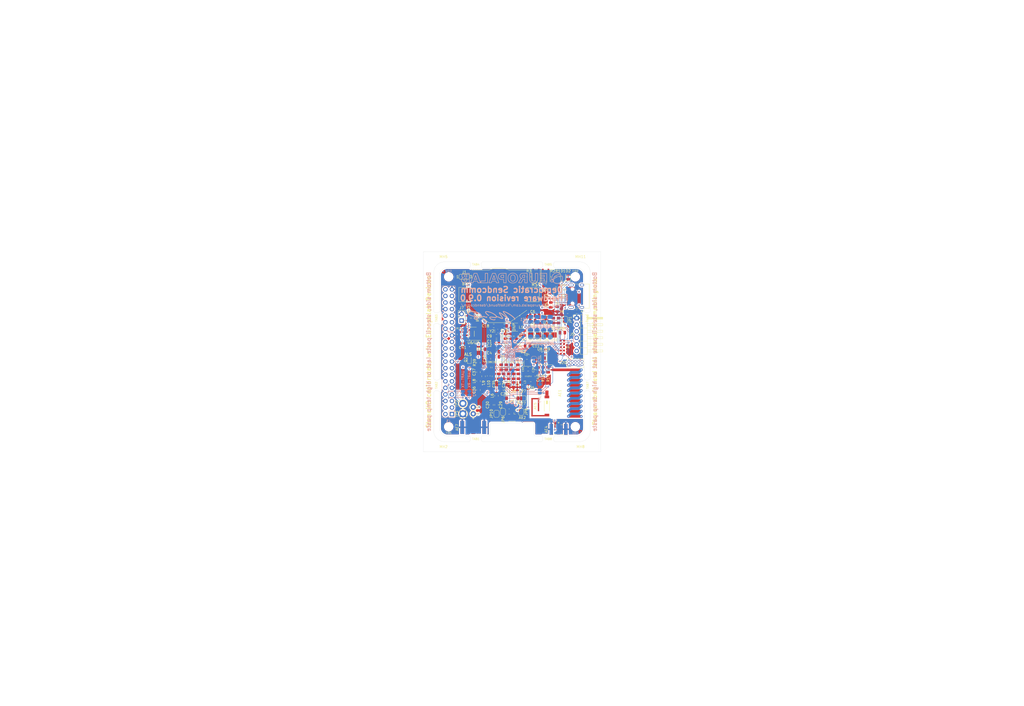
<source format=kicad_pcb>
(kicad_pcb (version 20171130) (host pcbnew 5.1.5+dfsg1-2build2)

  (general
    (thickness 1.6)
    (drawings 109)
    (tracks 1084)
    (zones 0)
    (modules 137)
    (nets 136)
  )

  (page A3)
  (title_block
    (title "Democratic Sendcomm")
    (date 2020-11-20)
    (rev 0.9.0)
    (company "Europalab Devices")
    (comment 1 "Copyright © 2020, Europalab Devices")
    (comment 2 "Fulfilling requirements of 20200210")
    (comment 3 "Pending quality assurance testing")
    (comment 4 "Release revision for manufacturing")
  )

  (layers
    (0 F.Cu signal)
    (1 In1.Cu signal)
    (2 In2.Cu signal)
    (31 B.Cu signal)
    (34 B.Paste user)
    (35 F.Paste user)
    (36 B.SilkS user)
    (37 F.SilkS user)
    (38 B.Mask user)
    (39 F.Mask user)
    (40 Dwgs.User user)
    (41 Cmts.User user)
    (44 Edge.Cuts user)
    (45 Margin user)
    (46 B.CrtYd user)
    (47 F.CrtYd user)
    (48 B.Fab user)
    (49 F.Fab user)
  )

  (setup
    (last_trace_width 0.09)
    (user_trace_width 0.1016)
    (user_trace_width 0.127)
    (user_trace_width 0.2)
    (trace_clearance 0.09)
    (zone_clearance 0.508)
    (zone_45_only no)
    (trace_min 0.09)
    (via_size 0.356)
    (via_drill 0.2)
    (via_min_size 0.356)
    (via_min_drill 0.2)
    (user_via 0.45 0.2)
    (user_via 0.6 0.3)
    (uvia_size 0.45)
    (uvia_drill 0.1)
    (uvias_allowed no)
    (uvia_min_size 0.45)
    (uvia_min_drill 0.1)
    (edge_width 0.1)
    (segment_width 0.1)
    (pcb_text_width 0.25)
    (pcb_text_size 1 1)
    (mod_edge_width 0.15)
    (mod_text_size 1 1)
    (mod_text_width 0.15)
    (pad_size 2 1.5)
    (pad_drill 0)
    (pad_to_mask_clearance 0)
    (aux_axis_origin 0 0)
    (visible_elements 7FFFFFFF)
    (pcbplotparams
      (layerselection 0x313fc_ffffffff)
      (usegerberextensions true)
      (usegerberattributes false)
      (usegerberadvancedattributes false)
      (creategerberjobfile false)
      (excludeedgelayer true)
      (linewidth 0.150000)
      (plotframeref false)
      (viasonmask false)
      (mode 1)
      (useauxorigin false)
      (hpglpennumber 1)
      (hpglpenspeed 20)
      (hpglpendiameter 15.000000)
      (psnegative false)
      (psa4output false)
      (plotreference true)
      (plotvalue true)
      (plotinvisibletext false)
      (padsonsilk false)
      (subtractmaskfromsilk false)
      (outputformat 1)
      (mirror false)
      (drillshape 0)
      (scaleselection 1)
      (outputdirectory "fabsingle"))
  )

  (net 0 "")
  (net 1 GND)
  (net 2 "Net-(AE1-Pad1)")
  (net 3 /Sheet5F53D5B4/RFSWPWR)
  (net 4 "Net-(C8-Pad1)")
  (net 5 /Sheet5F53D5B4/POWAMP)
  (net 6 "Net-(C13-Pad1)")
  (net 7 /Sheet5F53D5B4/HFOUT)
  (net 8 +3V3)
  (net 9 "Net-(C29-Pad1)")
  (net 10 /Sheet5F53D5B4/HPOUT)
  (net 11 /Sheet5F53D5B4/HFIN)
  (net 12 /Sheet5F53D5B4/BANDSEL)
  (net 13 "Net-(BT1-Pad1)")
  (net 14 /Sheet5F53D5B4/USB_BUS)
  (net 15 "Net-(C33-Pad1)")
  (net 16 "Net-(C34-Pad1)")
  (net 17 /Sheet5F53D5B4/CMDRST)
  (net 18 "Net-(D1-Pad2)")
  (net 19 "Net-(D1-Pad1)")
  (net 20 "Net-(D2-Pad1)")
  (net 21 "Net-(D2-Pad2)")
  (net 22 /Sheet5F53D5B4/USB_P)
  (net 23 /Sheet5F53D5B4/USB_N)
  (net 24 /Sheet60040980/ID_SD)
  (net 25 /Sheet60040980/ID_SC)
  (net 26 /Sheet5F53D5B4/SWDCLK)
  (net 27 "Net-(J3-Pad7)")
  (net 28 "Net-(J3-Pad8)")
  (net 29 "Net-(J4-Pad6)")
  (net 30 /Sheet5F53D5B4/CN_VBAT)
  (net 31 /Sheet5F53D5B4/XCEIV)
  (net 32 /Sheet5F53D5B4/CRYSTAL_XIN-RESERVED)
  (net 33 /Sheet5F53D5B4/CRYSTAL_XOUT-RESERVED)
  (net 34 "Net-(AE5-Pad2)")
  (net 35 "Net-(C1-Pad1)")
  (net 36 "Net-(C7-Pad1)")
  (net 37 "Net-(C14-Pad1)")
  (net 38 "Net-(C17-Pad1)")
  (net 39 "Net-(C18-Pad2)")
  (net 40 "Net-(C19-Pad2)")
  (net 41 "Net-(C23-Pad2)")
  (net 42 "Net-(C23-Pad1)")
  (net 43 "Net-(C24-Pad1)")
  (net 44 "Net-(C24-Pad2)")
  (net 45 "Net-(C29-Pad2)")
  (net 46 "Net-(C33-Pad2)")
  (net 47 "Net-(C35-Pad2)")
  (net 48 "Net-(C40-Pad1)")
  (net 49 "Net-(J2-PadB5)")
  (net 50 "Net-(J2-PadA8)")
  (net 51 "Net-(J2-PadA5)")
  (net 52 "Net-(J2-PadB8)")
  (net 53 "Net-(J2-PadA4)")
  (net 54 "Net-(J3-Pad2)")
  (net 55 "Net-(J3-Pad3)")
  (net 56 "Net-(J3-Pad4)")
  (net 57 "Net-(J3-Pad5)")
  (net 58 "Net-(J3-Pad10)")
  (net 59 "Net-(J3-Pad11)")
  (net 60 "Net-(J3-Pad12)")
  (net 61 "Net-(J3-Pad13)")
  (net 62 "Net-(J3-Pad15)")
  (net 63 "Net-(J3-Pad16)")
  (net 64 "Net-(J3-Pad18)")
  (net 65 "Net-(J3-Pad19)")
  (net 66 "Net-(J3-Pad21)")
  (net 67 "Net-(J3-Pad22)")
  (net 68 "Net-(J3-Pad23)")
  (net 69 "Net-(J3-Pad24)")
  (net 70 "Net-(J3-Pad26)")
  (net 71 "Net-(J3-Pad29)")
  (net 72 "Net-(J3-Pad31)")
  (net 73 "Net-(J3-Pad32)")
  (net 74 "Net-(J3-Pad33)")
  (net 75 "Net-(J3-Pad35)")
  (net 76 "Net-(J3-Pad36)")
  (net 77 "Net-(J3-Pad37)")
  (net 78 "Net-(J3-Pad38)")
  (net 79 "Net-(J3-Pad40)")
  (net 80 "Net-(J4-Pad7)")
  (net 81 "Net-(J4-Pad8)")
  (net 82 "Net-(J5-Pad2)")
  (net 83 "Net-(J5-Pad3)")
  (net 84 "Net-(J5-Pad6)")
  (net 85 "Net-(J6-Pad1)")
  (net 86 "Net-(L1-Pad2)")
  (net 87 "Net-(R3-Pad1)")
  (net 88 "Net-(R4-Pad1)")
  (net 89 "Net-(R4-Pad2)")
  (net 90 "Net-(U2-Pad5)")
  (net 91 "Net-(U3-PadG1)")
  (net 92 "Net-(U3-PadH1)")
  (net 93 "Net-(U3-PadE3)")
  (net 94 "Net-(U3-PadE4)")
  (net 95 "Net-(U3-PadF4)")
  (net 96 "Net-(U3-PadE5)")
  (net 97 "Net-(U3-PadC7)")
  (net 98 "Net-(U3-PadD7)")
  (net 99 "Net-(U3-PadD8)")
  (net 100 "Net-(U5-Pad3)")
  (net 101 "Net-(U5-Pad4)")
  (net 102 "Net-(U8-Pad7)")
  (net 103 "Net-(U8-Pad3)")
  (net 104 "Net-(U8-Pad2)")
  (net 105 "Net-(U8-Pad1)")
  (net 106 "Net-(U9-Pad1)")
  (net 107 "Net-(U9-Pad2)")
  (net 108 "Net-(U9-Pad3)")
  (net 109 "Net-(U9-Pad7)")
  (net 110 /Sheet5F53D5B4/SWDIO)
  (net 111 "Net-(AE2-Pad1)")
  (net 112 "Net-(AE4-Pad1)")
  (net 113 "Net-(AE5-Pad1)")
  (net 114 "Net-(AE7-Pad1)")
  (net 115 "Net-(JP10-Pad1)")
  (net 116 "Net-(J6-Pad2)")
  (net 117 "Net-(J6-Pad3)")
  (net 118 "Net-(J6-Pad4)")
  (net 119 "Net-(J6-Pad5)")
  (net 120 "Net-(J6-Pad6)")
  (net 121 "Net-(J6-Pad7)")
  (net 122 "Net-(J6-Pad8)")
  (net 123 "Net-(J7-Pad1)")
  (net 124 "Net-(C94-Pad1)")
  (net 125 "Net-(C95-Pad1)")
  (net 126 "Net-(JP26-Pad1)")
  (net 127 /TP_SCL)
  (net 128 /TP_SDA)
  (net 129 "Net-(J20-Pad6)")
  (net 130 "Net-(J20-Pad7)")
  (net 131 "Net-(J20-Pad8)")
  (net 132 "Net-(Q2-Pad2)")
  (net 133 "Net-(JP27-Pad3)")
  (net 134 EXT_UART_TX)
  (net 135 EXT_UART_RX)

  (net_class Default "This is the default net class."
    (clearance 0.09)
    (trace_width 0.09)
    (via_dia 0.356)
    (via_drill 0.2)
    (uvia_dia 0.45)
    (uvia_drill 0.1)
    (add_net +3V3)
    (add_net /Sheet5F53D5B4/BANDSEL)
    (add_net /Sheet5F53D5B4/CMDRST)
    (add_net /Sheet5F53D5B4/CN_VBAT)
    (add_net /Sheet5F53D5B4/CRYSTAL_XIN-RESERVED)
    (add_net /Sheet5F53D5B4/CRYSTAL_XOUT-RESERVED)
    (add_net /Sheet5F53D5B4/HFIN)
    (add_net /Sheet5F53D5B4/HFOUT)
    (add_net /Sheet5F53D5B4/HPOUT)
    (add_net /Sheet5F53D5B4/POWAMP)
    (add_net /Sheet5F53D5B4/RFSWPWR)
    (add_net /Sheet5F53D5B4/SWDCLK)
    (add_net /Sheet5F53D5B4/SWDIO)
    (add_net /Sheet5F53D5B4/USB_BUS)
    (add_net /Sheet5F53D5B4/USB_N)
    (add_net /Sheet5F53D5B4/USB_P)
    (add_net /Sheet5F53D5B4/XCEIV)
    (add_net /Sheet60040980/ID_SC)
    (add_net /Sheet60040980/ID_SD)
    (add_net /TP_SCL)
    (add_net /TP_SDA)
    (add_net EXT_UART_RX)
    (add_net EXT_UART_TX)
    (add_net GND)
    (add_net "Net-(AE1-Pad1)")
    (add_net "Net-(AE2-Pad1)")
    (add_net "Net-(AE4-Pad1)")
    (add_net "Net-(AE5-Pad1)")
    (add_net "Net-(AE5-Pad2)")
    (add_net "Net-(AE7-Pad1)")
    (add_net "Net-(BT1-Pad1)")
    (add_net "Net-(C1-Pad1)")
    (add_net "Net-(C13-Pad1)")
    (add_net "Net-(C14-Pad1)")
    (add_net "Net-(C17-Pad1)")
    (add_net "Net-(C18-Pad2)")
    (add_net "Net-(C19-Pad2)")
    (add_net "Net-(C23-Pad1)")
    (add_net "Net-(C23-Pad2)")
    (add_net "Net-(C24-Pad1)")
    (add_net "Net-(C24-Pad2)")
    (add_net "Net-(C29-Pad1)")
    (add_net "Net-(C29-Pad2)")
    (add_net "Net-(C33-Pad1)")
    (add_net "Net-(C33-Pad2)")
    (add_net "Net-(C34-Pad1)")
    (add_net "Net-(C35-Pad2)")
    (add_net "Net-(C40-Pad1)")
    (add_net "Net-(C7-Pad1)")
    (add_net "Net-(C8-Pad1)")
    (add_net "Net-(C94-Pad1)")
    (add_net "Net-(C95-Pad1)")
    (add_net "Net-(D1-Pad1)")
    (add_net "Net-(D1-Pad2)")
    (add_net "Net-(D2-Pad1)")
    (add_net "Net-(D2-Pad2)")
    (add_net "Net-(J2-PadA4)")
    (add_net "Net-(J2-PadA5)")
    (add_net "Net-(J2-PadA8)")
    (add_net "Net-(J2-PadB5)")
    (add_net "Net-(J2-PadB8)")
    (add_net "Net-(J20-Pad6)")
    (add_net "Net-(J20-Pad7)")
    (add_net "Net-(J20-Pad8)")
    (add_net "Net-(J3-Pad10)")
    (add_net "Net-(J3-Pad11)")
    (add_net "Net-(J3-Pad12)")
    (add_net "Net-(J3-Pad13)")
    (add_net "Net-(J3-Pad15)")
    (add_net "Net-(J3-Pad16)")
    (add_net "Net-(J3-Pad18)")
    (add_net "Net-(J3-Pad19)")
    (add_net "Net-(J3-Pad2)")
    (add_net "Net-(J3-Pad21)")
    (add_net "Net-(J3-Pad22)")
    (add_net "Net-(J3-Pad23)")
    (add_net "Net-(J3-Pad24)")
    (add_net "Net-(J3-Pad26)")
    (add_net "Net-(J3-Pad29)")
    (add_net "Net-(J3-Pad3)")
    (add_net "Net-(J3-Pad31)")
    (add_net "Net-(J3-Pad32)")
    (add_net "Net-(J3-Pad33)")
    (add_net "Net-(J3-Pad35)")
    (add_net "Net-(J3-Pad36)")
    (add_net "Net-(J3-Pad37)")
    (add_net "Net-(J3-Pad38)")
    (add_net "Net-(J3-Pad4)")
    (add_net "Net-(J3-Pad40)")
    (add_net "Net-(J3-Pad5)")
    (add_net "Net-(J3-Pad7)")
    (add_net "Net-(J3-Pad8)")
    (add_net "Net-(J4-Pad6)")
    (add_net "Net-(J4-Pad7)")
    (add_net "Net-(J4-Pad8)")
    (add_net "Net-(J5-Pad2)")
    (add_net "Net-(J5-Pad3)")
    (add_net "Net-(J5-Pad6)")
    (add_net "Net-(J6-Pad1)")
    (add_net "Net-(J6-Pad2)")
    (add_net "Net-(J6-Pad3)")
    (add_net "Net-(J6-Pad4)")
    (add_net "Net-(J6-Pad5)")
    (add_net "Net-(J6-Pad6)")
    (add_net "Net-(J6-Pad7)")
    (add_net "Net-(J6-Pad8)")
    (add_net "Net-(J7-Pad1)")
    (add_net "Net-(JP10-Pad1)")
    (add_net "Net-(JP26-Pad1)")
    (add_net "Net-(JP27-Pad3)")
    (add_net "Net-(L1-Pad2)")
    (add_net "Net-(Q2-Pad2)")
    (add_net "Net-(R3-Pad1)")
    (add_net "Net-(R4-Pad1)")
    (add_net "Net-(R4-Pad2)")
    (add_net "Net-(U2-Pad5)")
    (add_net "Net-(U3-PadC7)")
    (add_net "Net-(U3-PadD7)")
    (add_net "Net-(U3-PadD8)")
    (add_net "Net-(U3-PadE3)")
    (add_net "Net-(U3-PadE4)")
    (add_net "Net-(U3-PadE5)")
    (add_net "Net-(U3-PadF4)")
    (add_net "Net-(U3-PadG1)")
    (add_net "Net-(U3-PadH1)")
    (add_net "Net-(U5-Pad3)")
    (add_net "Net-(U5-Pad4)")
    (add_net "Net-(U8-Pad1)")
    (add_net "Net-(U8-Pad2)")
    (add_net "Net-(U8-Pad3)")
    (add_net "Net-(U8-Pad7)")
    (add_net "Net-(U9-Pad1)")
    (add_net "Net-(U9-Pad2)")
    (add_net "Net-(U9-Pad3)")
    (add_net "Net-(U9-Pad7)")
  )

  (net_class Power ""
    (clearance 0.2)
    (trace_width 0.5)
    (via_dia 1)
    (via_drill 0.7)
    (uvia_dia 0.5)
    (uvia_drill 0.1)
  )

  (module Elabdev:Meinkuerzel_signature_480DPI (layer B.Cu) (tedit 0) (tstamp 5FBE809B)
    (at 202 134 180)
    (fp_text reference G1 (at 0 0) (layer B.SilkS) hide
      (effects (font (size 1.524 1.524) (thickness 0.3)) (justify mirror))
    )
    (fp_text value Meinkuerzel_signature (at 0.75 0) (layer B.SilkS) hide
      (effects (font (size 1.524 1.524) (thickness 0.3)) (justify mirror))
    )
    (fp_poly (pts (xy 7.849084 1.675651) (xy 8.303148 1.632827) (xy 8.685942 1.550363) (xy 8.876057 1.481326)
      (xy 9.07938 1.34976) (xy 9.204465 1.178624) (xy 9.241225 0.986809) (xy 9.210768 0.854557)
      (xy 9.078684 0.643748) (xy 8.864557 0.429964) (xy 8.589687 0.233059) (xy 8.471807 0.165759)
      (xy 8.232808 0.053863) (xy 7.923436 -0.068816) (xy 7.576824 -0.190996) (xy 7.226108 -0.301392)
      (xy 6.904421 -0.388723) (xy 6.731621 -0.426811) (xy 6.398868 -0.490816) (xy 6.556265 -0.586535)
      (xy 6.736632 -0.743549) (xy 6.819572 -0.938245) (xy 6.82625 -1.022915) (xy 6.780462 -1.15416)
      (xy 6.660466 -1.295963) (xy 6.49231 -1.424979) (xy 6.30204 -1.517866) (xy 6.258842 -1.531402)
      (xy 6.0446 -1.569955) (xy 5.805186 -1.581627) (xy 5.582286 -1.566858) (xy 5.417587 -1.526091)
      (xy 5.409578 -1.522402) (xy 5.285381 -1.409276) (xy 5.232727 -1.237525) (xy 5.243042 -1.133742)
      (xy 5.545646 -1.133742) (xy 5.569322 -1.243922) (xy 5.599007 -1.270742) (xy 5.725804 -1.30367)
      (xy 5.911501 -1.301091) (xy 6.117136 -1.267785) (xy 6.303743 -1.20853) (xy 6.368163 -1.176419)
      (xy 6.483421 -1.090411) (xy 6.547775 -1.006994) (xy 6.550669 -0.996984) (xy 6.519163 -0.903747)
      (xy 6.404517 -0.814537) (xy 6.229026 -0.742568) (xy 6.060328 -0.706358) (xy 5.903418 -0.693399)
      (xy 5.806355 -0.717484) (xy 5.726223 -0.79035) (xy 5.718194 -0.79992) (xy 5.596762 -0.979847)
      (xy 5.545646 -1.133742) (xy 5.243042 -1.133742) (xy 5.253531 -1.028227) (xy 5.344918 -0.810631)
      (xy 5.442538 -0.642303) (xy 5.295353 -0.646487) (xy 5.12125 -0.625399) (xy 5.035885 -0.550663)
      (xy 5.027083 -0.501447) (xy 5.075804 -0.410776) (xy 5.222941 -0.351671) (xy 5.469958 -0.32355)
      (xy 5.476875 -0.323261) (xy 5.599677 -0.314345) (xy 5.697993 -0.289875) (xy 5.794712 -0.235966)
      (xy 5.912725 -0.138734) (xy 6.074923 0.015705) (xy 6.138333 0.077935) (xy 6.357426 0.284825)
      (xy 6.520758 0.415811) (xy 6.63982 0.476704) (xy 6.726105 0.473318) (xy 6.791106 0.411464)
      (xy 6.792772 0.408883) (xy 6.813029 0.349999) (xy 6.787897 0.281807) (xy 6.704882 0.184844)
      (xy 6.561666 0.048946) (xy 6.270625 -0.217166) (xy 6.532899 -0.183078) (xy 6.900304 -0.115245)
      (xy 7.289474 -0.008645) (xy 7.678243 0.127507) (xy 8.044445 0.283994) (xy 8.365914 0.451601)
      (xy 8.620483 0.621112) (xy 8.749193 0.738377) (xy 8.856936 0.865956) (xy 8.92727 0.965202)
      (xy 8.942916 1.001728) (xy 8.895983 1.084773) (xy 8.773369 1.176095) (xy 8.602358 1.259484)
      (xy 8.410231 1.318727) (xy 8.408998 1.318992) (xy 8.149682 1.354937) (xy 7.8128 1.371973)
      (xy 7.424917 1.370093) (xy 7.012599 1.349291) (xy 6.686734 1.319437) (xy 6.066773 1.222977)
      (xy 5.517194 1.081213) (xy 5.043989 0.897075) (xy 4.653152 0.673494) (xy 4.350673 0.413401)
      (xy 4.142546 0.119727) (xy 4.114637 0.061443) (xy 4.047094 -0.15251) (xy 4.06025 -0.336634)
      (xy 4.160207 -0.518581) (xy 4.270456 -0.644496) (xy 4.390411 -0.79173) (xy 4.431252 -0.900383)
      (xy 4.427296 -0.922309) (xy 4.357272 -0.99719) (xy 4.242023 -0.977517) (xy 4.082983 -0.863726)
      (xy 4.010682 -0.795217) (xy 3.879838 -0.680755) (xy 3.765594 -0.608691) (xy 3.712637 -0.594925)
      (xy 3.6215 -0.594723) (xy 3.455888 -0.585507) (xy 3.246599 -0.569127) (xy 3.175 -0.562633)
      (xy 2.951086 -0.544014) (xy 2.793821 -0.54282) (xy 2.664643 -0.565021) (xy 2.524987 -0.61659)
      (xy 2.371034 -0.687127) (xy 2.100169 -0.795663) (xy 1.89262 -0.837972) (xy 1.841867 -0.837015)
      (xy 1.72083 -0.812158) (xy 1.663036 -0.745697) (xy 1.637803 -0.635) (xy 1.623821 -0.491701)
      (xy 1.628566 -0.389706) (xy 1.630235 -0.383646) (xy 1.692219 -0.322789) (xy 1.789679 -0.330876)
      (xy 1.885465 -0.399867) (xy 1.916539 -0.445597) (xy 1.984375 -0.573694) (xy 2.371569 -0.384068)
      (xy 2.758764 -0.194442) (xy 3.165319 -0.256321) (xy 3.413597 -0.293214) (xy 3.576071 -0.310583)
      (xy 3.67165 -0.304292) (xy 3.719238 -0.270208) (xy 3.737742 -0.204195) (xy 3.744012 -0.129767)
      (xy 3.817818 0.177969) (xy 3.989413 0.470621) (xy 4.251219 0.74303) (xy 4.595656 0.99004)
      (xy 5.015149 1.206492) (xy 5.502117 1.387229) (xy 6.048984 1.527094) (xy 6.228561 1.561184)
      (xy 6.794861 1.64034) (xy 7.340678 1.678326) (xy 7.849084 1.675651)) (layer B.SilkS) (width 0.01))
    (fp_poly (pts (xy -4.580024 1.756567) (xy -4.544854 1.74305) (xy -4.466016 1.67622) (xy -4.437143 1.580417)
      (xy -4.461964 1.447967) (xy -4.544204 1.271201) (xy -4.68759 1.042447) (xy -4.895848 0.754033)
      (xy -5.172705 0.39829) (xy -5.237349 0.3175) (xy -5.411926 0.098408) (xy -5.577817 -0.112809)
      (xy -5.714811 -0.290245) (xy -5.794689 -0.396875) (xy -5.948296 -0.608542) (xy -5.791961 -0.468507)
      (xy -5.700695 -0.392772) (xy -5.541009 -0.266466) (xy -5.329307 -0.10231) (xy -5.081994 0.086977)
      (xy -4.815472 0.288675) (xy -4.815417 0.288716) (xy -4.345432 0.631252) (xy -3.946225 0.897872)
      (xy -3.615767 1.089474) (xy -3.352032 1.206955) (xy -3.152989 1.251211) (xy -3.016612 1.223138)
      (xy -2.940872 1.123633) (xy -2.939055 1.118116) (xy -2.92791 1.023519) (xy -2.955738 0.908417)
      (xy -3.029742 0.759005) (xy -3.157121 0.561475) (xy -3.345079 0.302021) (xy -3.409058 0.217037)
      (xy -3.654587 -0.113597) (xy -3.860834 -0.404313) (xy -4.022275 -0.646491) (xy -4.133388 -0.831509)
      (xy -4.188652 -0.950744) (xy -4.185335 -0.994958) (xy -4.120655 -0.981486) (xy -3.976478 -0.932768)
      (xy -3.770527 -0.855371) (xy -3.520529 -0.755864) (xy -3.349225 -0.685128) (xy -3.06462 -0.570045)
      (xy -2.797019 -0.469163) (xy -2.569108 -0.390505) (xy -2.403576 -0.342097) (xy -2.349431 -0.331513)
      (xy -2.183877 -0.291941) (xy -2.07811 -0.206425) (xy -2.041672 -0.151915) (xy -1.850086 0.096101)
      (xy -1.567603 0.354844) (xy -1.207453 0.616123) (xy -0.78287 0.87175) (xy -0.307084 1.113536)
      (xy 0.206672 1.333293) (xy 0.574448 1.467145) (xy 0.853452 1.556991) (xy 1.074831 1.61415)
      (xy 1.278935 1.645957) (xy 1.506112 1.659747) (xy 1.647661 1.662241) (xy 1.89537 1.661355)
      (xy 2.061526 1.650821) (xy 2.170245 1.626908) (xy 2.245641 1.585888) (xy 2.269431 1.566069)
      (xy 2.364656 1.413892) (xy 2.378536 1.21834) (xy 2.31231 1.002224) (xy 2.231511 0.867835)
      (xy 2.055394 0.653788) (xy 1.846452 0.444397) (xy 1.622129 0.252501) (xy 1.399873 0.090942)
      (xy 1.19713 -0.02744) (xy 1.031346 -0.089804) (xy 0.931657 -0.088852) (xy 0.853749 -0.025156)
      (xy 0.874571 0.06423) (xy 0.991583 0.174246) (xy 1.09802 0.242886) (xy 1.314624 0.387246)
      (xy 1.527802 0.560014) (xy 1.72429 0.746283) (xy 1.890825 0.931146) (xy 2.014146 1.099697)
      (xy 2.080988 1.237027) (xy 2.078088 1.32823) (xy 2.071165 1.336667) (xy 1.954541 1.387475)
      (xy 1.756832 1.400928) (xy 1.494763 1.380087) (xy 1.185063 1.328013) (xy 0.844457 1.247766)
      (xy 0.489674 1.142406) (xy 0.137439 1.014995) (xy -0.00172 0.957368) (xy -0.385109 0.777304)
      (xy -0.74297 0.581237) (xy -1.065571 0.377182) (xy -1.343179 0.173152) (xy -1.566062 -0.022838)
      (xy -1.724487 -0.202776) (xy -1.808722 -0.358647) (xy -1.809035 -0.482438) (xy -1.789329 -0.514562)
      (xy -1.69188 -0.558953) (xy -1.49842 -0.578536) (xy -1.2158 -0.573404) (xy -0.850872 -0.543648)
      (xy -0.464887 -0.496867) (xy -0.056607 -0.452123) (xy 0.260382 -0.442712) (xy 0.494773 -0.469264)
      (xy 0.655256 -0.532408) (xy 0.714552 -0.58228) (xy 0.776217 -0.725165) (xy 0.746162 -0.908878)
      (xy 0.632079 -1.115352) (xy 0.45893 -1.290216) (xy 0.2117 -1.450188) (xy -0.085638 -1.588107)
      (xy -0.409112 -1.696809) (xy -0.734748 -1.769134) (xy -1.038572 -1.797919) (xy -1.296612 -1.776003)
      (xy -1.42875 -1.731015) (xy -1.546706 -1.617759) (xy -1.577815 -1.519827) (xy -1.560687 -1.389395)
      (xy -1.486335 -1.336349) (xy -1.378138 -1.369493) (xy -1.317893 -1.421952) (xy -1.19986 -1.505637)
      (xy -1.092449 -1.534584) (xy -0.859949 -1.513387) (xy -0.579373 -1.457345) (xy -0.297878 -1.377776)
      (xy -0.068589 -1.288836) (xy 0.116249 -1.181832) (xy 0.284174 -1.050661) (xy 0.411262 -0.917533)
      (xy 0.473586 -0.804658) (xy 0.47625 -0.783054) (xy 0.425256 -0.757675) (xy 0.277287 -0.748743)
      (xy 0.039858 -0.755912) (xy -0.279513 -0.778835) (xy -0.673311 -0.817167) (xy -0.956033 -0.849048)
      (xy -1.308534 -0.882196) (xy -1.57585 -0.8857) (xy -1.774982 -0.85746) (xy -1.922933 -0.795374)
      (xy -2.017888 -0.717835) (xy -2.096716 -0.653738) (xy -2.190635 -0.62131) (xy -2.313833 -0.623423)
      (xy -2.480498 -0.662945) (xy -2.704818 -0.742748) (xy -3.00098 -0.865702) (xy -3.216817 -0.960383)
      (xy -3.585839 -1.11854) (xy -3.874386 -1.227749) (xy -4.094462 -1.290524) (xy -4.258069 -1.309381)
      (xy -4.377212 -1.286836) (xy -4.463891 -1.225404) (xy -4.466704 -1.222337) (xy -4.518051 -1.14061)
      (xy -4.530831 -1.040781) (xy -4.500098 -0.912213) (xy -4.420902 -0.744269) (xy -4.288295 -0.526313)
      (xy -4.097327 -0.247708) (xy -3.863138 0.07498) (xy -3.679345 0.325213) (xy -3.519393 0.545064)
      (xy -3.393108 0.720859) (xy -3.310313 0.838921) (xy -3.280834 0.885525) (xy -3.323557 0.888476)
      (xy -3.399896 0.869711) (xy -3.542096 0.805036) (xy -3.750284 0.678102) (xy -4.027571 0.486762)
      (xy -4.377062 0.228867) (xy -4.801868 -0.097732) (xy -4.81991 -0.111817) (xy -5.187034 -0.396401)
      (xy -5.482932 -0.620081) (xy -5.717862 -0.789492) (xy -5.902078 -0.911266) (xy -6.045837 -0.99204)
      (xy -6.159396 -1.038447) (xy -6.25301 -1.057121) (xy -6.283148 -1.058333) (xy -6.40378 -1.045849)
      (xy -6.450441 -0.994435) (xy -6.455563 -0.939271) (xy -6.445942 -0.865735) (xy -6.412644 -0.776476)
      (xy -6.348546 -0.66103) (xy -6.24652 -0.508935) (xy -6.099443 -0.309727) (xy -5.90019 -0.052942)
      (xy -5.641635 0.271882) (xy -5.570553 0.360397) (xy -5.363566 0.620769) (xy -5.174974 0.863504)
      (xy -5.016826 1.072659) (xy -4.901172 1.23229) (xy -4.84006 1.326453) (xy -4.839117 1.328251)
      (xy -4.786636 1.436383) (xy -4.790145 1.473528) (xy -4.856494 1.462433) (xy -4.877731 1.456477)
      (xy -4.973599 1.420322) (xy -5.140081 1.348706) (xy -5.352621 1.252468) (xy -5.55625 1.156974)
      (xy -6.094525 0.881508) (xy -6.644499 0.565345) (xy -7.182748 0.223911) (xy -7.685848 -0.12737)
      (xy -8.130378 -0.473072) (xy -8.424687 -0.732038) (xy -8.650145 -0.95487) (xy -8.800069 -1.131002)
      (xy -8.884377 -1.276175) (xy -8.912984 -1.406131) (xy -8.905425 -1.495188) (xy -8.906488 -1.61853)
      (xy -8.964006 -1.672137) (xy -9.075823 -1.672519) (xy -9.156792 -1.593028) (xy -9.200558 -1.456755)
      (xy -9.200763 -1.286789) (xy -9.151052 -1.106218) (xy -9.131299 -1.06447) (xy -9.024915 -0.913844)
      (xy -8.843627 -0.718433) (xy -8.601654 -0.490528) (xy -8.313213 -0.242422) (xy -7.992524 0.013592)
      (xy -7.653804 0.265222) (xy -7.3545 0.471681) (xy -6.896098 0.764541) (xy -6.449337 1.028776)
      (xy -6.024338 1.259805) (xy -5.631223 1.453048) (xy -5.280112 1.603926) (xy -4.981128 1.707858)
      (xy -4.744392 1.760265) (xy -4.580024 1.756567)) (layer B.SilkS) (width 0.01))
  )

  (module Elabdev:Panel_Mousetab_25mm_Single (layer F.Cu) (tedit 5CD9E59A) (tstamp 5FBE7343)
    (at 224 114.25 270)
    (path /5CD5C3A7)
    (fp_text reference TAB5 (at 0 0 180) (layer F.SilkS)
      (effects (font (size 0.8 0.8) (thickness 0.13)))
    )
    (fp_text value Pantab (at 0 -3.5 270) (layer F.Fab)
      (effects (font (size 1 1) (thickness 0.15)))
    )
    (fp_line (start -2.1 -2.6) (end 2.1 -2.6) (layer F.CrtYd) (width 0.15))
    (fp_line (start -2.1 2.6) (end -2.1 -2.6) (layer F.CrtYd) (width 0.15))
    (fp_line (start 2.1 2.6) (end -2.1 2.6) (layer F.CrtYd) (width 0.15))
    (fp_line (start 2.1 -2.6) (end 2.1 2.6) (layer F.CrtYd) (width 0.15))
    (fp_line (start -1.25 -2.2) (end -1.25 2.2) (layer F.Fab) (width 0.15))
    (fp_line (start 1.25 -2.2) (end 1.25 2.2) (layer F.Fab) (width 0.15))
    (pad "" np_thru_hole circle (at 1.35 -2 270) (size 0.5 0.5) (drill 0.5) (layers *.Cu))
    (pad "" np_thru_hole circle (at 1.35 -1.2 270) (size 0.5 0.5) (drill 0.5) (layers *.Cu))
    (pad "" np_thru_hole circle (at 1.35 -0.4 270) (size 0.5 0.5) (drill 0.5) (layers *.Cu))
    (pad "" np_thru_hole circle (at 1.35 0.4 270) (size 0.5 0.5) (drill 0.5) (layers *.Cu))
    (pad "" np_thru_hole circle (at 1.35 1.2 270) (size 0.5 0.5) (drill 0.5) (layers *.Cu))
    (pad "" np_thru_hole circle (at 1.35 2 270) (size 0.5 0.5) (drill 0.5) (layers *.Cu))
  )

  (module Elabdev:Elablogoslk-Gfx (layer B.Cu) (tedit 0) (tstamp 5FBDF7AF)
    (at 210 119.5 180)
    (fp_text reference G** (at 0 0) (layer B.SilkS) hide
      (effects (font (size 1.524 1.524) (thickness 0.3)) (justify mirror))
    )
    (fp_text value Elablogoslk (at 0.75 0) (layer B.SilkS) hide
      (effects (font (size 1.524 1.524) (thickness 0.3)) (justify mirror))
    )
    (fp_poly (pts (xy -15.405836 -0.675184) (xy -15.287483 -0.702055) (xy -15.188143 -0.754619) (xy -15.108772 -0.827765)
      (xy -15.050327 -0.916382) (xy -15.013763 -1.015359) (xy -15.000037 -1.119584) (xy -15.010104 -1.223945)
      (xy -15.04492 -1.323332) (xy -15.105441 -1.412633) (xy -15.192623 -1.486737) (xy -15.24833 -1.517344)
      (xy -15.356716 -1.550357) (xy -15.476625 -1.557984) (xy -15.592872 -1.539403) (xy -15.602283 -1.53653)
      (xy -15.678123 -1.497127) (xy -15.752493 -1.432517) (xy -15.815972 -1.352895) (xy -15.859141 -1.268459)
      (xy -15.864155 -1.2531) (xy -15.88425 -1.176683) (xy -15.891257 -1.117668) (xy -15.885212 -1.059627)
      (xy -15.866149 -0.986134) (xy -15.864727 -0.981328) (xy -15.815988 -0.8777) (xy -15.739972 -0.790432)
      (xy -15.643773 -0.72426) (xy -15.534487 -0.683915) (xy -15.419207 -0.674131) (xy -15.405836 -0.675184)) (layer B.Mask) (width 0.01))
    (fp_poly (pts (xy 17.476107 1.827609) (xy 17.687258 1.825899) (xy 17.865618 1.824237) (xy 18.014678 1.822477)
      (xy 18.137934 1.82047) (xy 18.238879 1.818068) (xy 18.321005 1.815122) (xy 18.387806 1.811484)
      (xy 18.442776 1.807007) (xy 18.489407 1.801541) (xy 18.531194 1.794939) (xy 18.57163 1.787052)
      (xy 18.6055 1.779685) (xy 18.771822 1.733432) (xy 18.923911 1.673315) (xy 19.054677 1.602656)
      (xy 19.157033 1.524776) (xy 19.164226 1.5179) (xy 19.246251 1.417951) (xy 19.315464 1.294688)
      (xy 19.365371 1.16053) (xy 19.377923 1.109275) (xy 19.39052 1.010407) (xy 19.393203 0.893754)
      (xy 19.386762 0.771789) (xy 19.371983 0.656983) (xy 19.349655 0.561808) (xy 19.341939 0.539811)
      (xy 19.283862 0.430962) (xy 19.19941 0.326298) (xy 19.097976 0.236127) (xy 19.019624 0.185927)
      (xy 18.914298 0.12941) (xy 18.968542 0.109123) (xy 19.093064 0.054672) (xy 19.194891 -0.009335)
      (xy 19.285933 -0.089714) (xy 19.390804 -0.214403) (xy 19.467199 -0.350129) (xy 19.516977 -0.501894)
      (xy 19.541997 -0.674698) (xy 19.545898 -0.789214) (xy 19.53245 -0.987132) (xy 19.491752 -1.163006)
      (xy 19.423278 -1.317328) (xy 19.326496 -1.450588) (xy 19.200879 -1.563277) (xy 19.045898 -1.655885)
      (xy 18.861023 -1.728905) (xy 18.645726 -1.782826) (xy 18.442214 -1.81358) (xy 18.390712 -1.817354)
      (xy 18.307346 -1.820878) (xy 18.196536 -1.82407) (xy 18.062704 -1.826851) (xy 17.910272 -1.829142)
      (xy 17.743659 -1.830864) (xy 17.567287 -1.831936) (xy 17.403536 -1.83228) (xy 16.528143 -1.832429)
      (xy 16.528143 -1.197429) (xy 17.471571 -1.197429) (xy 17.812474 -1.197429) (xy 17.960507 -1.19621)
      (xy 18.077011 -1.192363) (xy 18.166668 -1.185602) (xy 18.234157 -1.175639) (xy 18.257984 -1.170182)
      (xy 18.384709 -1.1231) (xy 18.482481 -1.054854) (xy 18.552639 -0.964254) (xy 18.589417 -0.8761)
      (xy 18.611394 -0.756961) (xy 18.608994 -0.636283) (xy 18.583832 -0.523232) (xy 18.537525 -0.426977)
      (xy 18.502598 -0.383459) (xy 18.44707 -0.333771) (xy 18.385424 -0.294593) (xy 18.312843 -0.264829)
      (xy 18.22451 -0.243381) (xy 18.115607 -0.229153) (xy 17.981316 -0.221046) (xy 17.816821 -0.217964)
      (xy 17.775464 -0.217851) (xy 17.471571 -0.217714) (xy 17.471571 -1.197429) (xy 16.528143 -1.197429)
      (xy 16.528143 1.197428) (xy 17.471571 1.197428) (xy 17.471571 0.417286) (xy 17.804933 0.417286)
      (xy 17.937918 0.418126) (xy 18.040036 0.420891) (xy 18.116671 0.425945) (xy 18.173209 0.433651)
      (xy 18.215035 0.444376) (xy 18.217426 0.445205) (xy 18.319056 0.498467) (xy 18.395331 0.575146)
      (xy 18.444205 0.67085) (xy 18.463631 0.781188) (xy 18.451564 0.901769) (xy 18.443884 0.931299)
      (xy 18.396902 1.030842) (xy 18.322562 1.110813) (xy 18.227195 1.165118) (xy 18.18819 1.177399)
      (xy 18.143627 1.184049) (xy 18.070672 1.189765) (xy 17.977218 1.19415) (xy 17.871155 1.196808)
      (xy 17.790109 1.197428) (xy 17.471571 1.197428) (xy 16.528143 1.197428) (xy 16.528143 1.835008)
      (xy 17.476107 1.827609)) (layer B.Mask) (width 0.01))
    (fp_poly (pts (xy 14.119941 1.828149) (xy 14.684369 1.823357) (xy 15.359475 0) (xy 16.034582 -1.823357)
      (xy 15.571079 -1.828205) (xy 15.445094 -1.82918) (xy 15.331429 -1.829406) (xy 15.235013 -1.828925)
      (xy 15.160777 -1.827781) (xy 15.11365 -1.826018) (xy 15.098562 -1.824039) (xy 15.090052 -1.80483)
      (xy 15.071782 -1.756797) (xy 15.045759 -1.68544) (xy 15.013987 -1.59626) (xy 14.978473 -1.494759)
      (xy 14.977731 -1.49262) (xy 14.865914 -1.170214) (xy 14.120645 -1.165479) (xy 13.375375 -1.160744)
      (xy 13.306737 -1.355979) (xy 13.272699 -1.452448) (xy 13.236904 -1.553325) (xy 13.204622 -1.643779)
      (xy 13.188986 -1.687286) (xy 13.139873 -1.823357) (xy 12.664678 -1.828197) (xy 12.53823 -1.828961)
      (xy 12.425118 -1.828639) (xy 12.329969 -1.827326) (xy 12.257408 -1.825117) (xy 12.212064 -1.822108)
      (xy 12.19843 -1.818559) (xy 12.205849 -1.799875) (xy 12.225002 -1.749455) (xy 12.255032 -1.669593)
      (xy 12.295087 -1.562586) (xy 12.34431 -1.430729) (xy 12.401847 -1.276318) (xy 12.466842 -1.101648)
      (xy 12.538441 -0.909015) (xy 12.615789 -0.700714) (xy 12.69803 -0.479041) (xy 12.702348 -0.467391)
      (xy 13.614056 -0.467391) (xy 13.61958 -0.47467) (xy 13.636172 -0.480187) (xy 13.66764 -0.484184)
      (xy 13.717795 -0.486904) (xy 13.790447 -0.488587) (xy 13.889405 -0.489478) (xy 14.01848 -0.489817)
      (xy 14.115143 -0.489857) (xy 14.270607 -0.489531) (xy 14.392961 -0.488457) (xy 14.485375 -0.486493)
      (xy 14.551022 -0.483496) (xy 14.59307 -0.479323) (xy 14.614692 -0.473831) (xy 14.619171 -0.467179)
      (xy 14.611769 -0.445613) (xy 14.593892 -0.393441) (xy 14.566814 -0.314385) (xy 14.53181 -0.212168)
      (xy 14.490155 -0.090515) (xy 14.443125 0.046852) (xy 14.391994 0.196209) (xy 14.367839 0.266773)
      (xy 14.315439 0.418794) (xy 14.266379 0.559098) (xy 14.221933 0.684192) (xy 14.183374 0.790582)
      (xy 14.151976 0.874778) (xy 14.129011 0.933285) (xy 14.115754 0.96261) (xy 14.11319 0.965273)
      (xy 14.105039 0.945854) (xy 14.08648 0.895813) (xy 14.058824 0.818867) (xy 14.023386 0.718735)
      (xy 13.981478 0.599134) (xy 13.934414 0.463783) (xy 13.883507 0.316398) (xy 13.865167 0.263071)
      (xy 13.813057 0.111504) (xy 13.764295 -0.030104) (xy 13.720215 -0.157901) (xy 13.682146 -0.268036)
      (xy 13.651421 -0.356659) (xy 13.629372 -0.419918) (xy 13.617329 -0.453964) (xy 13.615787 -0.458107)
      (xy 13.614056 -0.467391) (xy 12.702348 -0.467391) (xy 12.784311 -0.246291) (xy 12.842155 -0.090148)
      (xy 12.931409 0.150825) (xy 13.017702 0.38378) (xy 13.100126 0.606258) (xy 13.177768 0.815802)
      (xy 13.249717 1.009954) (xy 13.315063 1.186256) (xy 13.372895 1.34225) (xy 13.422301 1.47548)
      (xy 13.462371 1.583486) (xy 13.492193 1.663811) (xy 13.510857 1.713998) (xy 13.516223 1.728364)
      (xy 13.555513 1.832942) (xy 14.119941 1.828149)) (layer B.Mask) (width 0.01))
    (fp_poly (pts (xy 10.359571 -1.124857) (xy 12.028714 -1.124857) (xy 12.028714 -1.832429) (xy 9.416143 -1.832429)
      (xy 9.416143 1.832429) (xy 10.359571 1.832429) (xy 10.359571 -1.124857)) (layer B.Mask) (width 0.01))
    (fp_poly (pts (xy 8.199353 0.127) (xy 8.288425 -0.113439) (xy 8.374711 -0.34635) (xy 8.457277 -0.569212)
      (xy 8.535188 -0.7795) (xy 8.607508 -0.974691) (xy 8.673302 -1.152261) (xy 8.731636 -1.309687)
      (xy 8.781574 -1.444447) (xy 8.822182 -1.554015) (xy 8.852524 -1.63587) (xy 8.871666 -1.687486)
      (xy 8.876754 -1.701194) (xy 8.925739 -1.83303) (xy 8.45225 -1.828194) (xy 7.97876 -1.823357)
      (xy 7.866169 -1.496786) (xy 7.753577 -1.170214) (xy 6.263113 -1.160744) (xy 6.215979 -1.292479)
      (xy 6.18957 -1.366538) (xy 6.156119 -1.460694) (xy 6.120643 -1.560816) (xy 6.098384 -1.623786)
      (xy 6.027922 -1.823357) (xy 5.555303 -1.828192) (xy 5.082684 -1.833026) (xy 5.109 -1.764692)
      (xy 5.118841 -1.738485) (xy 5.140399 -1.680606) (xy 5.172801 -1.59341) (xy 5.215173 -1.479255)
      (xy 5.26664 -1.3405) (xy 5.32633 -1.1795) (xy 5.393368 -0.998613) (xy 5.46688 -0.800198)
      (xy 5.545992 -0.586611) (xy 5.590624 -0.466084) (xy 6.500383 -0.466084) (xy 6.503747 -0.473226)
      (xy 6.522197 -0.478851) (xy 6.559117 -0.48312) (xy 6.617891 -0.486194) (xy 6.701902 -0.488231)
      (xy 6.814535 -0.489393) (xy 6.959172 -0.489839) (xy 7.003143 -0.489857) (xy 7.158575 -0.489532)
      (xy 7.280898 -0.488459) (xy 7.373282 -0.486498) (xy 7.438898 -0.483504) (xy 7.480918 -0.479336)
      (xy 7.502511 -0.47385) (xy 7.506956 -0.467179) (xy 7.499509 -0.445611) (xy 7.481591 -0.393437)
      (xy 7.454479 -0.31438) (xy 7.419449 -0.212163) (xy 7.377777 -0.090513) (xy 7.33074 0.046847)
      (xy 7.279613 0.196192) (xy 7.255551 0.266494) (xy 7.203171 0.418497) (xy 7.154136 0.558793)
      (xy 7.109719 0.683886) (xy 7.071192 0.790281) (xy 7.039829 0.874483) (xy 7.016902 0.932996)
      (xy 7.003686 0.962326) (xy 7.001147 0.964994) (xy 6.993017 0.945656) (xy 6.974441 0.89568)
      (xy 6.946726 0.818758) (xy 6.911178 0.718582) (xy 6.869105 0.598844) (xy 6.821814 0.463236)
      (xy 6.770613 0.31545) (xy 6.749793 0.255094) (xy 6.697385 0.103053) (xy 6.648476 -0.038716)
      (xy 6.604368 -0.166446) (xy 6.566363 -0.276369) (xy 6.535764 -0.364717) (xy 6.513876 -0.427723)
      (xy 6.502 -0.461619) (xy 6.500383 -0.466084) (xy 5.590624 -0.466084) (xy 5.629831 -0.36021)
      (xy 5.717523 -0.123352) (xy 5.786688 0.0635) (xy 6.438059 1.823357) (xy 7.570937 1.823357)
      (xy 8.199353 0.127)) (layer B.Mask) (width 0.01))
    (fp_poly (pts (xy 3.261178 1.827277) (xy 3.480979 1.825468) (xy 3.667644 1.823588) (xy 3.824324 1.821528)
      (xy 3.954168 1.819181) (xy 4.060326 1.81644) (xy 4.145949 1.813196) (xy 4.214186 1.809344)
      (xy 4.268189 1.804775) (xy 4.311106 1.799382) (xy 4.346087 1.793058) (xy 4.360384 1.789806)
      (xy 4.57993 1.722356) (xy 4.770202 1.633466) (xy 4.931207 1.523128) (xy 5.062949 1.391336)
      (xy 5.165434 1.238084) (xy 5.238668 1.063365) (xy 5.282655 0.867172) (xy 5.297401 0.6495)
      (xy 5.297399 0.645705) (xy 5.288217 0.449129) (xy 5.259944 0.278882) (xy 5.210498 0.129241)
      (xy 5.137794 -0.005519) (xy 5.039749 -0.131121) (xy 4.999026 -0.174012) (xy 4.895224 -0.267312)
      (xy 4.781879 -0.345945) (xy 4.655594 -0.410816) (xy 4.512975 -0.462831) (xy 4.350626 -0.502892)
      (xy 4.165152 -0.531906) (xy 3.953157 -0.550777) (xy 3.711246 -0.56041) (xy 3.542393 -0.562141)
      (xy 3.229428 -0.562429) (xy 3.229428 -1.832429) (xy 2.286 -1.832429) (xy 2.286 1.161143)
      (xy 3.229428 1.161143) (xy 3.229428 0.124325) (xy 3.596821 0.130257) (xy 3.723136 0.132565)
      (xy 3.819164 0.135281) (xy 3.890902 0.139038) (xy 3.944349 0.144469) (xy 3.985502 0.152208)
      (xy 4.020359 0.16289) (xy 4.054919 0.177147) (xy 4.059313 0.17912) (xy 4.169998 0.247064)
      (xy 4.252769 0.337754) (xy 4.306977 0.449997) (xy 4.331976 0.582598) (xy 4.332071 0.68209)
      (xy 4.311044 0.815987) (xy 4.265746 0.924961) (xy 4.194448 1.012525) (xy 4.152688 1.046406)
      (xy 4.091383 1.0851) (xy 4.025279 1.114474) (xy 3.948479 1.135638) (xy 3.855086 1.149702)
      (xy 3.739205 1.157776) (xy 3.594939 1.16097) (xy 3.543117 1.161143) (xy 3.229428 1.161143)
      (xy 2.286 1.161143) (xy 2.286 1.834702) (xy 3.261178 1.827277)) (layer B.Mask) (width 0.01))
    (fp_poly (pts (xy -5.021036 1.832322) (xy -4.790545 1.831953) (xy -4.592718 1.830742) (xy -4.423936 1.828439)
      (xy -4.280582 1.824796) (xy -4.15904 1.819563) (xy -4.05569 1.812491) (xy -3.966916 1.80333)
      (xy -3.8891 1.791831) (xy -3.818625 1.777744) (xy -3.751873 1.760821) (xy -3.685226 1.740812)
      (xy -3.683 1.7401) (xy -3.505143 1.668202) (xy -3.35675 1.57546) (xy -3.237033 1.461065)
      (xy -3.145204 1.32421) (xy -3.080473 1.164086) (xy -3.065095 1.106714) (xy -3.052126 1.024859)
      (xy -3.044784 0.920167) (xy -3.043076 0.805447) (xy -3.04701 0.693506) (xy -3.056593 0.597152)
      (xy -3.064765 0.553367) (xy -3.122067 0.387982) (xy -3.210124 0.241735) (xy -3.328674 0.114934)
      (xy -3.477456 0.007885) (xy -3.57383 -0.043297) (xy -3.737708 -0.121173) (xy -3.668326 -0.14196)
      (xy -3.581385 -0.180968) (xy -3.486689 -0.24535) (xy -3.393008 -0.328178) (xy -3.309114 -0.42252)
      (xy -3.302741 -0.430815) (xy -3.267184 -0.483895) (xy -3.217707 -0.567269) (xy -3.155723 -0.678343)
      (xy -3.082645 -0.814521) (xy -2.999885 -0.973211) (xy -2.908856 -1.151818) (xy -2.893023 -1.183254)
      (xy -2.82288 -1.322987) (xy -2.758127 -1.452445) (xy -2.700522 -1.56808) (xy -2.651821 -1.666341)
      (xy -2.613784 -1.743682) (xy -2.588166 -1.796552) (xy -2.576727 -1.821403) (xy -2.576286 -1.822789)
      (xy -2.593653 -1.825316) (xy -2.642652 -1.827593) (xy -2.718631 -1.829528) (xy -2.816936 -1.831032)
      (xy -2.932915 -1.832014) (xy -3.061914 -1.832384) (xy -3.070679 -1.832385) (xy -3.565072 -1.832341)
      (xy -3.841286 -1.280998) (xy -3.935266 -1.094993) (xy -4.016708 -0.93913) (xy -4.088439 -0.810677)
      (xy -4.153287 -0.706904) (xy -4.214078 -0.625078) (xy -4.27364 -0.562471) (xy -4.334799 -0.51635)
      (xy -4.400382 -0.483984) (xy -4.473218 -0.462643) (xy -4.556132 -0.449597) (xy -4.651953 -0.442113)
      (xy -4.712607 -0.439322) (xy -4.934857 -0.43053) (xy -4.934857 -1.832429) (xy -5.878286 -1.832429)
      (xy -5.878286 0.194859) (xy -4.934857 0.194859) (xy -4.640036 0.20436) (xy -4.485926 0.211499)
      (xy -4.366408 0.22194) (xy -4.279926 0.23584) (xy -4.249825 0.243746) (xy -4.144318 0.293932)
      (xy -4.063726 0.369853) (xy -4.008771 0.470198) (xy -3.980174 0.593659) (xy -3.978435 0.736049)
      (xy -3.99804 0.857385) (xy -4.035625 0.958384) (xy -4.088688 1.032538) (xy -4.094482 1.037986)
      (xy -4.130735 1.063292) (xy -4.185257 1.093514) (xy -4.218877 1.109665) (xy -4.256325 1.124906)
      (xy -4.295556 1.136159) (xy -4.3433 1.144228) (xy -4.406282 1.149916) (xy -4.491232 1.154025)
      (xy -4.604875 1.15736) (xy -4.621893 1.157773) (xy -4.934857 1.165259) (xy -4.934857 0.194859)
      (xy -5.878286 0.194859) (xy -5.878286 1.832429) (xy -5.021036 1.832322)) (layer B.Mask) (width 0.01))
    (fp_poly (pts (xy -10.867571 1.124857) (xy -12.482286 1.124857) (xy -12.482286 0.435429) (xy -10.976429 0.435429)
      (xy -10.976429 -0.272143) (xy -12.482286 -0.272143) (xy -12.482286 -1.124857) (xy -10.813143 -1.124857)
      (xy -10.813143 -1.832429) (xy -13.425714 -1.832429) (xy -13.425714 1.832429) (xy -10.867571 1.832429)
      (xy -10.867571 1.124857)) (layer B.Mask) (width 0.01))
    (fp_poly (pts (xy -0.228978 1.89448) (xy -0.078724 1.888371) (xy 0.055719 1.876762) (xy 0.151065 1.86234)
      (xy 0.390616 1.801445) (xy 0.605048 1.717288) (xy 0.798897 1.607509) (xy 0.976703 1.469751)
      (xy 1.061357 1.38929) (xy 1.213795 1.212223) (xy 1.337717 1.01768) (xy 1.433707 0.804035)
      (xy 1.502349 0.569664) (xy 1.544225 0.31294) (xy 1.559919 0.032239) (xy 1.560072 0)
      (xy 1.5472 -0.283492) (xy 1.5082 -0.542822) (xy 1.442499 -0.779588) (xy 1.349522 -0.99539)
      (xy 1.228695 -1.191828) (xy 1.079444 -1.370501) (xy 1.061357 -1.389048) (xy 0.896512 -1.53709)
      (xy 0.720815 -1.65755) (xy 0.53061 -1.751843) (xy 0.322238 -1.821386) (xy 0.092042 -1.867598)
      (xy -0.163636 -1.891894) (xy -0.244929 -1.895095) (xy -0.344247 -1.897272) (xy -0.433738 -1.898118)
      (xy -0.505666 -1.897644) (xy -0.552295 -1.895858) (xy -0.562429 -1.894726) (xy -0.602523 -1.888187)
      (xy -0.665462 -1.878473) (xy -0.738175 -1.867598) (xy -0.743857 -1.866762) (xy -0.987164 -1.813977)
      (xy -1.214974 -1.730312) (xy -1.424808 -1.617574) (xy -1.614186 -1.477568) (xy -1.78063 -1.3121)
      (xy -1.92166 -1.122975) (xy -2.025001 -0.933616) (xy -2.105385 -0.721719) (xy -2.162321 -0.489395)
      (xy -2.195876 -0.243481) (xy -2.205744 0) (xy -1.222288 0) (xy -1.221796 -0.128993)
      (xy -1.219948 -0.228802) (xy -1.216185 -0.306517) (xy -1.20995 -0.369231) (xy -1.200684 -0.424036)
      (xy -1.187828 -0.478023) (xy -1.183354 -0.494518) (xy -1.114887 -0.688703) (xy -1.025572 -0.853973)
      (xy -0.916566 -0.989615) (xy -0.789032 -1.09492) (xy -0.644127 -1.169176) (xy -0.483013 -1.211671)
      (xy -0.306849 -1.221694) (xy -0.116795 -1.198534) (xy -0.057367 -1.18504) (xy 0.084118 -1.131346)
      (xy 0.213032 -1.045953) (xy 0.326853 -0.932026) (xy 0.423063 -0.79273) (xy 0.499138 -0.631233)
      (xy 0.55256 -0.450698) (xy 0.56112 -0.408214) (xy 0.584828 -0.229692) (xy 0.593933 -0.038244)
      (xy 0.588859 0.15539) (xy 0.57003 0.340473) (xy 0.537873 0.506266) (xy 0.522796 0.560199)
      (xy 0.450801 0.743853) (xy 0.357363 0.898533) (xy 0.243303 1.023688) (xy 0.109438 1.118771)
      (xy -0.043412 1.183232) (xy -0.214428 1.216521) (xy -0.402793 1.218089) (xy -0.451366 1.213587)
      (xy -0.615554 1.178187) (xy -0.763149 1.110952) (xy -0.893253 1.012766) (xy -1.004968 0.884509)
      (xy -1.097397 0.727063) (xy -1.169644 0.541309) (xy -1.183354 0.494518) (xy -1.197354 0.439443)
      (xy -1.207603 0.385605) (xy -1.214658 0.325911) (xy -1.21908 0.25327) (xy -1.221425 0.160591)
      (xy -1.222252 0.04078) (xy -1.222288 0) (xy -2.205744 0) (xy -2.206117 0.009184)
      (xy -2.193113 0.261761) (xy -2.156929 0.507413) (xy -2.097634 0.739303) (xy -2.015294 0.95059)
      (xy -2.006273 0.969348) (xy -1.884663 1.178429) (xy -1.737221 1.362156) (xy -1.564379 1.520214)
      (xy -1.366569 1.652289) (xy -1.144222 1.758066) (xy -0.897769 1.837229) (xy -0.781432 1.863623)
      (xy -0.671269 1.87966) (xy -0.535583 1.890138) (xy -0.384709 1.895074) (xy -0.228978 1.89448)) (layer B.Mask) (width 0.01))
    (fp_poly (pts (xy -6.826317 0.53975) (xy -6.827566 0.291846) (xy -6.828746 0.077441) (xy -6.829948 -0.106249)
      (xy -6.831263 -0.262012) (xy -6.83278 -0.392631) (xy -6.834591 -0.500893) (xy -6.836785 -0.589584)
      (xy -6.839454 -0.661489) (xy -6.842688 -0.719394) (xy -6.846576 -0.766085) (xy -6.85121 -0.804347)
      (xy -6.856681 -0.836965) (xy -6.863077 -0.866726) (xy -6.870491 -0.896416) (xy -6.8733 -0.907143)
      (xy -6.945951 -1.121606) (xy -7.044066 -1.310445) (xy -7.167245 -1.473259) (xy -7.315092 -1.609643)
      (xy -7.487208 -1.719196) (xy -7.683195 -1.801513) (xy -7.78606 -1.831342) (xy -7.99491 -1.872121)
      (xy -8.223254 -1.895786) (xy -8.458202 -1.901599) (xy -8.686866 -1.888819) (xy -8.721534 -1.885054)
      (xy -8.963638 -1.84308) (xy -9.179163 -1.776508) (xy -9.368393 -1.685132) (xy -9.531612 -1.568747)
      (xy -9.669105 -1.427148) (xy -9.781154 -1.260129) (xy -9.868045 -1.067486) (xy -9.873312 -1.052694)
      (xy -9.89064 -1.002703) (xy -9.90567 -0.956653) (xy -9.918583 -0.911642) (xy -9.929558 -0.86477)
      (xy -9.938774 -0.813136) (xy -9.94641 -0.75384) (xy -9.952646 -0.68398) (xy -9.957661 -0.600657)
      (xy -9.961634 -0.500969) (xy -9.964745 -0.382017) (xy -9.967173 -0.240898) (xy -9.969097 -0.074714)
      (xy -9.970696 0.119438) (xy -9.972151 0.344458) (xy -9.973434 0.566964) (xy -9.980598 1.832428)
      (xy -9.50787 1.832428) (xy -9.035143 1.832429) (xy -9.035006 0.639536) (xy -9.034686 0.395346)
      (xy -9.033808 0.170485) (xy -9.032401 -0.032809) (xy -9.030499 -0.2123) (xy -9.028133 -0.365749)
      (xy -9.025336 -0.490919) (xy -9.022138 -0.585571) (xy -9.018573 -0.647469) (xy -9.01636 -0.667414)
      (xy -8.977519 -0.830688) (xy -8.918726 -0.963883) (xy -8.839697 -1.067414) (xy -8.740148 -1.141696)
      (xy -8.670648 -1.172329) (xy -8.573978 -1.195565) (xy -8.459225 -1.207176) (xy -8.338386 -1.207365)
      (xy -8.223459 -1.196337) (xy -8.126439 -1.174296) (xy -8.095567 -1.162546) (xy -7.993559 -1.101899)
      (xy -7.911492 -1.018493) (xy -7.848023 -0.909845) (xy -7.801809 -0.773475) (xy -7.771504 -0.606899)
      (xy -7.765546 -0.553072) (xy -7.762345 -0.501945) (xy -7.759316 -0.41837) (xy -7.756513 -0.306182)
      (xy -7.75399 -0.169219) (xy -7.7518 -0.011318) (xy -7.749999 0.163684) (xy -7.748639 0.351952)
      (xy -7.747776 0.549647) (xy -7.747468 0.73025) (xy -7.747 1.832429) (xy -6.819926 1.832429)
      (xy -6.826317 0.53975)) (layer B.Mask) (width 0.01))
    (fp_poly (pts (xy -17.270857 2.058311) (xy -17.102743 2.039596) (xy -16.954974 2.011439) (xy -16.938388 2.007237)
      (xy -16.682976 1.922338) (xy -16.444847 1.807365) (xy -16.225908 1.664916) (xy -16.028068 1.497588)
      (xy -15.853234 1.30798) (xy -15.703315 1.098689) (xy -15.580218 0.872311) (xy -15.48585 0.631446)
      (xy -15.422121 0.37869) (xy -15.390938 0.116641) (xy -15.390801 -0.099786) (xy -15.397211 -0.193957)
      (xy -15.406041 -0.286438) (xy -15.415923 -0.364098) (xy -15.4221 -0.39964) (xy -15.442959 -0.499923)
      (xy -15.566749 -0.492929) (xy -15.69629 -0.496243) (xy -15.806108 -0.524692) (xy -15.905682 -0.581873)
      (xy -15.985309 -0.651692) (xy -16.069093 -0.751088) (xy -16.120703 -0.853346) (xy -16.143679 -0.967732)
      (xy -16.144231 -1.067409) (xy -16.120321 -1.203444) (xy -16.066076 -1.323863) (xy -16.008031 -1.399469)
      (xy -15.962886 -1.447295) (xy -16.094134 -1.560257) (xy -16.310437 -1.72361) (xy -16.545788 -1.859063)
      (xy -16.794158 -1.963425) (xy -16.940397 -2.008082) (xy -17.019918 -2.027472) (xy -17.094181 -2.041279)
      (xy -17.17315 -2.05063) (xy -17.266789 -2.056652) (xy -17.385063 -2.060472) (xy -17.408072 -2.060978)
      (xy -17.582144 -2.061629) (xy -17.721649 -2.055588) (xy -17.826043 -2.042881) (xy -17.828434 -2.042434)
      (xy -18.09035 -1.975071) (xy -18.339379 -1.875706) (xy -18.57251 -1.74658) (xy -18.786736 -1.589936)
      (xy -18.979046 -1.408016) (xy -19.14643 -1.203063) (xy -19.285879 -0.977319) (xy -19.303382 -0.943429)
      (xy -19.40388 -0.716746) (xy -19.473153 -0.493719) (xy -19.513584 -0.264321) (xy -19.527555 -0.018526)
      (xy -19.527603 0) (xy -19.523937 0.15642) (xy -19.511711 0.292381) (xy -19.488713 0.423151)
      (xy -19.452732 0.563998) (xy -19.439294 0.609771) (xy -19.395104 0.7569) (xy -19.299659 0.768363)
      (xy -19.217327 0.774864) (xy -19.109125 0.778584) (xy -18.985357 0.77962) (xy -18.856324 0.778069)
      (xy -18.73233 0.774028) (xy -18.623675 0.767594) (xy -18.559667 0.761405) (xy -18.346158 0.726115)
      (xy -18.114459 0.671283) (xy -17.874767 0.599973) (xy -17.637277 0.515246) (xy -17.412186 0.420167)
      (xy -17.391389 0.410506) (xy -17.192189 0.309102) (xy -16.979233 0.186332) (xy -16.762202 0.04853)
      (xy -16.550777 -0.09797) (xy -16.354639 -0.246832) (xy -16.234754 -0.346335) (xy -16.182789 -0.389353)
      (xy -16.140243 -0.420967) (xy -16.115285 -0.435171) (xy -16.113595 -0.435429) (xy -16.098753 -0.418839)
      (xy -16.08788 -0.374973) (xy -16.081591 -0.312682) (xy -16.080498 -0.240821) (xy -16.085215 -0.168243)
      (xy -16.09198 -0.123374) (xy -16.144244 0.049757) (xy -16.231957 0.220297) (xy -16.354341 0.387676)
      (xy -16.510616 0.551322) (xy -16.700002 0.710665) (xy -16.92172 0.865135) (xy -17.17499 1.014159)
      (xy -17.459033 1.157168) (xy -17.773069 1.293591) (xy -18.116318 1.422856) (xy -18.278929 1.47815)
      (xy -18.388878 1.514177) (xy -18.490967 1.547257) (xy -18.578701 1.575313) (xy -18.645583 1.596269)
      (xy -18.68512 1.608052) (xy -18.687143 1.608599) (xy -18.750643 1.625466) (xy -18.659929 1.691696)
      (xy -18.496644 1.795397) (xy -18.30896 1.88838) (xy -18.108236 1.966085) (xy -17.905832 2.023954)
      (xy -17.765054 2.050834) (xy -17.615233 2.064627) (xy -17.446094 2.066887) (xy -17.270857 2.058311)) (layer B.Mask) (width 0.01))
    (fp_poly (pts (xy 17.917836 1.28629) (xy 18.054785 1.279804) (xy 18.165087 1.267294) (xy 18.253486 1.247368)
      (xy 18.324731 1.218633) (xy 18.383566 1.179699) (xy 18.434739 1.129175) (xy 18.476528 1.07498)
      (xy 18.504025 1.031532) (xy 18.521261 0.989192) (xy 18.531376 0.93622) (xy 18.537511 0.86088)
      (xy 18.538464 0.84349) (xy 18.537958 0.720191) (xy 18.520204 0.622334) (xy 18.482677 0.542196)
      (xy 18.422848 0.472055) (xy 18.414344 0.464209) (xy 18.370632 0.426221) (xy 18.330198 0.396654)
      (xy 18.287703 0.374358) (xy 18.237806 0.358182) (xy 18.175166 0.346978) (xy 18.094443 0.339595)
      (xy 17.990296 0.334883) (xy 17.857385 0.331693) (xy 17.793607 0.330563) (xy 17.380857 0.323601)
      (xy 17.380857 0.729383) (xy 17.56512 0.729383) (xy 17.565212 0.64451) (xy 17.566495 0.578701)
      (xy 17.568875 0.538977) (xy 17.570281 0.531476) (xy 17.592055 0.520343) (xy 17.642672 0.512548)
      (xy 17.714852 0.507986) (xy 17.801316 0.506549) (xy 17.894785 0.50813) (xy 17.98798 0.512623)
      (xy 18.073622 0.519919) (xy 18.14443 0.529914) (xy 18.187794 0.540544) (xy 18.272117 0.582877)
      (xy 18.327185 0.643869) (xy 18.355424 0.727116) (xy 18.360543 0.796433) (xy 18.348404 0.904009)
      (xy 18.311217 0.986622) (xy 18.247726 1.046703) (xy 18.2245 1.060112) (xy 18.193142 1.074475)
      (xy 18.159093 1.084668) (xy 18.115636 1.091387) (xy 18.056053 1.095326) (xy 17.973626 1.097179)
      (xy 17.861643 1.097643) (xy 17.571357 1.097643) (xy 17.566315 0.826297) (xy 17.56512 0.729383)
      (xy 17.380857 0.729383) (xy 17.380857 1.288143) (xy 17.749493 1.288143) (xy 17.917836 1.28629)) (layer B.SilkS) (width 0.01))
    (fp_poly (pts (xy 17.68475 -0.127322) (xy 17.877097 -0.129458) (xy 18.03749 -0.136052) (xy 18.170089 -0.14805)
      (xy 18.279056 -0.166399) (xy 18.36855 -0.192045) (xy 18.442734 -0.225937) (xy 18.505768 -0.269019)
      (xy 18.561812 -0.322239) (xy 18.567122 -0.328076) (xy 18.630512 -0.413985) (xy 18.670957 -0.50888)
      (xy 18.691232 -0.621399) (xy 18.694842 -0.725714) (xy 18.677935 -0.871409) (xy 18.630791 -0.9974)
      (xy 18.554075 -1.102703) (xy 18.448456 -1.186334) (xy 18.350027 -1.234497) (xy 18.313242 -1.247952)
      (xy 18.276743 -1.258357) (xy 18.235037 -1.266222) (xy 18.182629 -1.272051) (xy 18.114025 -1.276354)
      (xy 18.023731 -1.279637) (xy 17.906251 -1.282407) (xy 17.81175 -1.284191) (xy 17.380857 -1.291917)
      (xy 17.380857 -0.704548) (xy 17.562286 -0.704548) (xy 17.562912 -0.818333) (xy 17.564662 -0.919775)
      (xy 17.56734 -1.003282) (xy 17.570755 -1.063261) (xy 17.57471 -1.09412) (xy 17.575893 -1.096785)
      (xy 17.599123 -1.10204) (xy 17.651483 -1.104745) (xy 17.725926 -1.10518) (xy 17.815407 -1.103622)
      (xy 17.912878 -1.100348) (xy 18.011294 -1.095636) (xy 18.103609 -1.089763) (xy 18.182776 -1.083008)
      (xy 18.24175 -1.075649) (xy 18.269857 -1.069441) (xy 18.372131 -1.019227) (xy 18.445362 -0.949066)
      (xy 18.490921 -0.856888) (xy 18.510181 -0.740622) (xy 18.51105 -0.705457) (xy 18.497542 -0.583062)
      (xy 18.456802 -0.484556) (xy 18.388504 -0.409483) (xy 18.292323 -0.357388) (xy 18.253848 -0.345005)
      (xy 18.213991 -0.338923) (xy 18.14545 -0.333689) (xy 18.055824 -0.329671) (xy 17.952712 -0.327237)
      (xy 17.87525 -0.326673) (xy 17.562286 -0.326572) (xy 17.562286 -0.704548) (xy 17.380857 -0.704548)
      (xy 17.380857 -0.127) (xy 17.68475 -0.127322)) (layer B.SilkS) (width 0.01))
    (fp_poly (pts (xy 14.121277 1.222939) (xy 14.139569 1.177499) (xy 14.167285 1.103946) (xy 14.203299 1.005403)
      (xy 14.246485 0.884992) (xy 14.29572 0.745835) (xy 14.349877 0.591055) (xy 14.407831 0.423773)
      (xy 14.432643 0.351674) (xy 14.491932 0.179065) (xy 14.547704 0.016714) (xy 14.598838 -0.132122)
      (xy 14.644217 -0.264186) (xy 14.68272 -0.376222) (xy 14.713228 -0.464971) (xy 14.734623 -0.527178)
      (xy 14.745784 -0.559586) (xy 14.747119 -0.563436) (xy 14.731103 -0.568092) (xy 14.681055 -0.572105)
      (xy 14.599223 -0.575414) (xy 14.487856 -0.577957) (xy 14.349204 -0.579674) (xy 14.185514 -0.580502)
      (xy 14.117417 -0.580571) (xy 13.481668 -0.580571) (xy 13.550179 -0.382995) (xy 13.752286 -0.382995)
      (xy 13.769527 -0.387914) (xy 13.817649 -0.392225) (xy 13.891247 -0.39569) (xy 13.984918 -0.398066)
      (xy 14.093258 -0.399114) (xy 14.115143 -0.399143) (xy 14.245154 -0.398608) (xy 14.342499 -0.396854)
      (xy 14.410781 -0.393655) (xy 14.453605 -0.388786) (xy 14.474576 -0.382022) (xy 14.478196 -0.376464)
      (xy 14.472592 -0.350253) (xy 14.456769 -0.296749) (xy 14.432498 -0.220971) (xy 14.401551 -0.127939)
      (xy 14.365696 -0.022673) (xy 14.326704 0.089808) (xy 14.286347 0.204483) (xy 14.246393 0.316334)
      (xy 14.208614 0.42034) (xy 14.174779 0.511481) (xy 14.14666 0.584739) (xy 14.126026 0.635093)
      (xy 14.114648 0.657524) (xy 14.11333 0.658087) (xy 14.104503 0.638312) (xy 14.085886 0.589371)
      (xy 14.059288 0.516479) (xy 14.02652 0.424854) (xy 13.989388 0.31971) (xy 13.949703 0.206264)
      (xy 13.909273 0.089732) (xy 13.869907 -0.02467) (xy 13.833414 -0.131725) (xy 13.801604 -0.226219)
      (xy 13.776283 -0.302935) (xy 13.759263 -0.356657) (xy 13.752351 -0.382169) (xy 13.752286 -0.382995)
      (xy 13.550179 -0.382995) (xy 13.596483 -0.249464) (xy 13.632184 -0.146279) (xy 13.676964 -0.016496)
      (xy 13.72816 0.132149) (xy 13.78311 0.29192) (xy 13.839153 0.455081) (xy 13.893627 0.613895)
      (xy 13.907075 0.653143) (xy 13.954158 0.790045) (xy 13.997809 0.915927) (xy 14.036575 1.026684)
      (xy 14.069005 1.118214) (xy 14.09365 1.186412) (xy 14.109057 1.227174) (xy 14.113533 1.237145)
      (xy 14.121277 1.222939)) (layer B.SilkS) (width 0.01))
    (fp_poly (pts (xy 7.009104 1.222935) (xy 7.027411 1.177482) (xy 7.055126 1.103908) (xy 7.091127 1.005334)
      (xy 7.134289 0.884879) (xy 7.183489 0.745666) (xy 7.237604 0.590814) (xy 7.29551 0.423444)
      (xy 7.320643 0.350304) (xy 7.379884 0.177599) (xy 7.435614 0.015195) (xy 7.486717 -0.133657)
      (xy 7.532076 -0.265709) (xy 7.570575 -0.377713) (xy 7.601097 -0.46642) (xy 7.622526 -0.528581)
      (xy 7.633746 -0.560946) (xy 7.635119 -0.564806) (xy 7.619103 -0.568506) (xy 7.570757 -0.571889)
      (xy 7.494034 -0.574854) (xy 7.392888 -0.577303) (xy 7.271274 -0.579136) (xy 7.133146 -0.580256)
      (xy 7.005309 -0.580571) (xy 6.369451 -0.580571) (xy 6.437761 -0.382739) (xy 6.640286 -0.382739)
      (xy 6.657585 -0.387871) (xy 6.706114 -0.392305) (xy 6.780819 -0.395812) (xy 6.876647 -0.398163)
      (xy 6.988546 -0.399131) (xy 7.003143 -0.399143) (xy 7.133127 -0.398609) (xy 7.230445 -0.396857)
      (xy 7.298702 -0.393662) (xy 7.341504 -0.388798) (xy 7.362457 -0.38204) (xy 7.366067 -0.376464)
      (xy 7.360381 -0.350266) (xy 7.344441 -0.296776) (xy 7.320027 -0.221016) (xy 7.288918 -0.128009)
      (xy 7.252894 -0.022775) (xy 7.213731 0.089663) (xy 7.173211 0.204285) (xy 7.133111 0.316067)
      (xy 7.09521 0.419989) (xy 7.061287 0.511028) (xy 7.033121 0.584164) (xy 7.012492 0.634373)
      (xy 7.001177 0.656636) (xy 6.999915 0.657173) (xy 6.991125 0.637536) (xy 6.972575 0.588723)
      (xy 6.94607 0.515949) (xy 6.913413 0.424431) (xy 6.876408 0.319386) (xy 6.83686 0.206031)
      (xy 6.796572 0.089582) (xy 6.757349 -0.024744) (xy 6.720994 -0.13173) (xy 6.689313 -0.22616)
      (xy 6.664108 -0.302817) (xy 6.647184 -0.356485) (xy 6.640345 -0.381947) (xy 6.640286 -0.382739)
      (xy 6.437761 -0.382739) (xy 6.515103 -0.15875) (xy 6.56389 -0.017316) (xy 6.620546 0.147163)
      (xy 6.681187 0.3234) (xy 6.741931 0.500109) (xy 6.798896 0.666004) (xy 6.825601 0.743857)
      (xy 6.868787 0.869149) (xy 6.908519 0.98316) (xy 6.943194 1.081393) (xy 6.971211 1.159348)
      (xy 6.990966 1.212526) (xy 7.000856 1.236427) (xy 7.001331 1.237146) (xy 7.009104 1.222935)) (layer B.SilkS) (width 0.01))
    (fp_poly (pts (xy 3.469821 1.25172) (xy 3.639453 1.249943) (xy 3.777717 1.244388) (xy 3.889387 1.234487)
      (xy 3.97924 1.219671) (xy 4.05205 1.199373) (xy 4.107012 1.175919) (xy 4.20351 1.119377)
      (xy 4.274558 1.057688) (xy 4.330625 0.980547) (xy 4.358698 0.928143) (xy 4.386927 0.867671)
      (xy 4.404373 0.817864) (xy 4.413558 0.766132) (xy 4.417003 0.699888) (xy 4.417343 0.635381)
      (xy 4.415033 0.54058) (xy 4.40758 0.470903) (xy 4.393344 0.415356) (xy 4.379391 0.381)
      (xy 4.30689 0.260497) (xy 4.21178 0.167276) (xy 4.160013 0.132901) (xy 4.101562 0.102304)
      (xy 4.03976 0.07869) (xy 3.969016 0.061238) (xy 3.883741 0.049123) (xy 3.778344 0.041522)
      (xy 3.647235 0.037612) (xy 3.506107 0.036569) (xy 3.138714 0.036286) (xy 3.138714 0.217714)
      (xy 3.319474 0.217714) (xy 3.588658 0.217714) (xy 3.724055 0.219535) (xy 3.828565 0.225268)
      (xy 3.907418 0.235318) (xy 3.952931 0.245952) (xy 4.064296 0.295777) (xy 4.149888 0.369752)
      (xy 4.207908 0.464789) (xy 4.236555 0.577799) (xy 4.23403 0.705695) (xy 4.231259 0.7236)
      (xy 4.196708 0.839804) (xy 4.13642 0.930844) (xy 4.049545 0.997964) (xy 4.040041 1.003057)
      (xy 3.966856 1.029431) (xy 3.864473 1.049521) (xy 3.739561 1.062525) (xy 3.598793 1.067643)
      (xy 3.510643 1.066628) (xy 3.329214 1.061357) (xy 3.324344 0.639536) (xy 3.319474 0.217714)
      (xy 3.138714 0.217714) (xy 3.138714 1.251857) (xy 3.469821 1.25172)) (layer B.SilkS) (width 0.01))
    (fp_poly (pts (xy -4.748893 1.25172) (xy -4.559352 1.248116) (xy -4.401825 1.236609) (xy -4.272639 1.215848)
      (xy -4.168118 1.184484) (xy -4.08459 1.141166) (xy -4.018379 1.084545) (xy -3.965811 1.013271)
      (xy -3.934517 0.9525) (xy -3.912616 0.894379) (xy -3.899826 0.832542) (xy -3.894092 0.754357)
      (xy -3.893196 0.6985) (xy -3.901781 0.551017) (xy -3.929914 0.430791) (xy -3.97935 0.33346)
      (xy -4.051842 0.254657) (xy -4.080489 0.23243) (xy -4.134998 0.197795) (xy -4.193639 0.171348)
      (xy -4.262099 0.152095) (xy -4.346064 0.139043) (xy -4.451222 0.131199) (xy -4.583258 0.12757)
      (xy -4.68415 0.127) (xy -5.025572 0.127) (xy -5.025572 0.308429) (xy -4.844879 0.308429)
      (xy -4.611947 0.308429) (xy -4.463964 0.311908) (xy -4.351524 0.32235) (xy -4.286369 0.335941)
      (xy -4.200675 0.373113) (xy -4.138882 0.428683) (xy -4.098966 0.506327) (xy -4.078909 0.609718)
      (xy -4.075915 0.718603) (xy -4.09141 0.834003) (xy -4.132387 0.923963) (xy -4.199746 0.989733)
      (xy -4.294387 1.03256) (xy -4.303907 1.035233) (xy -4.350131 1.04304) (xy -4.422652 1.049937)
      (xy -4.511483 1.055172) (xy -4.605431 1.057973) (xy -4.835072 1.061357) (xy -4.839975 0.684893)
      (xy -4.844879 0.308429) (xy -5.025572 0.308429) (xy -5.025572 1.251857) (xy -4.748893 1.25172)) (layer B.SilkS) (width 0.01))
    (fp_poly (pts (xy -0.142398 1.293463) (xy 0.024867 1.254036) (xy 0.172149 1.186568) (xy 0.302524 1.089623)
      (xy 0.41907 0.961765) (xy 0.426631 0.951832) (xy 0.519148 0.804754) (xy 0.58968 0.63735)
      (xy 0.63892 0.446978) (xy 0.667562 0.230994) (xy 0.676323 0) (xy 0.673196 -0.168269)
      (xy 0.662767 -0.310503) (xy 0.643462 -0.436496) (xy 0.613709 -0.556043) (xy 0.571936 -0.67894)
      (xy 0.563982 -0.699699) (xy 0.481161 -0.86925) (xy 0.375 -1.014254) (xy 0.247987 -1.13247)
      (xy 0.102613 -1.221656) (xy -0.058636 -1.279569) (xy -0.087072 -1.286064) (xy -0.181882 -1.299098)
      (xy -0.295056 -1.304288) (xy -0.412669 -1.301865) (xy -0.520799 -1.29206) (xy -0.596816 -1.277574)
      (xy -0.758614 -1.215966) (xy -0.902124 -1.123795) (xy -1.026333 -1.002409) (xy -1.13023 -0.853154)
      (xy -1.212801 -0.677376) (xy -1.273035 -0.476423) (xy -1.297973 -0.344714) (xy -1.317523 -0.157129)
      (xy -1.321776 0.03894) (xy -1.319088 0.089237) (xy -1.138305 0.089237) (xy -1.137369 -0.126739)
      (xy -1.114624 -0.332425) (xy -1.070915 -0.522167) (xy -1.007084 -0.690309) (xy -0.952748 -0.789214)
      (xy -0.856844 -0.910573) (xy -0.740847 -1.00905) (xy -0.611589 -1.079515) (xy -0.53096 -1.106099)
      (xy -0.446071 -1.118252) (xy -0.339824 -1.120426) (xy -0.225476 -1.113529) (xy -0.116285 -1.098471)
      (xy -0.025507 -1.07616) (xy -0.009205 -1.070323) (xy 0.108861 -1.006051) (xy 0.216671 -0.910803)
      (xy 0.310638 -0.789269) (xy 0.387179 -0.646139) (xy 0.442709 -0.486103) (xy 0.445453 -0.475435)
      (xy 0.469064 -0.352468) (xy 0.485322 -0.206355) (xy 0.493409 -0.049644) (xy 0.492509 0.105118)
      (xy 0.48822 0.180613) (xy 0.461955 0.388456) (xy 0.416876 0.567864) (xy 0.351698 0.72217)
      (xy 0.265138 0.85471) (xy 0.200713 0.926871) (xy 0.117737 1.001173) (xy 0.034832 1.054148)
      (xy -0.056426 1.088811) (xy -0.16446 1.108173) (xy -0.297696 1.115247) (xy -0.326571 1.115451)
      (xy -0.420698 1.114782) (xy -0.488437 1.111445) (xy -0.539668 1.103929) (xy -0.584269 1.090725)
      (xy -0.63212 1.070321) (xy -0.637177 1.067961) (xy -0.775729 0.984032) (xy -0.891719 0.872529)
      (xy -0.985388 0.733071) (xy -1.05698 0.565273) (xy -1.106737 0.368752) (xy -1.11659 0.309848)
      (xy -1.138305 0.089237) (xy -1.319088 0.089237) (xy -1.311373 0.233595) (xy -1.286953 0.416943)
      (xy -1.249159 0.579086) (xy -1.2354 0.621852) (xy -1.154666 0.810239) (xy -1.053645 0.96897)
      (xy -0.932844 1.097662) (xy -0.792773 1.195926) (xy -0.633939 1.263379) (xy -0.456853 1.299633)
      (xy -0.332724 1.306286) (xy -0.142398 1.293463)) (layer B.SilkS) (width 0.01))
    (fp_poly (pts (xy 17.376321 1.936112) (xy 17.575843 1.93377) (xy 17.763562 1.930852) (xy 17.935943 1.927453)
      (xy 18.089453 1.923672) (xy 18.220558 1.919605) (xy 18.325725 1.915347) (xy 18.401419 1.910997)
      (xy 18.442214 1.906961) (xy 18.670522 1.862132) (xy 18.866845 1.803284) (xy 19.033238 1.728967)
      (xy 19.171756 1.637729) (xy 19.284455 1.52812) (xy 19.37339 1.398687) (xy 19.440615 1.24798)
      (xy 19.459863 1.188357) (xy 19.480984 1.083762) (xy 19.491611 0.958021) (xy 19.491764 0.824715)
      (xy 19.481464 0.697427) (xy 19.460729 0.58974) (xy 19.458962 0.583541) (xy 19.418042 0.476828)
      (xy 19.360429 0.370567) (xy 19.293466 0.276554) (xy 19.224493 0.206584) (xy 19.224207 0.206356)
      (xy 19.185345 0.173472) (xy 19.161942 0.150046) (xy 19.158858 0.144704) (xy 19.172423 0.130162)
      (xy 19.208156 0.10075) (xy 19.25861 0.062563) (xy 19.263795 0.058775) (xy 19.39463 -0.05863)
      (xy 19.499534 -0.201191) (xy 19.578146 -0.368319) (xy 19.624026 -0.529259) (xy 19.639187 -0.638775)
      (xy 19.644323 -0.767829) (xy 19.639906 -0.902915) (xy 19.626408 -1.030522) (xy 19.6043 -1.137144)
      (xy 19.602584 -1.143) (xy 19.532238 -1.318415) (xy 19.433044 -1.471932) (xy 19.305321 -1.603238)
      (xy 19.149388 -1.71202) (xy 18.965565 -1.797967) (xy 18.915968 -1.81562) (xy 18.848076 -1.837521)
      (xy 18.782367 -1.856262) (xy 18.715456 -1.872085) (xy 18.643952 -1.885232) (xy 18.564469 -1.895946)
      (xy 18.473618 -1.904467) (xy 18.368011 -1.911039) (xy 18.244261 -1.915902) (xy 18.09898 -1.9193)
      (xy 17.92878 -1.921473) (xy 17.730272 -1.922664) (xy 17.500068 -1.923115) (xy 17.410279 -1.923143)
      (xy 16.437429 -1.923143) (xy 16.437429 -1.744294) (xy 16.618857 -1.744294) (xy 17.566821 -1.736325)
      (xy 17.824538 -1.73372) (xy 18.046591 -1.730539) (xy 18.232874 -1.726785) (xy 18.383283 -1.722461)
      (xy 18.497712 -1.71757) (xy 18.576056 -1.712115) (xy 18.614571 -1.706958) (xy 18.808199 -1.65522)
      (xy 18.978908 -1.588644) (xy 19.122995 -1.509047) (xy 19.236758 -1.418246) (xy 19.265852 -1.387464)
      (xy 19.350709 -1.264489) (xy 19.412342 -1.119965) (xy 19.450079 -0.960769) (xy 19.463245 -0.79378)
      (xy 19.451169 -0.625877) (xy 19.413176 -0.463938) (xy 19.367336 -0.350672) (xy 19.299338 -0.235825)
      (xy 19.215789 -0.140697) (xy 19.111879 -0.061808) (xy 18.982799 0.004323) (xy 18.823736 0.061175)
      (xy 18.780629 0.073808) (xy 18.718223 0.091052) (xy 18.676877 0.103954) (xy 18.658558 0.115602)
      (xy 18.665235 0.129083) (xy 18.698876 0.147485) (xy 18.761447 0.173895) (xy 18.854919 0.211401)
      (xy 18.87296 0.218673) (xy 19.012121 0.289833) (xy 19.126957 0.379746) (xy 19.213055 0.484642)
      (xy 19.239234 0.531538) (xy 19.287613 0.669318) (xy 19.309412 0.822107) (xy 19.30552 0.9812)
      (xy 19.276823 1.137895) (xy 19.224209 1.283489) (xy 19.149919 1.40751) (xy 19.084229 1.473537)
      (xy 18.991644 1.538818) (xy 18.881229 1.597746) (xy 18.771379 1.641635) (xy 18.702495 1.663597)
      (xy 18.634955 1.682139) (xy 18.565031 1.697543) (xy 18.489 1.710091) (xy 18.403135 1.720064)
      (xy 18.30371 1.727744) (xy 18.187 1.733412) (xy 18.049278 1.73735) (xy 17.886821 1.73984)
      (xy 17.695901 1.741163) (xy 17.472793 1.741601) (xy 17.448893 1.741607) (xy 16.618857 1.741714)
      (xy 16.618857 -1.744294) (xy 16.437429 -1.744294) (xy 16.437429 1.945407) (xy 17.376321 1.936112)) (layer B.SilkS) (width 0.01))
    (fp_poly (pts (xy 10.454715 0.458107) (xy 10.459357 -1.025071) (xy 11.289393 -1.02979) (xy 12.119428 -1.034509)
      (xy 12.12071 -1.383576) (xy 12.121228 -1.503872) (xy 12.12207 -1.591663) (xy 12.123689 -1.650731)
      (xy 12.126534 -1.684855) (xy 12.131057 -1.697816) (xy 12.13771 -1.693396) (xy 12.146943 -1.675374)
      (xy 12.153705 -1.660071) (xy 12.164282 -1.633274) (xy 12.186537 -1.574796) (xy 12.219591 -1.487001)
      (xy 12.262565 -1.37225) (xy 12.314579 -1.232908) (xy 12.374755 -1.071336) (xy 12.442212 -0.889897)
      (xy 12.516072 -0.690955) (xy 12.595455 -0.476873) (xy 12.679481 -0.250012) (xy 12.767271 -0.012736)
      (xy 12.837317 0.176754) (xy 13.489214 1.941008) (xy 14.116691 1.941147) (xy 14.744167 1.941286)
      (xy 15.454739 0.022679) (xy 15.548293 -0.230044) (xy 15.638246 -0.473272) (xy 15.723803 -0.70484)
      (xy 15.804167 -0.922583) (xy 15.878542 -1.124338) (xy 15.946132 -1.307939) (xy 16.006142 -1.471221)
      (xy 16.057775 -1.612021) (xy 16.100234 -1.728172) (xy 16.132725 -1.817512) (xy 16.154451 -1.877875)
      (xy 16.164616 -1.907096) (xy 16.165298 -1.909536) (xy 16.147875 -1.912871) (xy 16.098501 -1.915909)
      (xy 16.021512 -1.918549) (xy 15.921242 -1.920684) (xy 15.802026 -1.922213) (xy 15.6682 -1.923032)
      (xy 15.595626 -1.923143) (xy 15.025967 -1.923143) (xy 14.978944 -1.791607) (xy 14.952683 -1.717525)
      (xy 14.9196 -1.623298) (xy 14.884658 -1.523097) (xy 14.862962 -1.4605) (xy 14.794004 -1.260929)
      (xy 13.447698 -1.251419) (xy 13.400558 -1.383174) (xy 13.374144 -1.457242) (xy 13.340689 -1.551404)
      (xy 13.305208 -1.651531) (xy 13.282947 -1.7145) (xy 13.212477 -1.914072) (xy 11.268953 -1.918689)
      (xy 9.325428 -1.923306) (xy 9.325428 1.741714) (xy 9.506857 1.741714) (xy 9.506857 -1.741714)
      (xy 11.938 -1.741714) (xy 12.332911 -1.741714) (xy 13.077053 -1.741714) (xy 13.14562 -1.546679)
      (xy 13.17965 -1.450233) (xy 13.215443 -1.349365) (xy 13.247723 -1.258924) (xy 13.263305 -1.215571)
      (xy 13.312424 -1.0795) (xy 14.11893 -1.07478) (xy 14.925436 -1.070059) (xy 15.040853 -1.405887)
      (xy 15.156269 -1.741714) (xy 15.909676 -1.741714) (xy 15.885285 -1.673679) (xy 15.87531 -1.646414)
      (xy 15.853944 -1.588431) (xy 15.822241 -1.502571) (xy 15.78125 -1.391673) (xy 15.732026 -1.258578)
      (xy 15.67562 -1.106126) (xy 15.613084 -0.937156) (xy 15.54547 -0.75451) (xy 15.473831 -0.561026)
      (xy 15.399218 -0.359546) (xy 15.322684 -0.15291) (xy 15.245281 0.056043) (xy 15.168061 0.264473)
      (xy 15.092076 0.469538) (xy 15.018378 0.668399) (xy 14.94802 0.858216) (xy 14.882053 1.036149)
      (xy 14.82153 1.199357) (xy 14.767504 1.345001) (xy 14.721025 1.47024) (xy 14.683146 1.572234)
      (xy 14.654919 1.648143) (xy 14.637397 1.695127) (xy 14.6318 1.709964) (xy 14.625672 1.719356)
      (xy 14.612887 1.726701) (xy 14.589407 1.732247) (xy 14.551193 1.736242) (xy 14.494207 1.738937)
      (xy 14.414409 1.740578) (xy 14.30776 1.741417) (xy 14.170223 1.7417) (xy 14.116367 1.741714)
      (xy 13.613473 1.741714) (xy 12.98366 0.040031) (xy 12.895445 -0.198432) (xy 12.810696 -0.42775)
      (xy 12.730277 -0.645574) (xy 12.655051 -0.849555) (xy 12.585882 -1.037343) (xy 12.523634 -1.206589)
      (xy 12.469169 -1.354944) (xy 12.423353 -1.480059) (xy 12.387048 -1.579585) (xy 12.361118 -1.651173)
      (xy 12.346426 -1.692473) (xy 12.343379 -1.701683) (xy 12.332911 -1.741714) (xy 11.938 -1.741714)
      (xy 11.938 -1.215571) (xy 10.268857 -1.215571) (xy 10.268857 1.741714) (xy 9.506857 1.741714)
      (xy 9.325428 1.741714) (xy 9.325428 1.941286) (xy 10.450074 1.941286) (xy 10.454715 0.458107)) (layer B.SilkS) (width 0.01))
    (fp_poly (pts (xy 8.342452 0.021647) (xy 8.436013 -0.231131) (xy 8.525975 -0.474401) (xy 8.611541 -0.706002)
      (xy 8.691918 -0.92377) (xy 8.766308 -1.125542) (xy 8.833916 -1.309155) (xy 8.893946 -1.472446)
      (xy 8.945603 -1.613253) (xy 8.988092 -1.729411) (xy 9.020616 -1.818759) (xy 9.04238 -1.879132)
      (xy 9.052588 -1.908369) (xy 9.053286 -1.910822) (xy 9.035864 -1.913811) (xy 8.986479 -1.916255)
      (xy 8.90945 -1.918095) (xy 8.809096 -1.919271) (xy 8.689735 -1.91972) (xy 8.555688 -1.919384)
      (xy 8.479625 -1.918862) (xy 7.905965 -1.914072) (xy 7.794095 -1.5875) (xy 7.682226 -1.260929)
      (xy 6.335026 -1.251419) (xy 6.306359 -1.328745) (xy 6.289966 -1.373987) (xy 6.264728 -1.44487)
      (xy 6.233702 -1.532758) (xy 6.199945 -1.629015) (xy 6.189101 -1.660071) (xy 6.100509 -1.914072)
      (xy 5.524715 -1.918865) (xy 5.359581 -1.91997) (xy 5.22763 -1.920176) (xy 5.125771 -1.919385)
      (xy 5.050909 -1.917498) (xy 4.999952 -1.914416) (xy 4.969807 -1.910039) (xy 4.957381 -1.90427)
      (xy 4.956883 -1.900722) (xy 4.964112 -1.880991) (xy 4.983121 -1.829413) (xy 5.013103 -1.748173)
      (xy 5.015488 -1.741714) (xy 5.210541 -1.741714) (xy 5.964912 -1.741714) (xy 6.051638 -1.49225)
      (xy 6.085521 -1.395336) (xy 6.117973 -1.303485) (xy 6.145812 -1.225647) (xy 6.165851 -1.170771)
      (xy 6.169476 -1.161143) (xy 6.200588 -1.0795) (xy 7.813222 -1.07006) (xy 8.041564 -1.741714)
      (xy 8.798373 -1.741714) (xy 8.746266 -1.601107) (xy 8.732295 -1.56342) (xy 8.706701 -1.494393)
      (xy 8.670479 -1.396707) (xy 8.624623 -1.273045) (xy 8.570128 -1.126089) (xy 8.507988 -0.958519)
      (xy 8.439198 -0.773018) (xy 8.364751 -0.572267) (xy 8.285643 -0.358948) (xy 8.202868 -0.135743)
      (xy 8.118886 0.090714) (xy 8.034396 0.318552) (xy 7.953255 0.537389) (xy 7.876384 0.744738)
      (xy 7.804705 0.938109) (xy 7.73914 1.115016) (xy 7.680611 1.272969) (xy 7.630039 1.409481)
      (xy 7.588348 1.522064) (xy 7.556458 1.608229) (xy 7.535292 1.665488) (xy 7.525772 1.691353)
      (xy 7.525603 1.691821) (xy 7.507593 1.741714) (xy 6.501027 1.741714) (xy 5.941841 0.231321)
      (xy 5.856713 0.001399) (xy 5.773565 -0.223154) (xy 5.693483 -0.4394) (xy 5.617556 -0.644403)
      (xy 5.546871 -0.835226) (xy 5.482518 -1.008933) (xy 5.425583 -1.162587) (xy 5.377155 -1.293252)
      (xy 5.338321 -1.39799) (xy 5.31017 -1.473865) (xy 5.296598 -1.510393) (xy 5.210541 -1.741714)
      (xy 5.015488 -1.741714) (xy 5.05325 -1.639457) (xy 5.102755 -1.505448) (xy 5.160811 -1.348333)
      (xy 5.226609 -1.170296) (xy 5.299343 -0.973523) (xy 5.378205 -0.760198) (xy 5.462387 -0.532508)
      (xy 5.551082 -0.292636) (xy 5.643482 -0.042768) (xy 5.67103 0.031723) (xy 6.377214 1.941231)
      (xy 7.004416 1.941258) (xy 7.631618 1.941286) (xy 8.342452 0.021647)) (layer B.SilkS) (width 0.01))
    (fp_poly (pts (xy 3.01625 1.940874) (xy 3.273532 1.940293) (xy 3.497801 1.93864) (xy 3.69232 1.935636)
      (xy 3.860351 1.931003) (xy 4.005159 1.924463) (xy 4.130006 1.915738) (xy 4.238156 1.904548)
      (xy 4.332872 1.890616) (xy 4.417418 1.873663) (xy 4.495056 1.853411) (xy 4.569051 1.829582)
      (xy 4.641912 1.802196) (xy 4.83296 1.707983) (xy 4.99948 1.588044) (xy 5.139894 1.444131)
      (xy 5.252628 1.277999) (xy 5.336106 1.091401) (xy 5.364595 0.997857) (xy 5.381743 0.903857)
      (xy 5.392195 0.785541) (xy 5.395952 0.654256) (xy 5.393017 0.521348) (xy 5.383393 0.398164)
      (xy 5.367082 0.29605) (xy 5.364449 0.284827) (xy 5.299106 0.089679) (xy 5.204644 -0.084037)
      (xy 5.081605 -0.235786) (xy 4.930534 -0.365033) (xy 4.751975 -0.471244) (xy 4.546471 -0.553883)
      (xy 4.495588 -0.56946) (xy 4.379476 -0.599033) (xy 4.257194 -0.621449) (xy 4.122218 -0.637368)
      (xy 3.968024 -0.647451) (xy 3.788088 -0.652357) (xy 3.669393 -0.653092) (xy 3.320143 -0.653143)
      (xy 3.320143 -1.923143) (xy 2.195286 -1.923143) (xy 2.195286 1.741714) (xy 2.376714 1.741714)
      (xy 2.376714 -1.741714) (xy 3.138714 -1.741714) (xy 3.138714 -0.471714) (xy 3.551464 -0.471565)
      (xy 3.750681 -0.470056) (xy 3.919196 -0.465375) (xy 4.062495 -0.457059) (xy 4.18606 -0.444643)
      (xy 4.295375 -0.427666) (xy 4.395924 -0.405662) (xy 4.426857 -0.397561) (xy 4.588037 -0.344679)
      (xy 4.723943 -0.278599) (xy 4.844805 -0.193617) (xy 4.927176 -0.118598) (xy 5.035118 0.0047)
      (xy 5.115454 0.13495) (xy 5.170407 0.278089) (xy 5.202203 0.440055) (xy 5.213069 0.626783)
      (xy 5.213099 0.644071) (xy 5.201054 0.842512) (xy 5.1649 1.017155) (xy 5.103218 1.17252)
      (xy 5.014587 1.313128) (xy 4.995097 1.337915) (xy 4.915652 1.418759) (xy 4.811885 1.499503)
      (xy 4.694959 1.57246) (xy 4.576038 1.629948) (xy 4.563923 1.634761) (xy 4.502246 1.657776)
      (xy 4.442968 1.677258) (xy 4.382504 1.693498) (xy 4.31727 1.706785) (xy 4.243679 1.717411)
      (xy 4.158148 1.725667) (xy 4.057091 1.731843) (xy 3.936922 1.736231) (xy 3.794058 1.73912)
      (xy 3.624913 1.740802) (xy 3.425901 1.741567) (xy 3.245195 1.741714) (xy 2.376714 1.741714)
      (xy 2.195286 1.741714) (xy 2.195286 1.941286) (xy 3.01625 1.940874)) (layer B.SilkS) (width 0.01))
    (fp_poly (pts (xy -5.021036 1.935852) (xy -4.793119 1.933396) (xy -4.597931 1.93078) (xy -4.431914 1.92773)
      (xy -4.291511 1.923976) (xy -4.173166 1.919243) (xy -4.073321 1.913259) (xy -3.988418 1.905752)
      (xy -3.914902 1.896449) (xy -3.849214 1.885076) (xy -3.787798 1.871363) (xy -3.727097 1.855035)
      (xy -3.663553 1.83582) (xy -3.646714 1.830504) (xy -3.460903 1.755335) (xy -3.302861 1.656943)
      (xy -3.172953 1.535885) (xy -3.071538 1.392716) (xy -2.998981 1.227994) (xy -2.955642 1.042274)
      (xy -2.941883 0.836113) (xy -2.944535 0.751664) (xy -2.970788 0.549618) (xy -3.02521 0.369394)
      (xy -3.10744 0.211664) (xy -3.217114 0.077101) (xy -3.35387 -0.033624) (xy -3.375691 -0.047515)
      (xy -3.483201 -0.113874) (xy -3.366217 -0.221069) (xy -3.298153 -0.289678) (xy -3.228775 -0.369677)
      (xy -3.172279 -0.444616) (xy -3.168753 -0.449882) (xy -3.143002 -0.492801) (xy -3.103432 -0.564026)
      (xy -3.052268 -0.659315) (xy -2.991732 -0.774428) (xy -2.924049 -0.905124) (xy -2.851443 -1.047161)
      (xy -2.776138 -1.196299) (xy -2.750589 -1.247321) (xy -2.412905 -1.923143) (xy -3.025274 -1.92205)
      (xy -3.637643 -1.920956) (xy -3.900714 -1.383645) (xy -3.967594 -1.248649) (xy -4.033121 -1.119355)
      (xy -4.094697 -1.000671) (xy -4.149724 -0.897503) (xy -4.195605 -0.814757) (xy -4.229743 -0.75734)
      (xy -4.241768 -0.739427) (xy -4.311228 -0.65759) (xy -4.385523 -0.600761) (xy -4.472559 -0.565391)
      (xy -4.580244 -0.547934) (xy -4.676322 -0.544463) (xy -4.844143 -0.544286) (xy -4.844143 -1.923143)
      (xy -5.969 -1.923143) (xy -5.969 1.741714) (xy -5.787572 1.741714) (xy -5.787572 -1.741714)
      (xy -5.025572 -1.741714) (xy -5.025572 -0.339443) (xy -4.757964 -0.349293) (xy -4.615205 -0.356806)
      (xy -4.501654 -0.369184) (xy -4.41032 -0.388818) (xy -4.33421 -0.418097) (xy -4.266333 -0.459414)
      (xy -4.199696 -0.515158) (xy -4.160212 -0.553672) (xy -4.128038 -0.587342) (xy -4.098819 -0.621326)
      (xy -4.070192 -0.659671) (xy -4.039793 -0.706426) (xy -4.005259 -0.765639) (xy -3.964226 -0.84136)
      (xy -3.914332 -0.937635) (xy -3.853212 -1.058514) (xy -3.78022 -1.204601) (xy -3.512659 -1.741714)
      (xy -3.117044 -1.741714) (xy -3.001632 -1.741413) (xy -2.899484 -1.74057) (xy -2.815804 -1.739275)
      (xy -2.755791 -1.737619) (xy -2.724649 -1.735693) (xy -2.721429 -1.734814) (xy -2.729312 -1.714735)
      (xy -2.751416 -1.666979) (xy -2.785428 -1.596169) (xy -2.829029 -1.506927) (xy -2.879906 -1.403874)
      (xy -2.935743 -1.291632) (xy -2.994223 -1.174823) (xy -3.053031 -1.058069) (xy -3.109852 -0.945991)
      (xy -3.16237 -0.843212) (xy -3.20827 -0.754353) (xy -3.245234 -0.684036) (xy -3.270949 -0.636883)
      (xy -3.275267 -0.629395) (xy -3.328852 -0.547567) (xy -3.393496 -0.462195) (xy -3.456371 -0.390068)
      (xy -3.464272 -0.382014) (xy -3.52968 -0.322374) (xy -3.59628 -0.276035) (xy -3.672386 -0.239122)
      (xy -3.766312 -0.207756) (xy -3.88637 -0.178064) (xy -3.915147 -0.171793) (xy -3.981172 -0.15591)
      (xy -4.028904 -0.141053) (xy -4.05115 -0.129617) (xy -4.051219 -0.126459) (xy -4.029411 -0.116167)
      (xy -3.979986 -0.097286) (xy -3.909871 -0.07234) (xy -3.82599 -0.043852) (xy -3.809547 -0.038405)
      (xy -3.624817 0.032779) (xy -3.473046 0.114728) (xy -3.351849 0.209977) (xy -3.258843 0.321064)
      (xy -3.191644 0.450527) (xy -3.147871 0.600903) (xy -3.134627 0.680158) (xy -3.123922 0.86667)
      (xy -3.142164 1.040976) (xy -3.187999 1.19989) (xy -3.260074 1.340225) (xy -3.357033 1.458799)
      (xy -3.477523 1.552423) (xy -3.514224 1.573174) (xy -3.584489 1.608523) (xy -3.652391 1.638616)
      (xy -3.721475 1.663869) (xy -3.795287 1.684694) (xy -3.877373 1.701508) (xy -3.971278 1.714725)
      (xy -4.080549 1.724759) (xy -4.208732 1.732026) (xy -4.359372 1.73694) (xy -4.536016 1.739916)
      (xy -4.74221 1.741367) (xy -4.955377 1.741714) (xy -5.787572 1.741714) (xy -5.969 1.741714)
      (xy -5.969 1.94538) (xy -5.021036 1.935852)) (layer B.SilkS) (width 0.01))
    (fp_poly (pts (xy -10.776857 1.034143) (xy -12.391572 1.034143) (xy -12.391572 0.526143) (xy -10.867571 0.526143)
      (xy -10.867571 -0.362459) (xy -11.625036 -0.367194) (xy -12.3825 -0.371929) (xy -12.3825 -1.025071)
      (xy -11.552464 -1.02979) (xy -10.722429 -1.034509) (xy -10.722429 -1.923143) (xy -13.516429 -1.923143)
      (xy -13.516429 1.741714) (xy -13.335 1.741714) (xy -13.335 -1.741714) (xy -10.903857 -1.741714)
      (xy -10.903857 -1.215571) (xy -12.573 -1.215571) (xy -12.573 -0.181429) (xy -11.067143 -0.181429)
      (xy -11.067143 0.344714) (xy -12.573 0.344714) (xy -12.573 1.215571) (xy -10.958286 1.215571)
      (xy -10.958286 1.741714) (xy -13.335 1.741714) (xy -13.516429 1.741714) (xy -13.516429 1.941286)
      (xy -10.776857 1.941286) (xy -10.776857 1.034143)) (layer B.SilkS) (width 0.01))
    (fp_poly (pts (xy -0.046283 1.984082) (xy 0.206367 1.948594) (xy 0.438248 1.888182) (xy 0.653008 1.801885)
      (xy 0.854296 1.688741) (xy 0.863269 1.68289) (xy 1.060133 1.532969) (xy 1.229056 1.359949)
      (xy 1.369982 1.163952) (xy 1.482853 0.945099) (xy 1.567611 0.703512) (xy 1.624201 0.439313)
      (xy 1.652563 0.152623) (xy 1.656141 0) (xy 1.650921 -0.206425) (xy 1.634193 -0.389393)
      (xy 1.60436 -0.560355) (xy 1.559824 -0.730762) (xy 1.549429 -0.764462) (xy 1.457142 -0.999911)
      (xy 1.336272 -1.213596) (xy 1.188095 -1.40437) (xy 1.013888 -1.571083) (xy 0.81493 -1.712588)
      (xy 0.592497 -1.827734) (xy 0.347866 -1.915375) (xy 0.237793 -1.943941) (xy 0.138714 -1.961261)
      (xy 0.012862 -1.974747) (xy -0.130428 -1.984159) (xy -0.281823 -1.989257) (xy -0.431987 -1.989801)
      (xy -0.571587 -1.985551) (xy -0.691288 -1.976269) (xy -0.743857 -1.969163) (xy -1.007432 -1.90967)
      (xy -1.249849 -1.821488) (xy -1.470339 -1.705094) (xy -1.668133 -1.560968) (xy -1.842461 -1.389587)
      (xy -1.991658 -1.192804) (xy -2.102886 -0.99137) (xy -2.190391 -0.766757) (xy -2.253579 -0.523747)
      (xy -2.291856 -0.267119) (xy -2.304115 -0.012316) (xy -2.120384 -0.012316) (xy -2.10703 -0.264384)
      (xy -2.068583 -0.509321) (xy -2.005038 -0.74061) (xy -1.923837 -0.936898) (xy -1.804176 -1.139844)
      (xy -1.658886 -1.317388) (xy -1.488809 -1.468943) (xy -1.294788 -1.593923) (xy -1.077667 -1.691741)
      (xy -0.838287 -1.761812) (xy -0.700337 -1.787863) (xy -0.580115 -1.801343) (xy -0.43776 -1.809191)
      (xy -0.287005 -1.811256) (xy -0.141586 -1.807386) (xy -0.015238 -1.797433) (xy 0 -1.795564)
      (xy 0.255898 -1.746905) (xy 0.489644 -1.670102) (xy 0.70078 -1.565372) (xy 0.888852 -1.432931)
      (xy 1.016957 -1.312949) (xy 1.150303 -1.153665) (xy 1.258198 -0.982405) (xy 1.344639 -0.791805)
      (xy 1.409617 -0.589489) (xy 1.425642 -0.528394) (xy 1.437741 -0.475056) (xy 1.446463 -0.422873)
      (xy 1.452357 -0.365243) (xy 1.455973 -0.295562) (xy 1.45786 -0.20723) (xy 1.458566 -0.093645)
      (xy 1.458653 0) (xy 1.45843 0.134227) (xy 1.457396 0.238771) (xy 1.455001 0.320235)
      (xy 1.450695 0.38522) (xy 1.443931 0.440328) (xy 1.434158 0.492163) (xy 1.420828 0.547325)
      (xy 1.409617 0.589488) (xy 1.330888 0.824444) (xy 1.228367 1.033318) (xy 1.10063 1.218603)
      (xy 0.96659 1.363777) (xy 0.796652 1.50436) (xy 0.610401 1.617267) (xy 0.405269 1.703477)
      (xy 0.178686 1.763968) (xy -0.071918 1.799717) (xy -0.201375 1.808371) (xy -0.485139 1.807121)
      (xy -0.749468 1.777341) (xy -0.993452 1.719492) (xy -1.216179 1.634035) (xy -1.416738 1.521431)
      (xy -1.594219 1.382141) (xy -1.747709 1.216626) (xy -1.876299 1.025348) (xy -1.922927 0.936897)
      (xy -2.009916 0.721489) (xy -2.071824 0.487139) (xy -2.108647 0.240364) (xy -2.120384 -0.012316)
      (xy -2.304115 -0.012316) (xy -2.304629 -0.001654) (xy -2.291303 0.267869) (xy -2.251285 0.536669)
      (xy -2.222335 0.664371) (xy -2.143763 0.906369) (xy -2.03683 1.126522) (xy -1.902794 1.32395)
      (xy -1.742912 1.49777) (xy -1.558442 1.647103) (xy -1.35064 1.771065) (xy -1.120765 1.868776)
      (xy -0.870073 1.939355) (xy -0.599822 1.981919) (xy -0.323349 1.995607) (xy -0.046283 1.984082)) (layer B.SilkS) (width 0.01))
    (fp_poly (pts (xy -8.944429 0.736098) (xy -8.944112 0.469691) (xy -8.943175 0.22854) (xy -8.941642 0.014178)
      (xy -8.939534 -0.171866) (xy -8.936874 -0.32806) (xy -8.933683 -0.452872) (xy -8.929984 -0.544772)
      (xy -8.925799 -0.602229) (xy -8.9249 -0.609497) (xy -8.894127 -0.764874) (xy -8.848 -0.888581)
      (xy -8.784047 -0.982869) (xy -8.699797 -1.049988) (xy -8.592782 -1.09219) (xy -8.460531 -1.111725)
      (xy -8.3717 -1.113562) (xy -8.230369 -1.099565) (xy -8.114949 -1.061226) (xy -8.023084 -0.996955)
      (xy -7.95242 -0.905164) (xy -7.905397 -0.798877) (xy -7.897745 -0.775735) (xy -7.891118 -0.752839)
      (xy -7.885433 -0.727499) (xy -7.880603 -0.697025) (xy -7.876541 -0.658725) (xy -7.873164 -0.609909)
      (xy -7.870384 -0.547887) (xy -7.868116 -0.469968) (xy -7.866275 -0.373462) (xy -7.864774 -0.255677)
      (xy -7.863528 -0.113923) (xy -7.862452 0.05449) (xy -7.861459 0.252253) (xy -7.860463 0.482057)
      (xy -7.859853 0.630464) (xy -7.854505 1.941286) (xy -6.71032 1.941286) (xy -6.717671 0.630464)
      (xy -6.719101 0.380417) (xy -6.720449 0.163838) (xy -6.721804 -0.022093) (xy -6.723258 -0.180193)
      (xy -6.7249 -0.313281) (xy -6.726822 -0.424175) (xy -6.729113 -0.515692) (xy -6.731864 -0.590652)
      (xy -6.735166 -0.651872) (xy -6.739108 -0.702172) (xy -6.743782 -0.744368) (xy -6.749277 -0.781279)
      (xy -6.755685 -0.815723) (xy -6.763094 -0.850519) (xy -6.765534 -0.861484) (xy -6.831907 -1.092178)
      (xy -6.922 -1.295665) (xy -7.036305 -1.472392) (xy -7.175311 -1.622807) (xy -7.33951 -1.747357)
      (xy -7.529392 -1.846491) (xy -7.745446 -1.920656) (xy -7.978294 -1.968833) (xy -8.080355 -1.980171)
      (xy -8.205972 -1.987973) (xy -8.344559 -1.992153) (xy -8.485529 -1.992624) (xy -8.6183 -1.989298)
      (xy -8.732284 -1.982089) (xy -8.789849 -1.975491) (xy -8.998041 -1.933704) (xy -9.197776 -1.871663)
      (xy -9.343571 -1.809514) (xy -9.426175 -1.765523) (xy -9.497696 -1.718116) (xy -9.569306 -1.658969)
      (xy -9.652177 -1.579757) (xy -9.652888 -1.579047) (xy -9.763125 -1.459018) (xy -9.847845 -1.341565)
      (xy -9.914735 -1.214624) (xy -9.962166 -1.093566) (xy -9.979549 -1.04346) (xy -9.994677 -0.998219)
      (xy -10.007717 -0.955029) (xy -10.018841 -0.911078) (xy -10.028218 -0.863551) (xy -10.036019 -0.809638)
      (xy -10.042413 -0.746523) (xy -10.04757 -0.671395) (xy -10.051661 -0.58144) (xy -10.054855 -0.473846)
      (xy -10.057322 -0.345799) (xy -10.059233 -0.194487) (xy -10.060758 -0.017096) (xy -10.062066 0.189187)
      (xy -10.063328 0.427174) (xy -10.064173 0.594179) (xy -10.069997 1.741714) (xy -9.887857 1.741714)
      (xy -9.887498 0.594179) (xy -9.887252 0.330067) (xy -9.886506 0.099291) (xy -9.884988 -0.101098)
      (xy -9.882422 -0.274051) (xy -9.878534 -0.422515) (xy -9.87305 -0.549441) (xy -9.865696 -0.657778)
      (xy -9.856197 -0.750475) (xy -9.84428 -0.830481) (xy -9.829669 -0.900746) (xy -9.812091 -0.96422)
      (xy -9.791271 -1.02385) (xy -9.766935 -1.082587) (xy -9.738809 -1.14338) (xy -9.722857 -1.17625)
      (xy -9.622798 -1.340714) (xy -9.496 -1.480897) (xy -9.343029 -1.596417) (xy -9.16445 -1.68689)
      (xy -8.960829 -1.751935) (xy -8.834548 -1.77736) (xy -8.76535 -1.788773) (xy -8.708167 -1.798409)
      (xy -8.674236 -1.804371) (xy -8.672286 -1.804745) (xy -8.621839 -1.809934) (xy -8.543992 -1.812402)
      (xy -8.447511 -1.812375) (xy -8.341161 -1.810082) (xy -8.233709 -1.805752) (xy -8.133921 -1.799613)
      (xy -8.050561 -1.791894) (xy -8.019143 -1.787723) (xy -7.825211 -1.750306) (xy -7.659695 -1.700352)
      (xy -7.515997 -1.634843) (xy -7.387517 -1.550762) (xy -7.267657 -1.44509) (xy -7.265663 -1.443097)
      (xy -7.172119 -1.339238) (xy -7.097465 -1.231086) (xy -7.035893 -1.108541) (xy -6.981594 -0.961502)
      (xy -6.972832 -0.933869) (xy -6.922192 -0.771071) (xy -6.916499 0.485321) (xy -6.910807 1.741714)
      (xy -7.674429 1.741714) (xy -7.674429 0.570735) (xy -7.674536 0.328702) (xy -7.674898 0.120105)
      (xy -7.675579 -0.057905) (xy -7.67664 -0.208177) (xy -7.678144 -0.33356) (xy -7.680153 -0.436904)
      (xy -7.68273 -0.521057) (xy -7.685936 -0.588868) (xy -7.689834 -0.643187) (xy -7.694487 -0.686863)
      (xy -7.699957 -0.722745) (xy -7.703092 -0.739014) (xy -7.74847 -0.900361) (xy -7.812822 -1.031644)
      (xy -7.898198 -1.134895) (xy -8.006645 -1.212145) (xy -8.14021 -1.265426) (xy -8.259536 -1.291101)
      (xy -8.425952 -1.302754) (xy -8.581471 -1.286201) (xy -8.722266 -1.243122) (xy -8.844506 -1.175194)
      (xy -8.944364 -1.084096) (xy -9.01801 -0.971509) (xy -9.025519 -0.955246) (xy -9.042376 -0.916514)
      (xy -9.056941 -0.880311) (xy -9.069398 -0.843761) (xy -9.079932 -0.803987) (xy -9.088726 -0.758115)
      (xy -9.095964 -0.703267) (xy -9.101833 -0.636568) (xy -9.106515 -0.555142) (xy -9.110194 -0.456113)
      (xy -9.113057 -0.336606) (xy -9.115285 -0.193743) (xy -9.117065 -0.02465) (xy -9.11858 0.173549)
      (xy -9.120014 0.403732) (xy -9.120753 0.530679) (xy -9.127749 1.741714) (xy -9.887857 1.741714)
      (xy -10.069997 1.741714) (xy -10.07101 1.941286) (xy -8.944429 1.941286) (xy -8.944429 0.736098)) (layer B.SilkS) (width 0.01))
    (fp_poly (pts (xy -17.296013 2.160559) (xy -17.146955 2.147625) (xy -17.01788 2.127067) (xy -17.011837 2.125773)
      (xy -16.745147 2.049925) (xy -16.492279 1.942406) (xy -16.256146 1.805414) (xy -16.039659 1.641144)
      (xy -15.84573 1.451794) (xy -15.677272 1.23956) (xy -15.542936 1.0177) (xy -15.432149 0.7745)
      (xy -15.354991 0.53052) (xy -15.309681 0.278492) (xy -15.29444 0.01115) (xy -15.294429 0.003282)
      (xy -15.298471 -0.139348) (xy -15.3098 -0.280217) (xy -15.32722 -0.409001) (xy -15.349537 -0.515371)
      (xy -15.357739 -0.543688) (xy -15.355416 -0.564047) (xy -15.329992 -0.582366) (xy -15.275454 -0.602783)
      (xy -15.268804 -0.604899) (xy -15.162741 -0.655064) (xy -15.06468 -0.732155) (xy -14.984955 -0.826886)
      (xy -14.948096 -0.893002) (xy -14.915202 -1.001259) (xy -14.903988 -1.121411) (xy -14.914464 -1.239923)
      (xy -14.946639 -1.343257) (xy -14.947804 -1.345701) (xy -15.022979 -1.461189) (xy -15.124166 -1.554603)
      (xy -15.246006 -1.622102) (xy -15.38314 -1.659847) (xy -15.387074 -1.660428) (xy -15.491406 -1.659995)
      (xy -15.604795 -1.633404) (xy -15.715456 -1.5842) (xy -15.779665 -1.542285) (xy -15.870979 -1.473172)
      (xy -15.950097 -1.555302) (xy -16.081266 -1.674272) (xy -16.23939 -1.789717) (xy -16.415182 -1.896314)
      (xy -16.599354 -1.98874) (xy -16.78262 -2.061672) (xy -16.891 -2.094578) (xy -17.047658 -2.129727)
      (xy -17.209836 -2.155371) (xy -17.367777 -2.17058) (xy -17.511725 -2.174422) (xy -17.631925 -2.165967)
      (xy -17.634857 -2.165544) (xy -17.674946 -2.159671) (xy -17.737875 -2.150465) (xy -17.81058 -2.139838)
      (xy -17.816286 -2.139004) (xy -18.064866 -2.084852) (xy -18.308663 -1.997087) (xy -18.54328 -1.878379)
      (xy -18.764318 -1.7314) (xy -18.967378 -1.558819) (xy -19.148062 -1.363308) (xy -19.197318 -1.300487)
      (xy -19.279292 -1.179057) (xy -19.361727 -1.034591) (xy -19.438347 -0.879707) (xy -19.502877 -0.727026)
      (xy -19.546388 -0.598593) (xy -19.596363 -0.372839) (xy -19.622134 -0.135568) (xy -19.623294 0.015294)
      (xy -19.438684 0.015294) (xy -19.435462 -0.11985) (xy -19.426996 -0.248532) (xy -19.413417 -0.360178)
      (xy -19.406283 -0.399143) (xy -19.335194 -0.653214) (xy -19.23167 -0.893807) (xy -19.098013 -1.11793)
      (xy -18.936525 -1.322597) (xy -18.749507 -1.504818) (xy -18.53926 -1.661604) (xy -18.3515 -1.768912)
      (xy -18.102407 -1.87556) (xy -17.852172 -1.946261) (xy -17.598514 -1.981337) (xy -17.339147 -1.981111)
      (xy -17.0815 -1.94776) (xy -16.85852 -1.892837) (xy -16.65007 -1.81372) (xy -16.448808 -1.706971)
      (xy -16.24739 -1.569152) (xy -16.207859 -1.53867) (xy -16.096218 -1.451093) (xy -16.160605 -1.325598)
      (xy -16.213366 -1.187745) (xy -16.234458 -1.048571) (xy -16.052281 -1.048571) (xy -16.031838 -1.168768)
      (xy -16.00986 -1.224633) (xy -15.989545 -1.265059) (xy -15.97637 -1.286894) (xy -15.974808 -1.288143)
      (xy -15.9736 -1.271673) (xy -15.975278 -1.228665) (xy -15.9791 -1.17344) (xy -15.976769 -1.114912)
      (xy -15.798888 -1.114912) (xy -15.782507 -1.219803) (xy -15.733025 -1.319033) (xy -15.69601 -1.364734)
      (xy -15.609118 -1.433166) (xy -15.508967 -1.469377) (xy -15.40059 -1.472484) (xy -15.289022 -1.441604)
      (xy -15.280192 -1.437677) (xy -15.201936 -1.383432) (xy -15.139246 -1.304623) (xy -15.097557 -1.211528)
      (xy -15.082299 -1.114425) (xy -15.085859 -1.069994) (xy -15.119357 -0.965711) (xy -15.177402 -0.881608)
      (xy -15.254047 -0.819151) (xy -15.343345 -0.779808) (xy -15.439348 -0.765044) (xy -15.536107 -0.776325)
      (xy -15.627675 -0.815118) (xy -15.708105 -0.882888) (xy -15.7306 -0.911048) (xy -15.781731 -1.010086)
      (xy -15.798888 -1.114912) (xy -15.976769 -1.114912) (xy -15.973468 -1.032067) (xy -15.935024 -0.901205)
      (xy -15.866385 -0.785474) (xy -15.770167 -0.689499) (xy -15.670136 -0.62762) (xy -15.620299 -0.602204)
      (xy -15.600929 -0.587963) (xy -15.609046 -0.582006) (xy -15.622304 -0.581234) (xy -15.707408 -0.594049)
      (xy -15.799509 -0.630575) (xy -15.885003 -0.684656) (xy -15.921248 -0.716578) (xy -15.995745 -0.815363)
      (xy -16.039837 -0.928398) (xy -16.052281 -1.048571) (xy -16.234458 -1.048571) (xy -16.234934 -1.045431)
      (xy -16.225692 -0.905079) (xy -16.186024 -0.773113) (xy -16.120934 -0.66192) (xy -16.07517 -0.60192)
      (xy -16.197335 -0.494486) (xy -16.495715 -0.249344) (xy -16.806412 -0.026992) (xy -17.123796 0.168963)
      (xy -17.44224 0.334918) (xy -17.607894 0.408797) (xy -17.925188 0.527413) (xy -18.235479 0.613419)
      (xy -18.544775 0.668075) (xy -18.859088 0.692643) (xy -18.968731 0.694366) (xy -19.0705 0.693682)
      (xy -19.161697 0.691696) (xy -19.235145 0.688669) (xy -19.283667 0.684863) (xy -19.297591 0.682391)
      (xy -19.318647 0.668168) (xy -19.338512 0.636698) (xy -19.358733 0.583669) (xy -19.380857 0.504772)
      (xy -19.406432 0.395695) (xy -19.415582 0.353786) (xy -19.428875 0.262684) (xy -19.436532 0.146329)
      (xy -19.438684 0.015294) (xy -19.623294 0.015294) (xy -19.623985 0.105038) (xy -19.602197 0.340797)
      (xy -19.557055 0.563525) (xy -19.500205 0.737314) (xy -19.476014 0.795271) (xy -19.455127 0.828398)
      (xy -19.427735 0.8457) (xy -19.384028 0.856181) (xy -19.367489 0.859127) (xy -19.318903 0.8645)
      (xy -19.242269 0.869218) (xy -19.145823 0.872939) (xy -19.037803 0.875323) (xy -18.959286 0.876015)
      (xy -18.816862 0.875149) (xy -18.699029 0.871032) (xy -18.594173 0.862823) (xy -18.490677 0.849678)
      (xy -18.405929 0.835895) (xy -18.051516 0.756421) (xy -17.697254 0.64199) (xy -17.34584 0.493844)
      (xy -16.999974 0.313221) (xy -16.662353 0.101362) (xy -16.412386 -0.080203) (xy -16.345574 -0.131743)
      (xy -16.284702 -0.178695) (xy -16.23877 -0.214119) (xy -16.223508 -0.225886) (xy -16.177602 -0.261271)
      (xy -16.18817 -0.158877) (xy -16.220167 -0.017945) (xy -16.286538 0.12666) (xy -16.385758 0.273345)
      (xy -16.516299 0.420513) (xy -16.676635 0.56657) (xy -16.865239 0.709919) (xy -17.080585 0.848966)
      (xy -17.238136 0.938422) (xy -17.429229 1.035044) (xy -17.646671 1.133785) (xy -17.880988 1.230988)
      (xy -18.122704 1.322994) (xy -18.362346 1.406146) (xy -18.59044 1.476785) (xy -18.7325 1.515397)
      (xy -18.813249 1.536528) (xy -18.880746 1.555404) (xy -18.927359 1.569812) (xy -18.945054 1.577045)
      (xy -18.937656 1.592075) (xy -18.905115 1.622661) (xy -18.853973 1.663963) (xy -18.548229 1.663963)
      (xy -18.195864 1.542899) (xy -17.818042 1.404312) (xy -17.475922 1.260402) (xy -17.169295 1.111041)
      (xy -16.89795 0.956099) (xy -16.661679 0.795448) (xy -16.460271 0.628959) (xy -16.293516 0.456502)
      (xy -16.177146 0.30254) (xy -16.095717 0.157981) (xy -16.037163 0.007634) (xy -16.002429 -0.142528)
      (xy -15.992458 -0.28653) (xy -16.008192 -0.418399) (xy -16.04657 -0.52462) (xy -16.064244 -0.563339)
      (xy -16.062768 -0.577274) (xy -16.039718 -0.566483) (xy -15.992667 -0.531025) (xy -15.986472 -0.526063)
      (xy -15.893478 -0.468732) (xy -15.780852 -0.425622) (xy -15.664129 -0.402007) (xy -15.612728 -0.399143)
      (xy -15.554885 -0.397723) (xy -15.523059 -0.39047) (xy -15.507008 -0.372895) (xy -15.498881 -0.34925)
      (xy -15.494292 -0.314813) (xy -15.490482 -0.251324) (xy -15.48771 -0.166011) (xy -15.486234 -0.066104)
      (xy -15.486111 0.009071) (xy -15.487144 0.128679) (xy -15.489794 0.220872) (xy -15.494959 0.294516)
      (xy -15.503535 0.358476) (xy -15.516419 0.421616) (xy -15.534507 0.492801) (xy -15.53536 0.495975)
      (xy -15.620774 0.748075) (xy -15.734233 0.980107) (xy -15.873059 1.190961) (xy -16.034572 1.379529)
      (xy -16.216093 1.544699) (xy -16.414942 1.685361) (xy -16.62844 1.800407) (xy -16.853908 1.888725)
      (xy -17.088666 1.949206) (xy -17.330035 1.980741) (xy -17.575336 1.982218) (xy -17.821889 1.952528)
      (xy -18.067015 1.890561) (xy -18.308035 1.795208) (xy -18.468007 1.710853) (xy -18.548229 1.663963)
      (xy -18.853973 1.663963) (xy -18.852879 1.664846) (xy -18.7864 1.714674) (xy -18.711126 1.768191)
      (xy -18.632507 1.821439) (xy -18.555994 1.870464) (xy -18.487035 1.911309) (xy -18.476607 1.917072)
      (xy -18.332118 1.986283) (xy -18.164027 2.050685) (xy -17.985016 2.105739) (xy -17.870714 2.133941)
      (xy -17.752406 2.152558) (xy -17.609807 2.16313) (xy -17.453987 2.165762) (xy -17.296013 2.160559)) (layer B.SilkS) (width 0.01))
  )

  (module Jumper:SolderJumper-2_P1.3mm_Bridged_RoundedPad1.0x1.5mm (layer B.Cu) (tedit 5C745284) (tstamp 5FBED780)
    (at 220.75 160 270)
    (descr "SMD Solder Jumper, 1x1.5mm, rounded Pads, 0.3mm gap, bridged with 1 copper strip")
    (tags "solder jumper open")
    (path /5F5C0728/5F989558)
    (attr virtual)
    (fp_text reference JP4 (at -1.75 0 90) (layer B.SilkS)
      (effects (font (size 1 1) (thickness 0.15)) (justify right mirror))
    )
    (fp_text value SolderBridge (at 0 -1.9 90) (layer B.Fab)
      (effects (font (size 1 1) (thickness 0.15)) (justify mirror))
    )
    (fp_poly (pts (xy 0.25 0.3) (xy -0.25 0.3) (xy -0.25 -0.3) (xy 0.25 -0.3)) (layer B.Cu) (width 0))
    (fp_line (start 1.65 -1.25) (end -1.65 -1.25) (layer B.CrtYd) (width 0.05))
    (fp_line (start 1.65 -1.25) (end 1.65 1.25) (layer B.CrtYd) (width 0.05))
    (fp_line (start -1.65 1.25) (end -1.65 -1.25) (layer B.CrtYd) (width 0.05))
    (fp_line (start -1.65 1.25) (end 1.65 1.25) (layer B.CrtYd) (width 0.05))
    (fp_line (start -0.7 1) (end 0.7 1) (layer B.SilkS) (width 0.12))
    (fp_line (start 1.4 0.3) (end 1.4 -0.3) (layer B.SilkS) (width 0.12))
    (fp_line (start 0.7 -1) (end -0.7 -1) (layer B.SilkS) (width 0.12))
    (fp_line (start -1.4 -0.3) (end -1.4 0.3) (layer B.SilkS) (width 0.12))
    (fp_arc (start -0.7 0.3) (end -0.7 1) (angle 90) (layer B.SilkS) (width 0.12))
    (fp_arc (start -0.7 -0.3) (end -1.4 -0.3) (angle 90) (layer B.SilkS) (width 0.12))
    (fp_arc (start 0.7 -0.3) (end 0.7 -1) (angle 90) (layer B.SilkS) (width 0.12))
    (fp_arc (start 0.7 0.3) (end 1.4 0.3) (angle 90) (layer B.SilkS) (width 0.12))
    (pad 1 smd custom (at -0.65 0 270) (size 1 0.5) (layers B.Cu B.Mask)
      (net 2 "Net-(AE1-Pad1)") (zone_connect 2)
      (options (clearance outline) (anchor rect))
      (primitives
        (gr_circle (center 0 -0.25) (end 0.5 -0.25) (width 0))
        (gr_circle (center 0 0.25) (end 0.5 0.25) (width 0))
        (gr_poly (pts
           (xy 0 0.75) (xy 0.5 0.75) (xy 0.5 -0.75) (xy 0 -0.75)) (width 0))
      ))
    (pad 2 smd custom (at 0.65 0 270) (size 1 0.5) (layers B.Cu B.Mask)
      (net 115 "Net-(JP10-Pad1)") (zone_connect 2)
      (options (clearance outline) (anchor rect))
      (primitives
        (gr_circle (center 0 -0.25) (end 0.5 -0.25) (width 0))
        (gr_circle (center 0 0.25) (end 0.5 0.25) (width 0))
        (gr_poly (pts
           (xy 0 0.75) (xy -0.5 0.75) (xy -0.5 -0.75) (xy 0 -0.75)) (width 0))
      ))
  )

  (module Elabdev:TFBGA-64_8x8_6.0x6.0mm_P0.65mm (layer F.Cu) (tedit 5F6BA77A) (tstamp 5F68786E)
    (at 210 148)
    (path /5F53D5B5/6052EF69)
    (solder_mask_margin 0.025)
    (clearance 0.0508)
    (attr smd)
    (fp_text reference U3 (at 4.25 0) (layer F.SilkS)
      (effects (font (size 1 1) (thickness 0.15)))
    )
    (fp_text value ATSAMR34 (at 0 4) (layer F.Fab)
      (effects (font (size 1 1) (thickness 0.15)))
    )
    (fp_line (start -2 -3) (end -3 -2) (layer F.Fab) (width 0.1))
    (fp_line (start -3 -2) (end -3 3) (layer F.Fab) (width 0.1))
    (fp_line (start -3 3) (end 3 3) (layer F.Fab) (width 0.1))
    (fp_line (start 3 3) (end 3 -3) (layer F.Fab) (width 0.1))
    (fp_line (start 3 -3) (end -2 -3) (layer F.Fab) (width 0.1))
    (fp_line (start 1.62 -3.12) (end 3.12 -3.12) (layer F.SilkS) (width 0.12))
    (fp_line (start 3.12 -3.12) (end 3.12 -1.62) (layer F.SilkS) (width 0.12))
    (fp_line (start 1.62 -3.12) (end 3.12 -3.12) (layer F.SilkS) (width 0.12))
    (fp_line (start 3.12 -3.12) (end 3.12 -1.62) (layer F.SilkS) (width 0.12))
    (fp_line (start 1.62 3.12) (end 3.12 3.12) (layer F.SilkS) (width 0.12))
    (fp_line (start 3.12 3.12) (end 3.12 1.62) (layer F.SilkS) (width 0.12))
    (fp_line (start 1.62 -3.12) (end 3.12 -3.12) (layer F.SilkS) (width 0.12))
    (fp_line (start 3.12 -3.12) (end 3.12 -1.62) (layer F.SilkS) (width 0.12))
    (fp_line (start -1.62 3.12) (end -3.12 3.12) (layer F.SilkS) (width 0.12))
    (fp_line (start -3.12 3.12) (end -3.12 1.62) (layer F.SilkS) (width 0.12))
    (fp_line (start -1.62 -3.12) (end -2 -3.12) (layer F.SilkS) (width 0.12))
    (fp_line (start -2 -3.12) (end -3.12 -2) (layer F.SilkS) (width 0.12))
    (fp_line (start -3.12 -2) (end -3.12 -1.62) (layer F.SilkS) (width 0.12))
    (fp_circle (center -3 -3) (end -3 -2.9) (layer F.SilkS) (width 0.2))
    (fp_line (start -4 -4) (end 4 -4) (layer F.CrtYd) (width 0.05))
    (fp_line (start 4 -4) (end 4 4) (layer F.CrtYd) (width 0.05))
    (fp_line (start 4 4) (end -4 4) (layer F.CrtYd) (width 0.05))
    (fp_line (start -4 4) (end -4 -4) (layer F.CrtYd) (width 0.05))
    (pad A1 smd circle (at -2.275 -2.275) (size 0.32 0.32) (layers F.Cu F.Paste F.Mask)
      (net 11 /Sheet5F53D5B4/HFIN))
    (pad B1 smd circle (at -2.275 -1.625) (size 0.32 0.32) (layers F.Cu F.Paste F.Mask)
      (net 7 /Sheet5F53D5B4/HFOUT))
    (pad C1 smd circle (at -2.275 -0.975) (size 0.32 0.32) (layers F.Cu F.Paste F.Mask)
      (net 35 "Net-(C1-Pad1)"))
    (pad D1 smd circle (at -2.275 -0.325) (size 0.32 0.32) (layers F.Cu F.Paste F.Mask)
      (net 5 /Sheet5F53D5B4/POWAMP))
    (pad E1 smd circle (at -2.275 0.325) (size 0.32 0.32) (layers F.Cu F.Paste F.Mask)
      (net 1 GND))
    (pad F1 smd circle (at -2.275 0.975) (size 0.32 0.32) (layers F.Cu F.Paste F.Mask)
      (net 10 /Sheet5F53D5B4/HPOUT))
    (pad G1 smd circle (at -2.275 1.625) (size 0.32 0.32) (layers F.Cu F.Paste F.Mask)
      (net 91 "Net-(U3-PadG1)"))
    (pad H1 smd circle (at -2.275 2.275) (size 0.32 0.32) (layers F.Cu F.Paste F.Mask)
      (net 92 "Net-(U3-PadH1)"))
    (pad A2 smd circle (at -1.625 -2.275) (size 0.32 0.32) (layers F.Cu F.Paste F.Mask)
      (net 1 GND))
    (pad B2 smd circle (at -1.625 -1.625) (size 0.32 0.32) (layers F.Cu F.Paste F.Mask)
      (net 1 GND))
    (pad C2 smd circle (at -1.625 -0.975) (size 0.32 0.32) (layers F.Cu F.Paste F.Mask)
      (net 35 "Net-(C1-Pad1)"))
    (pad D2 smd circle (at -1.625 -0.325) (size 0.32 0.32) (layers F.Cu F.Paste F.Mask)
      (net 31 /Sheet5F53D5B4/XCEIV))
    (pad E2 smd circle (at -1.625 0.325) (size 0.32 0.32) (layers F.Cu F.Paste F.Mask)
      (net 1 GND))
    (pad F2 smd circle (at -1.625 0.975) (size 0.32 0.32) (layers F.Cu F.Paste F.Mask)
      (net 1 GND))
    (pad G2 smd circle (at -1.625 1.625) (size 0.32 0.32) (layers F.Cu F.Paste F.Mask)
      (net 1 GND))
    (pad H2 smd circle (at -1.625 2.275) (size 0.32 0.32) (layers F.Cu F.Paste F.Mask)
      (net 37 "Net-(C14-Pad1)"))
    (pad A3 smd circle (at -0.975 -2.275) (size 0.32 0.32) (layers F.Cu F.Paste F.Mask)
      (net 39 "Net-(C18-Pad2)"))
    (pad B3 smd circle (at -0.975 -1.625) (size 0.32 0.32) (layers F.Cu F.Paste F.Mask)
      (net 1 GND))
    (pad C3 smd circle (at -0.975 -0.975) (size 0.32 0.32) (layers F.Cu F.Paste F.Mask)
      (net 30 /Sheet5F53D5B4/CN_VBAT))
    (pad D3 smd circle (at -0.975 -0.325) (size 0.32 0.32) (layers F.Cu F.Paste F.Mask)
      (net 134 EXT_UART_TX))
    (pad E3 smd circle (at -0.975 0.325) (size 0.32 0.32) (layers F.Cu F.Paste F.Mask)
      (net 93 "Net-(U3-PadE3)"))
    (pad F3 smd circle (at -0.975 0.975) (size 0.32 0.32) (layers F.Cu F.Paste F.Mask)
      (net 14 /Sheet5F53D5B4/USB_BUS))
    (pad G3 smd circle (at -0.975 1.625) (size 0.32 0.32) (layers F.Cu F.Paste F.Mask)
      (net 1 GND))
    (pad H3 smd circle (at -0.975 2.275) (size 0.32 0.32) (layers F.Cu F.Paste F.Mask)
      (net 35 "Net-(C1-Pad1)"))
    (pad A4 smd circle (at -0.325 -2.275) (size 0.32 0.32) (layers F.Cu F.Paste F.Mask)
      (net 40 "Net-(C19-Pad2)"))
    (pad B4 smd circle (at -0.325 -1.625) (size 0.32 0.32) (layers F.Cu F.Paste F.Mask)
      (net 132 "Net-(Q2-Pad2)"))
    (pad C4 smd circle (at -0.325 -0.975) (size 0.32 0.32) (layers F.Cu F.Paste F.Mask)
      (net 135 EXT_UART_RX))
    (pad D4 smd circle (at -0.325 -0.325) (size 0.32 0.32) (layers F.Cu F.Paste F.Mask)
      (net 1 GND))
    (pad E4 smd circle (at -0.325 0.325) (size 0.32 0.32) (layers F.Cu F.Paste F.Mask)
      (net 94 "Net-(U3-PadE4)"))
    (pad F4 smd circle (at -0.325 0.975) (size 0.32 0.32) (layers F.Cu F.Paste F.Mask)
      (net 95 "Net-(U3-PadF4)"))
    (pad G4 smd circle (at -0.325 1.625) (size 0.32 0.32) (layers F.Cu F.Paste F.Mask)
      (net 8 +3V3))
    (pad H4 smd circle (at -0.325 2.275) (size 0.32 0.32) (layers F.Cu F.Paste F.Mask)
      (net 6 "Net-(C13-Pad1)"))
    (pad A5 smd circle (at 0.325 -2.275) (size 0.32 0.32) (layers F.Cu F.Paste F.Mask)
      (net 38 "Net-(C17-Pad1)"))
    (pad B5 smd circle (at 0.325 -1.625) (size 0.32 0.32) (layers F.Cu F.Paste F.Mask)
      (net 1 GND))
    (pad C5 smd circle (at 0.325 -0.975) (size 0.32 0.32) (layers F.Cu F.Paste F.Mask)
      (net 26 /Sheet5F53D5B4/SWDCLK))
    (pad D5 smd circle (at 0.325 -0.325) (size 0.32 0.32) (layers F.Cu F.Paste F.Mask)
      (net 110 /Sheet5F53D5B4/SWDIO))
    (pad E5 smd circle (at 0.325 0.325) (size 0.32 0.32) (layers F.Cu F.Paste F.Mask)
      (net 96 "Net-(U3-PadE5)"))
    (pad F5 smd circle (at 0.325 0.975) (size 0.32 0.32) (layers F.Cu F.Paste F.Mask)
      (net 133 "Net-(JP27-Pad3)"))
    (pad G5 smd circle (at 0.325 1.625) (size 0.32 0.32) (layers F.Cu F.Paste F.Mask)
      (net 1 GND))
    (pad H5 smd circle (at 0.325 2.275) (size 0.32 0.32) (layers F.Cu F.Paste F.Mask)
      (net 1 GND))
    (pad A6 smd circle (at 0.975 -2.275) (size 0.32 0.32) (layers F.Cu F.Paste F.Mask)
      (net 86 "Net-(L1-Pad2)"))
    (pad B6 smd circle (at 0.975 -1.625) (size 0.32 0.32) (layers F.Cu F.Paste F.Mask)
      (net 17 /Sheet5F53D5B4/CMDRST))
    (pad C6 smd circle (at 0.975 -0.975) (size 0.32 0.32) (layers F.Cu F.Paste F.Mask)
      (net 88 "Net-(R4-Pad1)"))
    (pad D6 smd circle (at 0.975 -0.325) (size 0.32 0.32) (layers F.Cu F.Paste F.Mask)
      (net 1 GND))
    (pad E6 smd circle (at 0.975 0.325) (size 0.32 0.32) (layers F.Cu F.Paste F.Mask)
      (net 127 /TP_SCL))
    (pad F6 smd circle (at 0.975 0.975) (size 0.32 0.32) (layers F.Cu F.Paste F.Mask)
      (net 12 /Sheet5F53D5B4/BANDSEL))
    (pad G6 smd circle (at 0.975 1.625) (size 0.32 0.32) (layers F.Cu F.Paste F.Mask)
      (net 1 GND))
    (pad H6 smd circle (at 0.975 2.275) (size 0.32 0.32) (layers F.Cu F.Paste F.Mask)
      (net 124 "Net-(C94-Pad1)"))
    (pad A7 smd circle (at 1.625 -2.275) (size 0.32 0.32) (layers F.Cu F.Paste F.Mask)
      (net 8 +3V3))
    (pad B7 smd circle (at 1.625 -1.625) (size 0.32 0.32) (layers F.Cu F.Paste F.Mask)
      (net 1 GND))
    (pad C7 smd circle (at 1.625 -0.975) (size 0.32 0.32) (layers F.Cu F.Paste F.Mask)
      (net 97 "Net-(U3-PadC7)"))
    (pad D7 smd circle (at 1.625 -0.325) (size 0.32 0.32) (layers F.Cu F.Paste F.Mask)
      (net 98 "Net-(U3-PadD7)"))
    (pad E7 smd circle (at 1.625 0.325) (size 0.32 0.32) (layers F.Cu F.Paste F.Mask)
      (net 19 "Net-(D1-Pad1)"))
    (pad F7 smd circle (at 1.625 0.975) (size 0.32 0.32) (layers F.Cu F.Paste F.Mask)
      (net 128 /TP_SDA))
    (pad G7 smd circle (at 1.625 1.625) (size 0.32 0.32) (layers F.Cu F.Paste F.Mask)
      (net 1 GND))
    (pad H7 smd circle (at 1.625 2.275) (size 0.32 0.32) (layers F.Cu F.Paste F.Mask)
      (net 125 "Net-(C95-Pad1)"))
    (pad A8 smd circle (at 2.275 -2.275) (size 0.32 0.32) (layers F.Cu F.Paste F.Mask)
      (net 8 +3V3))
    (pad B8 smd circle (at 2.275 -1.625) (size 0.32 0.32) (layers F.Cu F.Paste F.Mask)
      (net 23 /Sheet5F53D5B4/USB_N))
    (pad C8 smd circle (at 2.275 -0.975) (size 0.32 0.32) (layers F.Cu F.Paste F.Mask)
      (net 22 /Sheet5F53D5B4/USB_P))
    (pad D8 smd circle (at 2.275 -0.325) (size 0.32 0.32) (layers F.Cu F.Paste F.Mask)
      (net 99 "Net-(U3-PadD8)"))
    (pad E8 smd circle (at 2.275 0.325) (size 0.32 0.32) (layers F.Cu F.Paste F.Mask)
      (net 20 "Net-(D2-Pad1)"))
    (pad F8 smd circle (at 2.275 0.975) (size 0.32 0.32) (layers F.Cu F.Paste F.Mask)
      (net 32 /Sheet5F53D5B4/CRYSTAL_XIN-RESERVED))
    (pad G8 smd circle (at 2.275 1.625) (size 0.32 0.32) (layers F.Cu F.Paste F.Mask)
      (net 33 /Sheet5F53D5B4/CRYSTAL_XOUT-RESERVED))
    (pad H8 smd circle (at 2.275 2.275) (size 0.32 0.32) (layers F.Cu F.Paste F.Mask)
      (net 8 +3V3))
    (model ${KISYS3DMOD}/Package_BGA.3dshapes/TFBGA-64_5x5mm_Layout8x8_P0.5mm.wrl
      (at (xyz 0 0 0))
      (scale (xyz 1.2 1.2 1.2))
      (rotate (xyz 0 0 0))
    )
  )

  (module TestPoint:TestPoint_THTPad_D2.0mm_Drill1.0mm (layer F.Cu) (tedit 5A0F774F) (tstamp 5FBA0BE2)
    (at 195 172)
    (descr "THT pad as test Point, diameter 2.0mm, hole diameter 1.0mm")
    (tags "test point THT pad")
    (path /5F97637F)
    (attr virtual)
    (fp_text reference TP5 (at 2 0 90) (layer F.SilkS)
      (effects (font (size 0.7 0.7) (thickness 0.1)))
    )
    (fp_text value Probe (at 0 2.25) (layer F.Fab)
      (effects (font (size 1 1) (thickness 0.15)))
    )
    (fp_circle (center 0 0) (end 0 1.2) (layer F.SilkS) (width 0.12))
    (fp_circle (center 0 0) (end 1.5 0) (layer F.CrtYd) (width 0.05))
    (fp_text user %R (at 0 -2.15) (layer F.Fab)
      (effects (font (size 1 1) (thickness 0.15)))
    )
    (pad 1 thru_hole circle (at 0 0) (size 2 2) (drill 1) (layers *.Cu *.Mask)
      (net 127 /TP_SCL))
  )

  (module TestPoint:TestPoint_THTPad_D2.0mm_Drill1.0mm (layer F.Cu) (tedit 5A0F774F) (tstamp 5FBA0BEA)
    (at 195 169.46)
    (descr "THT pad as test Point, diameter 2.0mm, hole diameter 1.0mm")
    (tags "test point THT pad")
    (path /5F97786E)
    (attr virtual)
    (fp_text reference TP6 (at 2 0.04 90) (layer F.SilkS)
      (effects (font (size 0.7 0.7) (thickness 0.1)))
    )
    (fp_text value Probe (at 0 2.25) (layer F.Fab)
      (effects (font (size 1 1) (thickness 0.15)))
    )
    (fp_circle (center 0 0) (end 0 1.2) (layer F.SilkS) (width 0.12))
    (fp_circle (center 0 0) (end 1.5 0) (layer F.CrtYd) (width 0.05))
    (fp_text user %R (at 0 -2.15) (layer F.Fab)
      (effects (font (size 1 1) (thickness 0.15)))
    )
    (pad 1 thru_hole circle (at 0 0) (size 2 2) (drill 1) (layers *.Cu *.Mask)
      (net 128 /TP_SDA))
  )

  (module Inductor_SMD:L_0603_1608Metric (layer F.Cu) (tedit 5B301BBE) (tstamp 5F687507)
    (at 201 157.35 270)
    (descr "Inductor SMD 0603 (1608 Metric), square (rectangular) end terminal, IPC_7351 nominal, (Body size source: http://www.tortai-tech.com/upload/download/2011102023233369053.pdf), generated with kicad-footprint-generator")
    (tags inductor)
    (path /5F5C0728/5F5D6DC7)
    (attr smd)
    (fp_text reference L10 (at 3 0 90) (layer F.SilkS)
      (effects (font (size 1 1) (thickness 0.15)))
    )
    (fp_text value 11nH (at 0 1.65 90) (layer F.Fab)
      (effects (font (size 1 1) (thickness 0.15)))
    )
    (fp_text user %R (at 0 0 90) (layer F.Fab)
      (effects (font (size 0.5 0.5) (thickness 0.08)))
    )
    (fp_line (start 1.48 0.73) (end -1.48 0.73) (layer F.CrtYd) (width 0.05))
    (fp_line (start 1.48 -0.73) (end 1.48 0.73) (layer F.CrtYd) (width 0.05))
    (fp_line (start -1.48 -0.73) (end 1.48 -0.73) (layer F.CrtYd) (width 0.05))
    (fp_line (start -1.48 0.73) (end -1.48 -0.73) (layer F.CrtYd) (width 0.05))
    (fp_line (start -0.162779 0.51) (end 0.162779 0.51) (layer F.SilkS) (width 0.12))
    (fp_line (start -0.162779 -0.51) (end 0.162779 -0.51) (layer F.SilkS) (width 0.12))
    (fp_line (start 0.8 0.4) (end -0.8 0.4) (layer F.Fab) (width 0.1))
    (fp_line (start 0.8 -0.4) (end 0.8 0.4) (layer F.Fab) (width 0.1))
    (fp_line (start -0.8 -0.4) (end 0.8 -0.4) (layer F.Fab) (width 0.1))
    (fp_line (start -0.8 0.4) (end -0.8 -0.4) (layer F.Fab) (width 0.1))
    (pad 2 smd roundrect (at 0.7875 0 270) (size 0.875 0.95) (layers F.Cu F.Paste F.Mask) (roundrect_rratio 0.25)
      (net 47 "Net-(C35-Pad2)"))
    (pad 1 smd roundrect (at -0.7875 0 270) (size 0.875 0.95) (layers F.Cu F.Paste F.Mask) (roundrect_rratio 0.25)
      (net 16 "Net-(C34-Pad1)"))
    (model ${KISYS3DMOD}/Inductor_SMD.3dshapes/L_0603_1608Metric.wrl
      (at (xyz 0 0 0))
      (scale (xyz 1 1 1))
      (rotate (xyz 0 0 0))
    )
  )

  (module Elabdev:L_Murata_LQH3NPN (layer F.Cu) (tedit 5FADCCA6) (tstamp 5F68751C)
    (at 210.75 138.5)
    (descr https://www.murata.com/~/media/webrenewal/products/inductor/chip/tokoproducts/wirewoundferritetypeforpl/m_dem3518c.ashx)
    (tags "Inductor SMD DEM35xxC")
    (path /5F53D5B5/5F643B51)
    (attr smd)
    (fp_text reference L1 (at 2.75 0) (layer F.SilkS)
      (effects (font (size 1 1) (thickness 0.15)))
    )
    (fp_text value LQH3NPN100MJRL (at 0 3.024) (layer F.Fab)
      (effects (font (size 1 1) (thickness 0.15)))
    )
    (fp_line (start -1.75 -1.6) (end -1.75 1.6) (layer F.CrtYd) (width 0.05))
    (fp_line (start -1.75 1.6) (end 1.75 1.6) (layer F.CrtYd) (width 0.05))
    (fp_line (start 1.75 1.6) (end 1.75 -1.6) (layer F.CrtYd) (width 0.05))
    (fp_line (start 1.75 -1.6) (end -1.75 -1.6) (layer F.CrtYd) (width 0.05))
    (fp_line (start -1.5 -1.35) (end 1.5 -1.35) (layer F.Fab) (width 0.1))
    (fp_line (start 1.5 -1.35) (end 1.5 1.35) (layer F.Fab) (width 0.1))
    (fp_line (start 1.5 1.35) (end -1.5 1.35) (layer F.Fab) (width 0.1))
    (fp_line (start -1.5 1.35) (end -1.5 -1.35) (layer F.Fab) (width 0.1))
    (fp_line (start -1.5 -1.6) (end 1.5 -1.6) (layer F.SilkS) (width 0.12))
    (fp_line (start -1.5 1.6) (end 1.5 1.6) (layer F.SilkS) (width 0.12))
    (fp_text user %R (at 0 0) (layer F.Fab)
      (effects (font (size 0.7 0.7) (thickness 0.105)))
    )
    (pad 1 smd rect (at -1.1 0) (size 0.8 2.7) (layers F.Cu F.Paste F.Mask)
      (net 38 "Net-(C17-Pad1)"))
    (pad 2 smd rect (at 1.1 0) (size 0.8 2.7) (layers F.Cu F.Paste F.Mask)
      (net 86 "Net-(L1-Pad2)"))
    (model ${KISYS3DMOD}/Inductor_SMD.3dshapes/L_Murata_DEM35xxC.wrl
      (at (xyz 0 0 0))
      (scale (xyz 1 1 1))
      (rotate (xyz 0 0 0))
    )
  )

  (module Elabdev:Panel_Mousetab_25mm_Single (layer F.Cu) (tedit 5CD9E502) (tstamp 5F680FEC)
    (at 224 181.75 90)
    (path /5CD9EB0D)
    (fp_text reference TAB8 (at 0 0) (layer F.SilkS)
      (effects (font (size 0.8 0.8) (thickness 0.13)))
    )
    (fp_text value Pantab (at 0 3.5 90) (layer F.Fab)
      (effects (font (size 1 1) (thickness 0.15)))
    )
    (fp_line (start 1.25 -2.2) (end 1.25 2.2) (layer F.Fab) (width 0.15))
    (fp_line (start -1.25 -2.2) (end -1.25 2.2) (layer F.Fab) (width 0.15))
    (fp_line (start 2.1 -2.6) (end 2.1 2.6) (layer F.CrtYd) (width 0.15))
    (fp_line (start 2.1 2.6) (end -2.1 2.6) (layer F.CrtYd) (width 0.15))
    (fp_line (start -2.1 2.6) (end -2.1 -2.6) (layer F.CrtYd) (width 0.15))
    (fp_line (start -2.1 -2.6) (end 2.1 -2.6) (layer F.CrtYd) (width 0.15))
    (pad "" np_thru_hole circle (at 1.35 2 90) (size 0.5 0.5) (drill 0.5) (layers *.Cu))
    (pad "" np_thru_hole circle (at 1.35 1.2 90) (size 0.5 0.5) (drill 0.5) (layers *.Cu))
    (pad "" np_thru_hole circle (at 1.35 0.4 90) (size 0.5 0.5) (drill 0.5) (layers *.Cu))
    (pad "" np_thru_hole circle (at 1.35 -0.4 90) (size 0.5 0.5) (drill 0.5) (layers *.Cu))
    (pad "" np_thru_hole circle (at 1.35 -1.2 90) (size 0.5 0.5) (drill 0.5) (layers *.Cu))
    (pad "" np_thru_hole circle (at 1.35 -2 90) (size 0.5 0.5) (drill 0.5) (layers *.Cu))
  )

  (module Elabdev:Panel_Mousetab_25mm_Single (layer F.Cu) (tedit 5CD9E59A) (tstamp 5F4C0A71)
    (at 196 114.25 270)
    (path /5CD5C3A7)
    (fp_text reference TAB4 (at 0 0 180) (layer F.SilkS)
      (effects (font (size 0.8 0.8) (thickness 0.13)))
    )
    (fp_text value Pantab (at 0 -3.5 270) (layer F.Fab)
      (effects (font (size 1 1) (thickness 0.15)))
    )
    (fp_line (start 1.25 -2.2) (end 1.25 2.2) (layer F.Fab) (width 0.15))
    (fp_line (start -1.25 -2.2) (end -1.25 2.2) (layer F.Fab) (width 0.15))
    (fp_line (start 2.1 -2.6) (end 2.1 2.6) (layer F.CrtYd) (width 0.15))
    (fp_line (start 2.1 2.6) (end -2.1 2.6) (layer F.CrtYd) (width 0.15))
    (fp_line (start -2.1 2.6) (end -2.1 -2.6) (layer F.CrtYd) (width 0.15))
    (fp_line (start -2.1 -2.6) (end 2.1 -2.6) (layer F.CrtYd) (width 0.15))
    (pad "" np_thru_hole circle (at 1.35 2 270) (size 0.5 0.5) (drill 0.5) (layers *.Cu))
    (pad "" np_thru_hole circle (at 1.35 1.2 270) (size 0.5 0.5) (drill 0.5) (layers *.Cu))
    (pad "" np_thru_hole circle (at 1.35 0.4 270) (size 0.5 0.5) (drill 0.5) (layers *.Cu))
    (pad "" np_thru_hole circle (at 1.35 -0.4 270) (size 0.5 0.5) (drill 0.5) (layers *.Cu))
    (pad "" np_thru_hole circle (at 1.35 -1.2 270) (size 0.5 0.5) (drill 0.5) (layers *.Cu))
    (pad "" np_thru_hole circle (at 1.35 -2 270) (size 0.5 0.5) (drill 0.5) (layers *.Cu))
  )

  (module Elabdev:Panel_Mousetab_25mm_Single (layer F.Cu) (tedit 5CD9E502) (tstamp 5CE1C45C)
    (at 196 181.75 90)
    (path /5CD9EB0D)
    (fp_text reference TAB1 (at 0 0) (layer F.SilkS)
      (effects (font (size 0.8 0.8) (thickness 0.13)))
    )
    (fp_text value Pantab (at 0 3.5 90) (layer F.Fab)
      (effects (font (size 1 1) (thickness 0.15)))
    )
    (fp_line (start -2.1 -2.6) (end 2.1 -2.6) (layer F.CrtYd) (width 0.15))
    (fp_line (start -2.1 2.6) (end -2.1 -2.6) (layer F.CrtYd) (width 0.15))
    (fp_line (start 2.1 2.6) (end -2.1 2.6) (layer F.CrtYd) (width 0.15))
    (fp_line (start 2.1 -2.6) (end 2.1 2.6) (layer F.CrtYd) (width 0.15))
    (fp_line (start -1.25 -2.2) (end -1.25 2.2) (layer F.Fab) (width 0.15))
    (fp_line (start 1.25 -2.2) (end 1.25 2.2) (layer F.Fab) (width 0.15))
    (pad "" np_thru_hole circle (at 1.35 -2 90) (size 0.5 0.5) (drill 0.5) (layers *.Cu))
    (pad "" np_thru_hole circle (at 1.35 -1.2 90) (size 0.5 0.5) (drill 0.5) (layers *.Cu))
    (pad "" np_thru_hole circle (at 1.35 -0.4 90) (size 0.5 0.5) (drill 0.5) (layers *.Cu))
    (pad "" np_thru_hole circle (at 1.35 0.4 90) (size 0.5 0.5) (drill 0.5) (layers *.Cu))
    (pad "" np_thru_hole circle (at 1.35 1.2 90) (size 0.5 0.5) (drill 0.5) (layers *.Cu))
    (pad "" np_thru_hole circle (at 1.35 2 90) (size 0.5 0.5) (drill 0.5) (layers *.Cu))
  )

  (module Elabdev:Panel_Mousetab_25mm_Single (layer F.Cu) (tedit 5CD5AA6C) (tstamp 5F4C1007)
    (at 180.75 161)
    (path /5CD5C074)
    (fp_text reference TAB2 (at 0 0 90) (layer F.SilkS)
      (effects (font (size 0.8 0.8) (thickness 0.13)))
    )
    (fp_text value Pantab (at -2.5 0 -270) (layer F.Fab)
      (effects (font (size 1 1) (thickness 0.15)))
    )
    (fp_line (start -2.1 -2.6) (end 2.1 -2.6) (layer F.CrtYd) (width 0.15))
    (fp_line (start -2.1 2.6) (end -2.1 -2.6) (layer F.CrtYd) (width 0.15))
    (fp_line (start 2.1 2.6) (end -2.1 2.6) (layer F.CrtYd) (width 0.15))
    (fp_line (start 2.1 -2.6) (end 2.1 2.6) (layer F.CrtYd) (width 0.15))
    (fp_line (start -1.25 -2.2) (end -1.25 2.2) (layer F.Fab) (width 0.15))
    (fp_line (start 1.25 -2.2) (end 1.25 2.2) (layer F.Fab) (width 0.15))
    (pad "" np_thru_hole circle (at 1.35 -2) (size 0.5 0.5) (drill 0.5) (layers *.Cu))
    (pad "" np_thru_hole circle (at 1.35 -1.2) (size 0.5 0.5) (drill 0.5) (layers *.Cu))
    (pad "" np_thru_hole circle (at 1.35 -0.4) (size 0.5 0.5) (drill 0.5) (layers *.Cu))
    (pad "" np_thru_hole circle (at 1.35 0.4) (size 0.5 0.5) (drill 0.5) (layers *.Cu))
    (pad "" np_thru_hole circle (at 1.35 1.2) (size 0.5 0.5) (drill 0.5) (layers *.Cu))
    (pad "" np_thru_hole circle (at 1.35 2) (size 0.5 0.5) (drill 0.5) (layers *.Cu))
  )

  (module Elabdev:Panel_Mousetab_25mm_Single (layer F.Cu) (tedit 5CD5AA6C) (tstamp 5F4C1047)
    (at 180.75 135)
    (path /5CD5C074)
    (fp_text reference TAB3 (at 0 0 90) (layer F.SilkS)
      (effects (font (size 0.8 0.8) (thickness 0.13)))
    )
    (fp_text value Pantab (at -2.5 0 -270) (layer F.Fab)
      (effects (font (size 1 1) (thickness 0.15)))
    )
    (fp_line (start 1.25 -2.2) (end 1.25 2.2) (layer F.Fab) (width 0.15))
    (fp_line (start -1.25 -2.2) (end -1.25 2.2) (layer F.Fab) (width 0.15))
    (fp_line (start 2.1 -2.6) (end 2.1 2.6) (layer F.CrtYd) (width 0.15))
    (fp_line (start 2.1 2.6) (end -2.1 2.6) (layer F.CrtYd) (width 0.15))
    (fp_line (start -2.1 2.6) (end -2.1 -2.6) (layer F.CrtYd) (width 0.15))
    (fp_line (start -2.1 -2.6) (end 2.1 -2.6) (layer F.CrtYd) (width 0.15))
    (pad "" np_thru_hole circle (at 1.35 2) (size 0.5 0.5) (drill 0.5) (layers *.Cu))
    (pad "" np_thru_hole circle (at 1.35 1.2) (size 0.5 0.5) (drill 0.5) (layers *.Cu))
    (pad "" np_thru_hole circle (at 1.35 0.4) (size 0.5 0.5) (drill 0.5) (layers *.Cu))
    (pad "" np_thru_hole circle (at 1.35 -0.4) (size 0.5 0.5) (drill 0.5) (layers *.Cu))
    (pad "" np_thru_hole circle (at 1.35 -1.2) (size 0.5 0.5) (drill 0.5) (layers *.Cu))
    (pad "" np_thru_hole circle (at 1.35 -2) (size 0.5 0.5) (drill 0.5) (layers *.Cu))
  )

  (module Elabdev:Panel_Mousetab_25mm_Single (layer F.Cu) (tedit 5CD5AA6C) (tstamp 5F4C108A)
    (at 239.25 135 180)
    (path /5CD5C074)
    (fp_text reference TAB6 (at 0 0 90) (layer F.SilkS)
      (effects (font (size 0.8 0.8) (thickness 0.13)))
    )
    (fp_text value Pantab (at -2.5 0 90) (layer F.Fab)
      (effects (font (size 1 1) (thickness 0.15)))
    )
    (fp_line (start 1.25 -2.2) (end 1.25 2.2) (layer F.Fab) (width 0.15))
    (fp_line (start -1.25 -2.2) (end -1.25 2.2) (layer F.Fab) (width 0.15))
    (fp_line (start 2.1 -2.6) (end 2.1 2.6) (layer F.CrtYd) (width 0.15))
    (fp_line (start 2.1 2.6) (end -2.1 2.6) (layer F.CrtYd) (width 0.15))
    (fp_line (start -2.1 2.6) (end -2.1 -2.6) (layer F.CrtYd) (width 0.15))
    (fp_line (start -2.1 -2.6) (end 2.1 -2.6) (layer F.CrtYd) (width 0.15))
    (pad "" np_thru_hole circle (at 1.35 2 180) (size 0.5 0.5) (drill 0.5) (layers *.Cu))
    (pad "" np_thru_hole circle (at 1.35 1.2 180) (size 0.5 0.5) (drill 0.5) (layers *.Cu))
    (pad "" np_thru_hole circle (at 1.35 0.4 180) (size 0.5 0.5) (drill 0.5) (layers *.Cu))
    (pad "" np_thru_hole circle (at 1.35 -0.4 180) (size 0.5 0.5) (drill 0.5) (layers *.Cu))
    (pad "" np_thru_hole circle (at 1.35 -1.2 180) (size 0.5 0.5) (drill 0.5) (layers *.Cu))
    (pad "" np_thru_hole circle (at 1.35 -2 180) (size 0.5 0.5) (drill 0.5) (layers *.Cu))
  )

  (module Elabdev:Panel_Mousetab_25mm_Single (layer F.Cu) (tedit 5CD5AA6C) (tstamp 5F4C1067)
    (at 239.25 161 180)
    (path /5CD5C074)
    (fp_text reference TAB7 (at 0 0 90) (layer F.SilkS)
      (effects (font (size 0.8 0.8) (thickness 0.13)))
    )
    (fp_text value Pantab (at -2.5 0 90) (layer F.Fab)
      (effects (font (size 1 1) (thickness 0.15)))
    )
    (fp_line (start -2.1 -2.6) (end 2.1 -2.6) (layer F.CrtYd) (width 0.15))
    (fp_line (start -2.1 2.6) (end -2.1 -2.6) (layer F.CrtYd) (width 0.15))
    (fp_line (start 2.1 2.6) (end -2.1 2.6) (layer F.CrtYd) (width 0.15))
    (fp_line (start 2.1 -2.6) (end 2.1 2.6) (layer F.CrtYd) (width 0.15))
    (fp_line (start -1.25 -2.2) (end -1.25 2.2) (layer F.Fab) (width 0.15))
    (fp_line (start 1.25 -2.2) (end 1.25 2.2) (layer F.Fab) (width 0.15))
    (pad "" np_thru_hole circle (at 1.35 -2 180) (size 0.5 0.5) (drill 0.5) (layers *.Cu))
    (pad "" np_thru_hole circle (at 1.35 -1.2 180) (size 0.5 0.5) (drill 0.5) (layers *.Cu))
    (pad "" np_thru_hole circle (at 1.35 -0.4 180) (size 0.5 0.5) (drill 0.5) (layers *.Cu))
    (pad "" np_thru_hole circle (at 1.35 0.4 180) (size 0.5 0.5) (drill 0.5) (layers *.Cu))
    (pad "" np_thru_hole circle (at 1.35 1.2 180) (size 0.5 0.5) (drill 0.5) (layers *.Cu))
    (pad "" np_thru_hole circle (at 1.35 2 180) (size 0.5 0.5) (drill 0.5) (layers *.Cu))
  )

  (module Connector_PinSocket_2.54mm:PinSocket_2x20_P2.54mm_Vertical (layer B.Cu) (tedit 5A19A433) (tstamp 5F683F15)
    (at 186.77 172.13)
    (descr "Through hole straight socket strip, 2x20, 2.54mm pitch, double cols (from Kicad 4.0.7), script generated")
    (tags "Through hole socket strip THT 2x20 2.54mm double row")
    (path /60040981/5F6A7FD9)
    (fp_text reference J3 (at -1.27 2.77) (layer B.SilkS)
      (effects (font (size 1 1) (thickness 0.15)) (justify mirror))
    )
    (fp_text value RPIHAT-40W (at -1.27 -51.03) (layer B.Fab)
      (effects (font (size 1 1) (thickness 0.15)) (justify mirror))
    )
    (fp_line (start -3.81 1.27) (end 0.27 1.27) (layer B.Fab) (width 0.1))
    (fp_line (start 0.27 1.27) (end 1.27 0.27) (layer B.Fab) (width 0.1))
    (fp_line (start 1.27 0.27) (end 1.27 -49.53) (layer B.Fab) (width 0.1))
    (fp_line (start 1.27 -49.53) (end -3.81 -49.53) (layer B.Fab) (width 0.1))
    (fp_line (start -3.81 -49.53) (end -3.81 1.27) (layer B.Fab) (width 0.1))
    (fp_line (start -3.87 1.33) (end -1.27 1.33) (layer B.SilkS) (width 0.12))
    (fp_line (start -3.87 1.33) (end -3.87 -49.59) (layer B.SilkS) (width 0.12))
    (fp_line (start -3.87 -49.59) (end 1.33 -49.59) (layer B.SilkS) (width 0.12))
    (fp_line (start 1.33 -1.27) (end 1.33 -49.59) (layer B.SilkS) (width 0.12))
    (fp_line (start -1.27 -1.27) (end 1.33 -1.27) (layer B.SilkS) (width 0.12))
    (fp_line (start -1.27 1.33) (end -1.27 -1.27) (layer B.SilkS) (width 0.12))
    (fp_line (start 1.33 1.33) (end 1.33 0) (layer B.SilkS) (width 0.12))
    (fp_line (start 0 1.33) (end 1.33 1.33) (layer B.SilkS) (width 0.12))
    (fp_line (start -4.34 1.8) (end 1.76 1.8) (layer B.CrtYd) (width 0.05))
    (fp_line (start 1.76 1.8) (end 1.76 -50) (layer B.CrtYd) (width 0.05))
    (fp_line (start 1.76 -50) (end -4.34 -50) (layer B.CrtYd) (width 0.05))
    (fp_line (start -4.34 -50) (end -4.34 1.8) (layer B.CrtYd) (width 0.05))
    (fp_text user %R (at -1.27 -24.13 -90) (layer B.Fab)
      (effects (font (size 1 1) (thickness 0.15)) (justify mirror))
    )
    (pad 1 thru_hole rect (at 0 0) (size 1.7 1.7) (drill 1) (layers *.Cu *.Mask)
      (net 8 +3V3))
    (pad 2 thru_hole oval (at -2.54 0) (size 1.7 1.7) (drill 1) (layers *.Cu *.Mask)
      (net 54 "Net-(J3-Pad2)"))
    (pad 3 thru_hole oval (at 0 -2.54) (size 1.7 1.7) (drill 1) (layers *.Cu *.Mask)
      (net 55 "Net-(J3-Pad3)"))
    (pad 4 thru_hole oval (at -2.54 -2.54) (size 1.7 1.7) (drill 1) (layers *.Cu *.Mask)
      (net 56 "Net-(J3-Pad4)"))
    (pad 5 thru_hole oval (at 0 -5.08) (size 1.7 1.7) (drill 1) (layers *.Cu *.Mask)
      (net 57 "Net-(J3-Pad5)"))
    (pad 6 thru_hole oval (at -2.54 -5.08) (size 1.7 1.7) (drill 1) (layers *.Cu *.Mask)
      (net 1 GND))
    (pad 7 thru_hole oval (at 0 -7.62) (size 1.7 1.7) (drill 1) (layers *.Cu *.Mask)
      (net 27 "Net-(J3-Pad7)"))
    (pad 8 thru_hole oval (at -2.54 -7.62) (size 1.7 1.7) (drill 1) (layers *.Cu *.Mask)
      (net 28 "Net-(J3-Pad8)"))
    (pad 9 thru_hole oval (at 0 -10.16) (size 1.7 1.7) (drill 1) (layers *.Cu *.Mask)
      (net 1 GND))
    (pad 10 thru_hole oval (at -2.54 -10.16) (size 1.7 1.7) (drill 1) (layers *.Cu *.Mask)
      (net 58 "Net-(J3-Pad10)"))
    (pad 11 thru_hole oval (at 0 -12.7) (size 1.7 1.7) (drill 1) (layers *.Cu *.Mask)
      (net 59 "Net-(J3-Pad11)"))
    (pad 12 thru_hole oval (at -2.54 -12.7) (size 1.7 1.7) (drill 1) (layers *.Cu *.Mask)
      (net 60 "Net-(J3-Pad12)"))
    (pad 13 thru_hole oval (at 0 -15.24) (size 1.7 1.7) (drill 1) (layers *.Cu *.Mask)
      (net 61 "Net-(J3-Pad13)"))
    (pad 14 thru_hole oval (at -2.54 -15.24) (size 1.7 1.7) (drill 1) (layers *.Cu *.Mask)
      (net 1 GND))
    (pad 15 thru_hole oval (at 0 -17.78) (size 1.7 1.7) (drill 1) (layers *.Cu *.Mask)
      (net 62 "Net-(J3-Pad15)"))
    (pad 16 thru_hole oval (at -2.54 -17.78) (size 1.7 1.7) (drill 1) (layers *.Cu *.Mask)
      (net 63 "Net-(J3-Pad16)"))
    (pad 17 thru_hole oval (at 0 -20.32) (size 1.7 1.7) (drill 1) (layers *.Cu *.Mask)
      (net 8 +3V3))
    (pad 18 thru_hole oval (at -2.54 -20.32) (size 1.7 1.7) (drill 1) (layers *.Cu *.Mask)
      (net 64 "Net-(J3-Pad18)"))
    (pad 19 thru_hole oval (at 0 -22.86) (size 1.7 1.7) (drill 1) (layers *.Cu *.Mask)
      (net 65 "Net-(J3-Pad19)"))
    (pad 20 thru_hole oval (at -2.54 -22.86) (size 1.7 1.7) (drill 1) (layers *.Cu *.Mask)
      (net 1 GND))
    (pad 21 thru_hole oval (at 0 -25.4) (size 1.7 1.7) (drill 1) (layers *.Cu *.Mask)
      (net 66 "Net-(J3-Pad21)"))
    (pad 22 thru_hole oval (at -2.54 -25.4) (size 1.7 1.7) (drill 1) (layers *.Cu *.Mask)
      (net 67 "Net-(J3-Pad22)"))
    (pad 23 thru_hole oval (at 0 -27.94) (size 1.7 1.7) (drill 1) (layers *.Cu *.Mask)
      (net 68 "Net-(J3-Pad23)"))
    (pad 24 thru_hole oval (at -2.54 -27.94) (size 1.7 1.7) (drill 1) (layers *.Cu *.Mask)
      (net 69 "Net-(J3-Pad24)"))
    (pad 25 thru_hole oval (at 0 -30.48) (size 1.7 1.7) (drill 1) (layers *.Cu *.Mask)
      (net 1 GND))
    (pad 26 thru_hole oval (at -2.54 -30.48) (size 1.7 1.7) (drill 1) (layers *.Cu *.Mask)
      (net 70 "Net-(J3-Pad26)"))
    (pad 27 thru_hole oval (at 0 -33.02) (size 1.7 1.7) (drill 1) (layers *.Cu *.Mask)
      (net 24 /Sheet60040980/ID_SD))
    (pad 28 thru_hole oval (at -2.54 -33.02) (size 1.7 1.7) (drill 1) (layers *.Cu *.Mask)
      (net 25 /Sheet60040980/ID_SC))
    (pad 29 thru_hole oval (at 0 -35.56) (size 1.7 1.7) (drill 1) (layers *.Cu *.Mask)
      (net 71 "Net-(J3-Pad29)"))
    (pad 30 thru_hole oval (at -2.54 -35.56) (size 1.7 1.7) (drill 1) (layers *.Cu *.Mask)
      (net 1 GND))
    (pad 31 thru_hole oval (at 0 -38.1) (size 1.7 1.7) (drill 1) (layers *.Cu *.Mask)
      (net 72 "Net-(J3-Pad31)"))
    (pad 32 thru_hole oval (at -2.54 -38.1) (size 1.7 1.7) (drill 1) (layers *.Cu *.Mask)
      (net 73 "Net-(J3-Pad32)"))
    (pad 33 thru_hole oval (at 0 -40.64) (size 1.7 1.7) (drill 1) (layers *.Cu *.Mask)
      (net 74 "Net-(J3-Pad33)"))
    (pad 34 thru_hole oval (at -2.54 -40.64) (size 1.7 1.7) (drill 1) (layers *.Cu *.Mask)
      (net 1 GND))
    (pad 35 thru_hole oval (at 0 -43.18) (size 1.7 1.7) (drill 1) (layers *.Cu *.Mask)
      (net 75 "Net-(J3-Pad35)"))
    (pad 36 thru_hole oval (at -2.54 -43.18) (size 1.7 1.7) (drill 1) (layers *.Cu *.Mask)
      (net 76 "Net-(J3-Pad36)"))
    (pad 37 thru_hole oval (at 0 -45.72) (size 1.7 1.7) (drill 1) (layers *.Cu *.Mask)
      (net 77 "Net-(J3-Pad37)"))
    (pad 38 thru_hole oval (at -2.54 -45.72) (size 1.7 1.7) (drill 1) (layers *.Cu *.Mask)
      (net 78 "Net-(J3-Pad38)"))
    (pad 39 thru_hole oval (at 0 -48.26) (size 1.7 1.7) (drill 1) (layers *.Cu *.Mask)
      (net 1 GND))
    (pad 40 thru_hole oval (at -2.54 -48.26) (size 1.7 1.7) (drill 1) (layers *.Cu *.Mask)
      (net 79 "Net-(J3-Pad40)"))
    (model ${KISYS3DMOD}/Connector_PinSocket_2.54mm.3dshapes/PinSocket_2x20_P2.54mm_Vertical.wrl
      (at (xyz 0 0 0))
      (scale (xyz 1 1 1))
      (rotate (xyz 0 0 0))
    )
  )

  (module RF_Antenna:Texas_SWRA416_868MHz_915MHz (layer F.Cu) (tedit 5CF40AFD) (tstamp 5F686F31)
    (at 231 164 270)
    (descr http://www.ti.com/lit/an/swra416/swra416.pdf)
    (tags "PCB antenna")
    (path /5F5C0728/60008187)
    (attr smd)
    (fp_text reference AE1 (at 0 2.5 90) (layer F.SilkS)
      (effects (font (size 1 1) (thickness 0.15)))
    )
    (fp_text value Antenna (at 0.1 -7.6 90) (layer F.Fab)
      (effects (font (size 1 1) (thickness 0.15)))
    )
    (fp_line (start 9.7 2.1) (end 6.2 5.7) (layer Dwgs.User) (width 0.12))
    (fp_line (start 9.7 0.1) (end 4.3 5.7) (layer Dwgs.User) (width 0.12))
    (fp_line (start 9.7 -1.9) (end 2.3 5.7) (layer Dwgs.User) (width 0.12))
    (fp_line (start 9.7 -3.9) (end 0.2 5.7) (layer Dwgs.User) (width 0.12))
    (fp_line (start 9.7 -5.9) (end -1.8 5.7) (layer Dwgs.User) (width 0.12))
    (fp_line (start 8.3 -6.5) (end -3.8 5.7) (layer Dwgs.User) (width 0.12))
    (fp_line (start 6.3 -6.5) (end -5.8 5.7) (layer Dwgs.User) (width 0.12))
    (fp_line (start 4.3 -6.5) (end -7.8 5.7) (layer Dwgs.User) (width 0.12))
    (fp_line (start -9.7 5.5) (end 2.3 -6.5) (layer Dwgs.User) (width 0.12))
    (fp_line (start -9.7 3.5) (end 0.3 -6.5) (layer Dwgs.User) (width 0.12))
    (fp_line (start -9.7 1.5) (end -1.7 -6.5) (layer Dwgs.User) (width 0.12))
    (fp_line (start -9.7 -0.5) (end -3.7 -6.5) (layer Dwgs.User) (width 0.12))
    (fp_line (start -9.7 -2.5) (end -5.7 -6.5) (layer Dwgs.User) (width 0.12))
    (fp_line (start -9.7 -4.5) (end -7.7 -6.5) (layer Dwgs.User) (width 0.12))
    (fp_line (start 9.7 -6.5) (end -9.7 -6.5) (layer Dwgs.User) (width 0.15))
    (fp_line (start 9.7 5.7) (end 9.7 -6.5) (layer Dwgs.User) (width 0.15))
    (fp_line (start -9.7 5.7) (end 9.7 5.7) (layer Dwgs.User) (width 0.15))
    (fp_line (start -9.7 -6.5) (end -9.7 5.7) (layer Dwgs.User) (width 0.15))
    (fp_line (start 7 -5.8) (end 8 -4.8) (layer B.Cu) (width 1))
    (fp_line (start 8 -1.8) (end 9 -0.8) (layer B.Cu) (width 1))
    (fp_line (start 8 -4.8) (end 8 -1.8) (layer B.Cu) (width 1))
    (fp_line (start 9 -5.8) (end 9 -0.8) (layer F.Cu) (width 1))
    (fp_line (start 5 -5.8) (end 6 -4.8) (layer B.Cu) (width 1))
    (fp_line (start 6 -1.8) (end 7 -0.8) (layer B.Cu) (width 1))
    (fp_line (start 6 -4.8) (end 6 -1.8) (layer B.Cu) (width 1))
    (fp_line (start 7 -5.8) (end 7 -0.8) (layer F.Cu) (width 1))
    (fp_line (start 3 -5.8) (end 4 -4.8) (layer B.Cu) (width 1))
    (fp_line (start 4 -1.8) (end 5 -0.8) (layer B.Cu) (width 1))
    (fp_line (start 4 -4.8) (end 4 -1.8) (layer B.Cu) (width 1))
    (fp_line (start 5 -5.8) (end 5 -0.8) (layer F.Cu) (width 1))
    (fp_line (start 1 -5.8) (end 2 -4.8) (layer B.Cu) (width 1))
    (fp_line (start 2 -1.8) (end 3 -0.8) (layer B.Cu) (width 1))
    (fp_line (start 2 -4.8) (end 2 -1.8) (layer B.Cu) (width 1))
    (fp_line (start 3 -5.8) (end 3 -0.8) (layer F.Cu) (width 1))
    (fp_line (start -1 -5.8) (end 0 -4.8) (layer B.Cu) (width 1))
    (fp_line (start 0 -1.8) (end 1 -0.8) (layer B.Cu) (width 1))
    (fp_line (start 0 -4.8) (end 0 -1.8) (layer B.Cu) (width 1))
    (fp_line (start 1 -5.8) (end 1 -0.8) (layer F.Cu) (width 1))
    (fp_line (start -3 -5.8) (end -2 -4.8) (layer B.Cu) (width 1))
    (fp_line (start -2 -1.8) (end -1 -0.8) (layer B.Cu) (width 1))
    (fp_line (start -2 -4.8) (end -2 -1.8) (layer B.Cu) (width 1))
    (fp_line (start -1 -5.8) (end -1 -0.8) (layer F.Cu) (width 1))
    (fp_line (start -4 -4.8) (end -4 -1.8) (layer B.Cu) (width 1))
    (fp_line (start -5 -5.8) (end -4 -4.8) (layer B.Cu) (width 1))
    (fp_line (start -4 -1.8) (end -3 -0.8) (layer B.Cu) (width 1))
    (fp_line (start -3 -5.8) (end -3 -0.8) (layer F.Cu) (width 1))
    (fp_line (start -6 -4.8) (end -6 -1.8) (layer B.Cu) (width 1))
    (fp_line (start -7 -5.8) (end -6 -4.8) (layer B.Cu) (width 1))
    (fp_line (start -6 -1.8) (end -5 -0.8) (layer B.Cu) (width 1))
    (fp_line (start -5 -5.8) (end -5 -0.8) (layer F.Cu) (width 1))
    (fp_line (start -7 -5.8) (end -7 -0.8) (layer F.Cu) (width 1))
    (fp_line (start -9 5.2) (end -9 -5.8) (layer F.Cu) (width 1))
    (fp_line (start -9 -5.8) (end -8 -4.8) (layer B.Cu) (width 1))
    (fp_line (start -8 -4.8) (end -8 -1.8) (layer B.Cu) (width 1))
    (fp_line (start -8 -1.8) (end -7 -0.8) (layer B.Cu) (width 1))
    (fp_line (start 9.7 4.1) (end 8.2 5.7) (layer Dwgs.User) (width 0.12))
    (fp_line (start -9.9 -6.7) (end -9.9 5.9) (layer F.CrtYd) (width 0.05))
    (fp_line (start -9.9 5.9) (end 9.9 5.9) (layer F.CrtYd) (width 0.05))
    (fp_line (start 9.9 5.9) (end 9.9 -6.7) (layer F.CrtYd) (width 0.05))
    (fp_line (start 9.9 -6.7) (end -9.9 -6.7) (layer F.CrtYd) (width 0.05))
    (fp_line (start 9.9 -6.7) (end -9.9 -6.7) (layer B.CrtYd) (width 0.05))
    (fp_line (start 9.9 5.9) (end 9.9 -6.7) (layer B.CrtYd) (width 0.05))
    (fp_line (start -9.9 -6.7) (end -9.9 5.9) (layer B.CrtYd) (width 0.05))
    (fp_line (start -9.9 5.9) (end 9.9 5.9) (layer B.CrtYd) (width 0.05))
    (fp_text user "KEEP-OUT ZONE" (at 1 -2.8 90) (layer Cmts.User)
      (effects (font (size 1 1) (thickness 0.15)))
    )
    (fp_text user "No metal, traces or " (at 1 0.2 90) (layer Cmts.User)
      (effects (font (size 1 1) (thickness 0.15)))
    )
    (fp_text user "any components on" (at 1 2.2 90) (layer Cmts.User)
      (effects (font (size 1 1) (thickness 0.15)))
    )
    (fp_text user " any PCB layer." (at 1 4.2 90) (layer Cmts.User)
      (effects (font (size 1 1) (thickness 0.15)))
    )
    (fp_text user %R (at -0.4 6.6 90) (layer F.Fab)
      (effects (font (size 1 1) (thickness 0.15)))
    )
    (pad "" thru_hole circle (at 9 -0.8 90) (size 1 1) (drill 0.4) (layers *.Cu))
    (pad "" thru_hole circle (at 9 -5.8 90) (size 1 1) (drill 0.4) (layers *.Cu))
    (pad "" thru_hole circle (at 7 -5.8 90) (size 1 1) (drill 0.4) (layers *.Cu))
    (pad "" thru_hole circle (at 7 -0.8 90) (size 1 1) (drill 0.4) (layers *.Cu))
    (pad "" thru_hole circle (at 5 -0.8 90) (size 1 1) (drill 0.4) (layers *.Cu))
    (pad "" thru_hole circle (at 5 -5.8 90) (size 1 1) (drill 0.4) (layers *.Cu))
    (pad "" thru_hole circle (at 3 -0.8 90) (size 1 1) (drill 0.4) (layers *.Cu))
    (pad "" thru_hole circle (at 3 -5.8 90) (size 1 1) (drill 0.4) (layers *.Cu))
    (pad "" thru_hole circle (at 1 -5.8 90) (size 1 1) (drill 0.4) (layers *.Cu))
    (pad "" thru_hole circle (at 1 -0.8 90) (size 1 1) (drill 0.4) (layers *.Cu))
    (pad "" thru_hole circle (at -1 -0.8 90) (size 1 1) (drill 0.4) (layers *.Cu))
    (pad "" thru_hole circle (at -1 -5.8 90) (size 1 1) (drill 0.4) (layers *.Cu))
    (pad "" thru_hole circle (at -3 -5.8 90) (size 1 1) (drill 0.4) (layers *.Cu))
    (pad "" thru_hole circle (at -3 -0.8 90) (size 1 1) (drill 0.4) (layers *.Cu))
    (pad "" thru_hole circle (at -5 -0.8 90) (size 1 1) (drill 0.4) (layers *.Cu))
    (pad "" thru_hole circle (at -5 -5.8 90) (size 1 1) (drill 0.4) (layers *.Cu))
    (pad "" thru_hole circle (at -7 -5.8 90) (size 1 1) (drill 0.4) (layers *.Cu))
    (pad "" thru_hole circle (at -7 -0.8 90) (size 1 1) (drill 0.4) (layers *.Cu))
    (pad "" thru_hole circle (at -9 -5.8 90) (size 1 1) (drill 0.4) (layers *.Cu))
    (pad 1 smd trapezoid (at -9 5.9 90) (size 0.4 0.8) (rect_delta 0 0.3 ) (layers F.Cu)
      (net 2 "Net-(AE1-Pad1)"))
  )

  (module Connector_Coaxial:U.FL_Hirose_U.FL-R-SMT-1_Vertical (layer F.Cu) (tedit 5A1DBFC3) (tstamp 5F686F5E)
    (at 210 173 270)
    (descr "Hirose U.FL Coaxial https://www.hirose.com/product/en/products/U.FL/U.FL-R-SMT-1%2810%29/")
    (tags "Hirose U.FL Coaxial")
    (path /5F5C0728/5F5D6D7C)
    (attr smd)
    (fp_text reference AE2 (at 0.5 -4 180) (layer F.SilkS)
      (effects (font (size 1 1) (thickness 0.15)))
    )
    (fp_text value Antenna_Shield (at 0.475 3.2 90) (layer F.Fab)
      (effects (font (size 1 1) (thickness 0.15)))
    )
    (fp_text user %R (at 0.475 0) (layer F.Fab)
      (effects (font (size 0.6 0.6) (thickness 0.09)))
    )
    (fp_line (start -2.02 1) (end -2.02 -1) (layer F.CrtYd) (width 0.05))
    (fp_line (start -1.32 1) (end -2.02 1) (layer F.CrtYd) (width 0.05))
    (fp_line (start 2.08 1.8) (end 2.28 1.8) (layer F.CrtYd) (width 0.05))
    (fp_line (start 2.08 2.5) (end 2.08 1.8) (layer F.CrtYd) (width 0.05))
    (fp_line (start 2.28 1.8) (end 2.28 -1.8) (layer F.CrtYd) (width 0.05))
    (fp_line (start -1.32 1.8) (end -1.12 1.8) (layer F.CrtYd) (width 0.05))
    (fp_line (start -1.12 2.5) (end -1.12 1.8) (layer F.CrtYd) (width 0.05))
    (fp_line (start 2.08 2.5) (end -1.12 2.5) (layer F.CrtYd) (width 0.05))
    (fp_line (start 1.835 -1.35) (end 1.835 1.35) (layer F.SilkS) (width 0.12))
    (fp_line (start -0.885 -0.76) (end -1.515 -0.76) (layer F.SilkS) (width 0.12))
    (fp_line (start -0.885 1.4) (end -0.885 0.76) (layer F.SilkS) (width 0.12))
    (fp_line (start -0.925 -0.3) (end -1.075 -0.15) (layer F.Fab) (width 0.1))
    (fp_line (start 1.775 -1.3) (end 1.375 -1.3) (layer F.Fab) (width 0.1))
    (fp_line (start 1.375 -1.5) (end 1.375 -1.3) (layer F.Fab) (width 0.1))
    (fp_line (start -0.425 -1.5) (end 1.375 -1.5) (layer F.Fab) (width 0.1))
    (fp_line (start 1.775 -1.3) (end 1.775 1.3) (layer F.Fab) (width 0.1))
    (fp_line (start 1.775 1.3) (end 1.375 1.3) (layer F.Fab) (width 0.1))
    (fp_line (start 1.375 1.5) (end 1.375 1.3) (layer F.Fab) (width 0.1))
    (fp_line (start -0.425 1.5) (end 1.375 1.5) (layer F.Fab) (width 0.1))
    (fp_line (start -0.425 -1.3) (end -0.825 -1.3) (layer F.Fab) (width 0.1))
    (fp_line (start -0.425 -1.5) (end -0.425 -1.3) (layer F.Fab) (width 0.1))
    (fp_line (start -0.825 -0.3) (end -0.825 -1.3) (layer F.Fab) (width 0.1))
    (fp_line (start -0.925 -0.3) (end -0.825 -0.3) (layer F.Fab) (width 0.1))
    (fp_line (start -1.075 0.3) (end -1.075 -0.15) (layer F.Fab) (width 0.1))
    (fp_line (start -1.075 0.3) (end -0.825 0.3) (layer F.Fab) (width 0.1))
    (fp_line (start -0.825 0.3) (end -0.825 1.3) (layer F.Fab) (width 0.1))
    (fp_line (start -0.425 1.3) (end -0.825 1.3) (layer F.Fab) (width 0.1))
    (fp_line (start -0.425 1.5) (end -0.425 1.3) (layer F.Fab) (width 0.1))
    (fp_line (start -0.885 -1.4) (end -0.885 -0.76) (layer F.SilkS) (width 0.12))
    (fp_line (start 2.08 -1.8) (end 2.28 -1.8) (layer F.CrtYd) (width 0.05))
    (fp_line (start 2.08 -1.8) (end 2.08 -2.5) (layer F.CrtYd) (width 0.05))
    (fp_line (start -1.32 -1) (end -1.32 -1.8) (layer F.CrtYd) (width 0.05))
    (fp_line (start 2.08 -2.5) (end -1.12 -2.5) (layer F.CrtYd) (width 0.05))
    (fp_line (start -1.12 -1.8) (end -1.12 -2.5) (layer F.CrtYd) (width 0.05))
    (fp_line (start -1.32 -1.8) (end -1.12 -1.8) (layer F.CrtYd) (width 0.05))
    (fp_line (start -1.32 1.8) (end -1.32 1) (layer F.CrtYd) (width 0.05))
    (fp_line (start -1.32 -1) (end -2.02 -1) (layer F.CrtYd) (width 0.05))
    (pad 2 smd rect (at 0.475 1.475 270) (size 2.2 1.05) (layers F.Cu F.Paste F.Mask)
      (net 1 GND))
    (pad 1 smd rect (at -1.05 0 270) (size 1.05 1) (layers F.Cu F.Paste F.Mask)
      (net 111 "Net-(AE2-Pad1)"))
    (pad 2 smd rect (at 0.475 -1.475 270) (size 2.2 1.05) (layers F.Cu F.Paste F.Mask)
      (net 1 GND))
    (model ${KISYS3DMOD}/Connector_Coaxial.3dshapes/U.FL_Hirose_U.FL-R-SMT-1_Vertical.wrl
      (offset (xyz 0.4749999928262157 0 0))
      (scale (xyz 1 1 1))
      (rotate (xyz 0 0 0))
    )
  )

  (module Connector_Coaxial:SMA_Samtec_SMA-J-P-X-ST-EM1_EdgeMount (layer F.Cu) (tedit 5DAA3454) (tstamp 5F686FA8)
    (at 228 178)
    (descr "Connector SMA, 0Hz to 20GHz, 50Ohm, Edge Mount (http://suddendocs.samtec.com/prints/sma-j-p-x-st-em1-mkt.pdf)")
    (tags "SMA Straight Samtec Edge Mount")
    (path /5F5C0728/6000659E)
    (attr smd)
    (fp_text reference AE4 (at -4.75 0 90) (layer F.SilkS)
      (effects (font (size 1 1) (thickness 0.15)))
    )
    (fp_text value Antenna_Shield (at 0 13) (layer F.Fab)
      (effects (font (size 1 1) (thickness 0.15)))
    )
    (fp_line (start -0.25 -2.76) (end 0 -2.26) (layer F.SilkS) (width 0.12))
    (fp_line (start 0.25 -2.76) (end -0.25 -2.76) (layer F.SilkS) (width 0.12))
    (fp_line (start 0 -2.26) (end 0.25 -2.76) (layer F.SilkS) (width 0.12))
    (fp_line (start 0 3.1) (end -0.64 2.1) (layer F.Fab) (width 0.1))
    (fp_line (start 0.64 2.1) (end 0 3.1) (layer F.Fab) (width 0.1))
    (fp_text user %R (at 0 4.79 180) (layer F.Fab)
      (effects (font (size 1 1) (thickness 0.15)))
    )
    (fp_line (start 4 2.6) (end 4 -2.6) (layer F.CrtYd) (width 0.05))
    (fp_line (start 3.68 12.12) (end -3.68 12.12) (layer F.CrtYd) (width 0.05))
    (fp_line (start -4 2.6) (end -4 -2.6) (layer F.CrtYd) (width 0.05))
    (fp_line (start -4 -2.6) (end 4 -2.6) (layer F.CrtYd) (width 0.05))
    (fp_line (start 4 2.6) (end 4 -2.6) (layer B.CrtYd) (width 0.05))
    (fp_line (start 3.68 12.12) (end -3.68 12.12) (layer B.CrtYd) (width 0.05))
    (fp_line (start -4 2.6) (end -4 -2.6) (layer B.CrtYd) (width 0.05))
    (fp_line (start -4 -2.6) (end 4 -2.6) (layer B.CrtYd) (width 0.05))
    (fp_line (start 3.165 11.62) (end -3.165 11.62) (layer F.Fab) (width 0.1))
    (fp_line (start 3.175 -1.71) (end 3.175 11.62) (layer F.Fab) (width 0.1))
    (fp_line (start 3.175 -1.71) (end 2.365 -1.71) (layer F.Fab) (width 0.1))
    (fp_line (start 2.365 -1.71) (end 2.365 2.1) (layer F.Fab) (width 0.1))
    (fp_line (start 2.365 2.1) (end -2.365 2.1) (layer F.Fab) (width 0.1))
    (fp_line (start -2.365 2.1) (end -2.365 -1.71) (layer F.Fab) (width 0.1))
    (fp_line (start -2.365 -1.71) (end -3.175 -1.71) (layer F.Fab) (width 0.1))
    (fp_line (start -3.175 -1.71) (end -3.175 11.62) (layer F.Fab) (width 0.1))
    (fp_line (start 4.1 2.1) (end -4.1 2.1) (layer Dwgs.User) (width 0.1))
    (fp_text user "PCB Edge" (at 0 2.6) (layer Dwgs.User)
      (effects (font (size 0.5 0.5) (thickness 0.1)))
    )
    (fp_line (start -3.68 2.6) (end -4 2.6) (layer F.CrtYd) (width 0.05))
    (fp_line (start -3.68 12.12) (end -3.68 2.6) (layer F.CrtYd) (width 0.05))
    (fp_line (start 3.68 2.6) (end 4 2.6) (layer F.CrtYd) (width 0.05))
    (fp_line (start 3.68 2.6) (end 3.68 12.12) (layer F.CrtYd) (width 0.05))
    (fp_line (start -3.68 2.6) (end -4 2.6) (layer B.CrtYd) (width 0.05))
    (fp_line (start -3.68 12.12) (end -3.68 2.6) (layer B.CrtYd) (width 0.05))
    (fp_line (start 4 2.6) (end 3.68 2.6) (layer B.CrtYd) (width 0.05))
    (fp_line (start 3.68 2.6) (end 3.68 12.12) (layer B.CrtYd) (width 0.05))
    (fp_line (start -1.95 2) (end -0.84 2) (layer F.SilkS) (width 0.12))
    (fp_line (start 0.84 2) (end 1.95 2) (layer F.SilkS) (width 0.12))
    (fp_line (start -1.95 -1.71) (end -0.84 -1.71) (layer F.SilkS) (width 0.12))
    (fp_line (start 0.84 -1.71) (end 1.95 -1.71) (layer F.SilkS) (width 0.12))
    (fp_text user "Board Thickness: 1.57mm" (at 0 -5.45) (layer Cmts.User)
      (effects (font (size 1 1) (thickness 0.15)))
    )
    (pad 2 smd rect (at -2.825 0) (size 1.35 4.2) (layers B.Cu B.Paste B.Mask)
      (net 1 GND))
    (pad 2 smd rect (at 2.825 0) (size 1.35 4.2) (layers B.Cu B.Paste B.Mask)
      (net 1 GND))
    (pad 2 smd rect (at -2.825 0) (size 1.35 4.2) (layers F.Cu F.Paste F.Mask)
      (net 1 GND))
    (pad 2 smd rect (at 2.825 0) (size 1.35 4.2) (layers F.Cu F.Paste F.Mask)
      (net 1 GND))
    (pad 1 smd rect (at 0 0.2) (size 1.27 3.6) (layers F.Cu F.Paste F.Mask)
      (net 112 "Net-(AE4-Pad1)"))
    (model ${KISYS3DMOD}/Connector_Coaxial.3dshapes/SMA_Samtec_SMA-J-P-X-ST-EM1_EdgeMount.wrl
      (at (xyz 0 0 0))
      (scale (xyz 1 1 1))
      (rotate (xyz 0 0 0))
    )
    (model ${KIPRJMOD}/modules/packages3d/RF_Antenna.3dshapes/SMA-J-P-H-ST-EM1.wrl
      (offset (xyz 0 -4 0.5))
      (scale (xyz 0.4 0.4 0.4))
      (rotate (xyz 180 -90 0))
    )
  )

  (module Connector_Coaxial:SMA_Amphenol_132289_EdgeMount (layer F.Cu) (tedit 5A1C1810) (tstamp 5F687009)
    (at 195 177.25 270)
    (descr http://www.amphenolrf.com/132289.html)
    (tags SMA)
    (path /5F5C0728/6000721D)
    (attr smd)
    (fp_text reference AE7 (at 0 6.25 90) (layer F.SilkS)
      (effects (font (size 1 1) (thickness 0.15)))
    )
    (fp_text value Antenna_Shield (at 5 6 90) (layer F.Fab)
      (effects (font (size 1 1) (thickness 0.15)))
    )
    (fp_line (start -3.71 0.25) (end -3.21 0) (layer F.SilkS) (width 0.12))
    (fp_line (start -3.71 -0.25) (end -3.71 0.25) (layer F.SilkS) (width 0.12))
    (fp_line (start -3.21 0) (end -3.71 -0.25) (layer F.SilkS) (width 0.12))
    (fp_line (start 3.54 0) (end 2.54 0.75) (layer F.Fab) (width 0.1))
    (fp_line (start 2.54 -0.75) (end 3.54 0) (layer F.Fab) (width 0.1))
    (fp_text user %R (at 4.79 0 180) (layer F.Fab)
      (effects (font (size 1 1) (thickness 0.15)))
    )
    (fp_line (start 14.47 -5.58) (end -3.04 -5.58) (layer F.CrtYd) (width 0.05))
    (fp_line (start 14.47 -5.58) (end 14.47 5.58) (layer F.CrtYd) (width 0.05))
    (fp_line (start 14.47 5.58) (end -3.04 5.58) (layer F.CrtYd) (width 0.05))
    (fp_line (start -3.04 5.58) (end -3.04 -5.58) (layer F.CrtYd) (width 0.05))
    (fp_line (start 14.47 -5.58) (end -3.04 -5.58) (layer B.CrtYd) (width 0.05))
    (fp_line (start 14.47 -5.58) (end 14.47 5.58) (layer B.CrtYd) (width 0.05))
    (fp_line (start 14.47 5.58) (end -3.04 5.58) (layer B.CrtYd) (width 0.05))
    (fp_line (start -3.04 5.58) (end -3.04 -5.58) (layer B.CrtYd) (width 0.05))
    (fp_line (start 4.445 -3.81) (end 13.97 -3.81) (layer F.Fab) (width 0.1))
    (fp_line (start 13.97 -3.81) (end 13.97 3.81) (layer F.Fab) (width 0.1))
    (fp_line (start 13.97 3.81) (end 4.445 3.81) (layer F.Fab) (width 0.1))
    (fp_line (start 4.445 5.08) (end 4.445 3.81) (layer F.Fab) (width 0.1))
    (fp_line (start 4.445 -3.81) (end 4.445 -5.08) (layer F.Fab) (width 0.1))
    (fp_line (start -1.91 -5.08) (end 4.445 -5.08) (layer F.Fab) (width 0.1))
    (fp_line (start -1.91 -5.08) (end -1.91 -3.81) (layer F.Fab) (width 0.1))
    (fp_line (start -1.91 -3.81) (end 2.54 -3.81) (layer F.Fab) (width 0.1))
    (fp_line (start 2.54 -3.81) (end 2.54 3.81) (layer F.Fab) (width 0.1))
    (fp_line (start 2.54 3.81) (end -1.91 3.81) (layer F.Fab) (width 0.1))
    (fp_line (start -1.91 3.81) (end -1.91 5.08) (layer F.Fab) (width 0.1))
    (fp_line (start -1.91 5.08) (end 4.445 5.08) (layer F.Fab) (width 0.1))
    (pad 2 smd rect (at 0 4.25) (size 1.5 5.08) (layers B.Cu B.Paste B.Mask)
      (net 1 GND))
    (pad 2 smd rect (at 0 -4.25) (size 1.5 5.08) (layers B.Cu B.Paste B.Mask)
      (net 1 GND))
    (pad 2 smd rect (at 0 4.25) (size 1.5 5.08) (layers F.Cu F.Paste F.Mask)
      (net 1 GND))
    (pad 2 smd rect (at 0 -4.25) (size 1.5 5.08) (layers F.Cu F.Paste F.Mask)
      (net 1 GND))
    (pad 1 smd rect (at 0 0) (size 1.5 5.08) (layers F.Cu F.Paste F.Mask)
      (net 114 "Net-(AE7-Pad1)"))
    (model ${KISYS3DMOD}/Connector_Coaxial.3dshapes/SMA_Amphenol_132289_EdgeMount.wrl
      (at (xyz 0 0 0))
      (scale (xyz 1 1 1))
      (rotate (xyz 0 0 0))
    )
    (model ${KIPRJMOD}/modules/packages3d/RF_Antenna.3dshapes/Amphenol-132289.wrl
      (offset (xyz 2.5 0 0.325))
      (scale (xyz 0.4 0.4 0.4))
      (rotate (xyz -90 0 180))
    )
  )

  (module Battery:BatteryHolder_Keystone_3002_1x2032 (layer F.Cu) (tedit 5D9C7E9A) (tstamp 5F68703C)
    (at 205 125.875)
    (descr https://www.tme.eu/it/Document/a823211ec201a9e209042d155fe22d2b/KEYS2996.pdf)
    (tags "BR2016 CR2016 DL2016 BR2020 CL2020 BR2025 CR2025 DL2025 DR2032 CR2032 DL2032")
    (path /5F53D5B5/5FA3E7CA)
    (attr smd)
    (fp_text reference BT1 (at -13 -4.125) (layer F.SilkS)
      (effects (font (size 1 1) (thickness 0.15)))
    )
    (fp_text value Battery_Cell (at 0 -11) (layer F.Fab)
      (effects (font (size 1 1) (thickness 0.15)))
    )
    (fp_text user %R (at -9.15 9.7) (layer F.Fab)
      (effects (font (size 1 1) (thickness 0.15)))
    )
    (fp_line (start 15.55 -2.75) (end 10.75 -2.75) (layer F.SilkS) (width 0.12))
    (fp_line (start 15.55 2.75) (end 15.55 -2.75) (layer F.SilkS) (width 0.12))
    (fp_line (start 10.75 2.75) (end 15.55 2.75) (layer F.SilkS) (width 0.12))
    (fp_line (start -15.55 2.75) (end -10.75 2.75) (layer F.SilkS) (width 0.12))
    (fp_line (start -15.55 -2.75) (end -15.55 2.75) (layer F.SilkS) (width 0.12))
    (fp_line (start -10.75 -2.75) (end -15.55 -2.75) (layer F.SilkS) (width 0.12))
    (fp_line (start -15.85 3.05) (end -15.85 -3.05) (layer F.CrtYd) (width 0.05))
    (fp_line (start -11.05 3.05) (end -15.85 3.05) (layer F.CrtYd) (width 0.05))
    (fp_line (start -11.05 6.35) (end -11.05 3.05) (layer F.CrtYd) (width 0.05))
    (fp_line (start -4.3 11.1) (end -11.05 6.35) (layer F.CrtYd) (width 0.05))
    (fp_line (start 4.3 11.1) (end -4.3 11.1) (layer F.CrtYd) (width 0.05))
    (fp_line (start 11.05 6.35) (end 4.3 11.1) (layer F.CrtYd) (width 0.05))
    (fp_line (start 11.05 3.05) (end 11.05 6.35) (layer F.CrtYd) (width 0.05))
    (fp_line (start 15.85 3.05) (end 11.05 3.05) (layer F.CrtYd) (width 0.05))
    (fp_line (start 15.85 -3.05) (end 15.85 3.05) (layer F.CrtYd) (width 0.05))
    (fp_line (start 11.05 -3.05) (end 15.85 -3.05) (layer F.CrtYd) (width 0.05))
    (fp_line (start 11.05 -9.8) (end 11.05 -3.05) (layer F.CrtYd) (width 0.05))
    (fp_line (start 11.05 -9.8) (end 3.9 -9.8) (layer F.CrtYd) (width 0.05))
    (fp_arc (start 0 0) (end 3.9 -9.8) (angle -43.40107348) (layer F.CrtYd) (width 0.05))
    (fp_line (start -11.05 -9.8) (end -3.9 -9.8) (layer F.CrtYd) (width 0.05))
    (fp_line (start -11.05 -3.05) (end -11.05 -9.8) (layer F.CrtYd) (width 0.05))
    (fp_line (start -15.85 -3.05) (end -11.05 -3.05) (layer F.CrtYd) (width 0.05))
    (fp_line (start 10.55 -9.5) (end 3.85 -9.5) (layer F.SilkS) (width 0.12))
    (fp_arc (start 0 0) (end 3.85 -9.5) (angle -44.1) (layer F.SilkS) (width 0.12))
    (fp_line (start -10.55 -9.5) (end -3.85 -9.5) (layer F.SilkS) (width 0.12))
    (fp_circle (center 0 0) (end 10 0) (layer Dwgs.User) (width 0.2))
    (fp_line (start 10.55 5.9) (end 3.8 10.6) (layer F.Fab) (width 0.1))
    (fp_line (start 3.95 10.85) (end 10.75 6.05) (layer F.SilkS) (width 0.12))
    (fp_line (start -3.95 10.85) (end 3.95 10.85) (layer F.SilkS) (width 0.12))
    (fp_line (start -10.8 6.05) (end -3.95 10.85) (layer F.SilkS) (width 0.12))
    (fp_line (start -10.55 5.85) (end -3.8 10.6) (layer F.Fab) (width 0.1))
    (fp_line (start -10.55 -2.55) (end -10.55 -9.3) (layer F.Fab) (width 0.1))
    (fp_line (start 10.55 -9.3) (end -10.55 -9.3) (layer F.Fab) (width 0.1))
    (fp_line (start 10.55 -2.55) (end 10.55 -9.3) (layer F.Fab) (width 0.1))
    (fp_line (start 15.35 -2.55) (end 10.55 -2.55) (layer F.Fab) (width 0.1))
    (fp_line (start 15.35 2.55) (end 15.35 -2.55) (layer F.Fab) (width 0.1))
    (fp_line (start 10.55 2.55) (end 15.35 2.55) (layer F.Fab) (width 0.1))
    (fp_line (start -3.8 10.6) (end 3.8 10.6) (layer F.Fab) (width 0.1))
    (fp_line (start 10.55 2.55) (end 10.55 5.9) (layer F.Fab) (width 0.1))
    (fp_line (start -10.55 2.55) (end -10.55 5.85) (layer F.Fab) (width 0.1))
    (fp_line (start -15.35 -2.55) (end -10.55 -2.55) (layer F.Fab) (width 0.1))
    (fp_line (start -15.35 2.55) (end -10.55 2.55) (layer F.Fab) (width 0.1))
    (fp_line (start -15.35 -2.55) (end -15.35 2.55) (layer F.Fab) (width 0.1))
    (pad 1 smd rect (at 12.8 0) (size 5.1 5.1) (layers F.Cu F.Paste F.Mask)
      (net 13 "Net-(BT1-Pad1)"))
    (pad 1 smd rect (at -12.8 0) (size 5.1 5.1) (layers F.Cu F.Paste F.Mask)
      (net 13 "Net-(BT1-Pad1)"))
    (pad 2 smd circle (at 0 0) (size 17.8 17.8) (layers F.Cu F.Mask)
      (net 1 GND))
    (model ${KISYS3DMOD}/Battery.3dshapes/BatteryHolder_Keystone_3002_1x2032.wrl
      (at (xyz 0 0 0))
      (scale (xyz 1 1 1))
      (rotate (xyz 0 0 0))
    )
    (model ${KIPRJMOD}/modules/packages3d/Battery.3dshapes/Keystone-3002.wrl
      (offset (xyz 0 -10.25 3.5))
      (scale (xyz 0.4 0.4 0.4))
      (rotate (xyz -90 0 0))
    )
  )

  (module Capacitor_SMD:C_0805_2012Metric (layer F.Cu) (tedit 5B36C52B) (tstamp 5F68704D)
    (at 207 166)
    (descr "Capacitor SMD 0805 (2012 Metric), square (rectangular) end terminal, IPC_7351 nominal, (Body size source: https://docs.google.com/spreadsheets/d/1BsfQQcO9C6DZCsRaXUlFlo91Tg2WpOkGARC1WS5S8t0/edit?usp=sharing), generated with kicad-footprint-generator")
    (tags capacitor)
    (path /5F5C0728/5F5D6D8A)
    (attr smd)
    (fp_text reference C22 (at 0 -1.65) (layer F.SilkS)
      (effects (font (size 1 1) (thickness 0.15)))
    )
    (fp_text value 1nF (at 0 1.65) (layer F.Fab)
      (effects (font (size 1 1) (thickness 0.15)))
    )
    (fp_text user %R (at 0 0) (layer F.Fab)
      (effects (font (size 0.5 0.5) (thickness 0.08)))
    )
    (fp_line (start 1.68 0.95) (end -1.68 0.95) (layer F.CrtYd) (width 0.05))
    (fp_line (start 1.68 -0.95) (end 1.68 0.95) (layer F.CrtYd) (width 0.05))
    (fp_line (start -1.68 -0.95) (end 1.68 -0.95) (layer F.CrtYd) (width 0.05))
    (fp_line (start -1.68 0.95) (end -1.68 -0.95) (layer F.CrtYd) (width 0.05))
    (fp_line (start -0.258578 0.71) (end 0.258578 0.71) (layer F.SilkS) (width 0.12))
    (fp_line (start -0.258578 -0.71) (end 0.258578 -0.71) (layer F.SilkS) (width 0.12))
    (fp_line (start 1 0.6) (end -1 0.6) (layer F.Fab) (width 0.1))
    (fp_line (start 1 -0.6) (end 1 0.6) (layer F.Fab) (width 0.1))
    (fp_line (start -1 -0.6) (end 1 -0.6) (layer F.Fab) (width 0.1))
    (fp_line (start -1 0.6) (end -1 -0.6) (layer F.Fab) (width 0.1))
    (pad 2 smd roundrect (at 0.9375 0) (size 0.975 1.4) (layers F.Cu F.Paste F.Mask) (roundrect_rratio 0.25)
      (net 3 /Sheet5F53D5B4/RFSWPWR))
    (pad 1 smd roundrect (at -0.9375 0) (size 0.975 1.4) (layers F.Cu F.Paste F.Mask) (roundrect_rratio 0.25)
      (net 1 GND))
    (model ${KISYS3DMOD}/Capacitor_SMD.3dshapes/C_0805_2012Metric.wrl
      (at (xyz 0 0 0))
      (scale (xyz 1 1 1))
      (rotate (xyz 0 0 0))
    )
  )

  (module Capacitor_SMD:C_0805_2012Metric (layer F.Cu) (tedit 5B36C52B) (tstamp 5F68706F)
    (at 212.5 157.5 270)
    (descr "Capacitor SMD 0805 (2012 Metric), square (rectangular) end terminal, IPC_7351 nominal, (Body size source: https://docs.google.com/spreadsheets/d/1BsfQQcO9C6DZCsRaXUlFlo91Tg2WpOkGARC1WS5S8t0/edit?usp=sharing), generated with kicad-footprint-generator")
    (tags capacitor)
    (path /5F5C0728/5F5D6E33)
    (attr smd)
    (fp_text reference C24 (at 2.75 0.25 90) (layer F.SilkS)
      (effects (font (size 0.7 0.7) (thickness 0.1)))
    )
    (fp_text value 18pF (at 0 1.65 90) (layer F.Fab)
      (effects (font (size 1 1) (thickness 0.15)))
    )
    (fp_line (start -1 0.6) (end -1 -0.6) (layer F.Fab) (width 0.1))
    (fp_line (start -1 -0.6) (end 1 -0.6) (layer F.Fab) (width 0.1))
    (fp_line (start 1 -0.6) (end 1 0.6) (layer F.Fab) (width 0.1))
    (fp_line (start 1 0.6) (end -1 0.6) (layer F.Fab) (width 0.1))
    (fp_line (start -0.258578 -0.71) (end 0.258578 -0.71) (layer F.SilkS) (width 0.12))
    (fp_line (start -0.258578 0.71) (end 0.258578 0.71) (layer F.SilkS) (width 0.12))
    (fp_line (start -1.68 0.95) (end -1.68 -0.95) (layer F.CrtYd) (width 0.05))
    (fp_line (start -1.68 -0.95) (end 1.68 -0.95) (layer F.CrtYd) (width 0.05))
    (fp_line (start 1.68 -0.95) (end 1.68 0.95) (layer F.CrtYd) (width 0.05))
    (fp_line (start 1.68 0.95) (end -1.68 0.95) (layer F.CrtYd) (width 0.05))
    (fp_text user %R (at 0 0 90) (layer F.Fab)
      (effects (font (size 0.5 0.5) (thickness 0.08)))
    )
    (pad 1 smd roundrect (at -0.9375 0 270) (size 0.975 1.4) (layers F.Cu F.Paste F.Mask) (roundrect_rratio 0.25)
      (net 43 "Net-(C24-Pad1)"))
    (pad 2 smd roundrect (at 0.9375 0 270) (size 0.975 1.4) (layers F.Cu F.Paste F.Mask) (roundrect_rratio 0.25)
      (net 44 "Net-(C24-Pad2)"))
    (model ${KISYS3DMOD}/Capacitor_SMD.3dshapes/C_0805_2012Metric.wrl
      (at (xyz 0 0 0))
      (scale (xyz 1 1 1))
      (rotate (xyz 0 0 0))
    )
  )

  (module Capacitor_SMD:C_0805_2012Metric (layer F.Cu) (tedit 5B36C52B) (tstamp 5F687080)
    (at 217.2375 160.25)
    (descr "Capacitor SMD 0805 (2012 Metric), square (rectangular) end terminal, IPC_7351 nominal, (Body size source: https://docs.google.com/spreadsheets/d/1BsfQQcO9C6DZCsRaXUlFlo91Tg2WpOkGARC1WS5S8t0/edit?usp=sharing), generated with kicad-footprint-generator")
    (tags capacitor)
    (path /5F5C0728/5F5D6E48)
    (attr smd)
    (fp_text reference C25 (at 0.0125 1.75) (layer F.SilkS)
      (effects (font (size 1 1) (thickness 0.15)))
    )
    (fp_text value 3,3pF (at 0 1.65) (layer F.Fab)
      (effects (font (size 1 1) (thickness 0.15)))
    )
    (fp_line (start -1 0.6) (end -1 -0.6) (layer F.Fab) (width 0.1))
    (fp_line (start -1 -0.6) (end 1 -0.6) (layer F.Fab) (width 0.1))
    (fp_line (start 1 -0.6) (end 1 0.6) (layer F.Fab) (width 0.1))
    (fp_line (start 1 0.6) (end -1 0.6) (layer F.Fab) (width 0.1))
    (fp_line (start -0.258578 -0.71) (end 0.258578 -0.71) (layer F.SilkS) (width 0.12))
    (fp_line (start -0.258578 0.71) (end 0.258578 0.71) (layer F.SilkS) (width 0.12))
    (fp_line (start -1.68 0.95) (end -1.68 -0.95) (layer F.CrtYd) (width 0.05))
    (fp_line (start -1.68 -0.95) (end 1.68 -0.95) (layer F.CrtYd) (width 0.05))
    (fp_line (start 1.68 -0.95) (end 1.68 0.95) (layer F.CrtYd) (width 0.05))
    (fp_line (start 1.68 0.95) (end -1.68 0.95) (layer F.CrtYd) (width 0.05))
    (fp_text user %R (at 0 0) (layer F.Fab)
      (effects (font (size 0.5 0.5) (thickness 0.08)))
    )
    (pad 1 smd roundrect (at -0.9375 0) (size 0.975 1.4) (layers F.Cu F.Paste F.Mask) (roundrect_rratio 0.25)
      (net 41 "Net-(C23-Pad2)"))
    (pad 2 smd roundrect (at 0.9375 0) (size 0.975 1.4) (layers F.Cu F.Paste F.Mask) (roundrect_rratio 0.25)
      (net 1 GND))
    (model ${KISYS3DMOD}/Capacitor_SMD.3dshapes/C_0805_2012Metric.wrl
      (at (xyz 0 0 0))
      (scale (xyz 1 1 1))
      (rotate (xyz 0 0 0))
    )
  )

  (module Capacitor_SMD:C_0805_2012Metric (layer F.Cu) (tedit 5B36C52B) (tstamp 5F687091)
    (at 218.2 157.5 270)
    (descr "Capacitor SMD 0805 (2012 Metric), square (rectangular) end terminal, IPC_7351 nominal, (Body size source: https://docs.google.com/spreadsheets/d/1BsfQQcO9C6DZCsRaXUlFlo91Tg2WpOkGARC1WS5S8t0/edit?usp=sharing), generated with kicad-footprint-generator")
    (tags capacitor)
    (path /5F5C0728/5F5D6E50)
    (attr smd)
    (fp_text reference C26 (at -2.5 0 90) (layer F.SilkS)
      (effects (font (size 0.7 0.7) (thickness 0.1)))
    )
    (fp_text value 5,6pF (at 0 1.65 90) (layer F.Fab)
      (effects (font (size 1 1) (thickness 0.15)))
    )
    (fp_line (start -1 0.6) (end -1 -0.6) (layer F.Fab) (width 0.1))
    (fp_line (start -1 -0.6) (end 1 -0.6) (layer F.Fab) (width 0.1))
    (fp_line (start 1 -0.6) (end 1 0.6) (layer F.Fab) (width 0.1))
    (fp_line (start 1 0.6) (end -1 0.6) (layer F.Fab) (width 0.1))
    (fp_line (start -0.258578 -0.71) (end 0.258578 -0.71) (layer F.SilkS) (width 0.12))
    (fp_line (start -0.258578 0.71) (end 0.258578 0.71) (layer F.SilkS) (width 0.12))
    (fp_line (start -1.68 0.95) (end -1.68 -0.95) (layer F.CrtYd) (width 0.05))
    (fp_line (start -1.68 -0.95) (end 1.68 -0.95) (layer F.CrtYd) (width 0.05))
    (fp_line (start 1.68 -0.95) (end 1.68 0.95) (layer F.CrtYd) (width 0.05))
    (fp_line (start 1.68 0.95) (end -1.68 0.95) (layer F.CrtYd) (width 0.05))
    (fp_text user %R (at 0 0 90) (layer F.Fab)
      (effects (font (size 0.5 0.5) (thickness 0.08)))
    )
    (pad 1 smd roundrect (at -0.9375 0 270) (size 0.975 1.4) (layers F.Cu F.Paste F.Mask) (roundrect_rratio 0.25)
      (net 42 "Net-(C23-Pad1)"))
    (pad 2 smd roundrect (at 0.9375 0 270) (size 0.975 1.4) (layers F.Cu F.Paste F.Mask) (roundrect_rratio 0.25)
      (net 1 GND))
    (model ${KISYS3DMOD}/Capacitor_SMD.3dshapes/C_0805_2012Metric.wrl
      (at (xyz 0 0 0))
      (scale (xyz 1 1 1))
      (rotate (xyz 0 0 0))
    )
  )

  (module Capacitor_SMD:C_0805_2012Metric (layer F.Cu) (tedit 5B36C52B) (tstamp 5FBFA7A0)
    (at 213.45 160.8 270)
    (descr "Capacitor SMD 0805 (2012 Metric), square (rectangular) end terminal, IPC_7351 nominal, (Body size source: https://docs.google.com/spreadsheets/d/1BsfQQcO9C6DZCsRaXUlFlo91Tg2WpOkGARC1WS5S8t0/edit?usp=sharing), generated with kicad-footprint-generator")
    (tags capacitor)
    (path /5F5C0728/5F5D6E57)
    (attr smd)
    (fp_text reference C27 (at 2.45 -0.5 180) (layer F.SilkS)
      (effects (font (size 1 1) (thickness 0.15)))
    )
    (fp_text value 3,3pF (at 0 1.65 90) (layer F.Fab)
      (effects (font (size 1 1) (thickness 0.15)))
    )
    (fp_line (start -1 0.6) (end -1 -0.6) (layer F.Fab) (width 0.1))
    (fp_line (start -1 -0.6) (end 1 -0.6) (layer F.Fab) (width 0.1))
    (fp_line (start 1 -0.6) (end 1 0.6) (layer F.Fab) (width 0.1))
    (fp_line (start 1 0.6) (end -1 0.6) (layer F.Fab) (width 0.1))
    (fp_line (start -0.258578 -0.71) (end 0.258578 -0.71) (layer F.SilkS) (width 0.12))
    (fp_line (start -0.258578 0.71) (end 0.258578 0.71) (layer F.SilkS) (width 0.12))
    (fp_line (start -1.68 0.95) (end -1.68 -0.95) (layer F.CrtYd) (width 0.05))
    (fp_line (start -1.68 -0.95) (end 1.68 -0.95) (layer F.CrtYd) (width 0.05))
    (fp_line (start 1.68 -0.95) (end 1.68 0.95) (layer F.CrtYd) (width 0.05))
    (fp_line (start 1.68 0.95) (end -1.68 0.95) (layer F.CrtYd) (width 0.05))
    (fp_text user %R (at 0 0 90) (layer F.Fab)
      (effects (font (size 0.5 0.5) (thickness 0.08)))
    )
    (pad 1 smd roundrect (at -0.9375 0 270) (size 0.975 1.4) (layers F.Cu F.Paste F.Mask) (roundrect_rratio 0.25)
      (net 44 "Net-(C24-Pad2)"))
    (pad 2 smd roundrect (at 0.9375 0 270) (size 0.975 1.4) (layers F.Cu F.Paste F.Mask) (roundrect_rratio 0.25)
      (net 1 GND))
    (model ${KISYS3DMOD}/Capacitor_SMD.3dshapes/C_0805_2012Metric.wrl
      (at (xyz 0 0 0))
      (scale (xyz 1 1 1))
      (rotate (xyz 0 0 0))
    )
  )

  (module Capacitor_SMD:C_0805_2012Metric (layer F.Cu) (tedit 5B36C52B) (tstamp 5FB9423D)
    (at 210.6 160.8 270)
    (descr "Capacitor SMD 0805 (2012 Metric), square (rectangular) end terminal, IPC_7351 nominal, (Body size source: https://docs.google.com/spreadsheets/d/1BsfQQcO9C6DZCsRaXUlFlo91Tg2WpOkGARC1WS5S8t0/edit?usp=sharing), generated with kicad-footprint-generator")
    (tags capacitor)
    (path /5F5C0728/5F5D6E5F)
    (attr smd)
    (fp_text reference C28 (at 2.45 0.5 180) (layer F.SilkS)
      (effects (font (size 1 1) (thickness 0.15)))
    )
    (fp_text value 3,9pF (at 0 1.65 90) (layer F.Fab)
      (effects (font (size 1 1) (thickness 0.15)))
    )
    (fp_text user %R (at 0 0 90) (layer F.Fab)
      (effects (font (size 0.5 0.5) (thickness 0.08)))
    )
    (fp_line (start 1.68 0.95) (end -1.68 0.95) (layer F.CrtYd) (width 0.05))
    (fp_line (start 1.68 -0.95) (end 1.68 0.95) (layer F.CrtYd) (width 0.05))
    (fp_line (start -1.68 -0.95) (end 1.68 -0.95) (layer F.CrtYd) (width 0.05))
    (fp_line (start -1.68 0.95) (end -1.68 -0.95) (layer F.CrtYd) (width 0.05))
    (fp_line (start -0.258578 0.71) (end 0.258578 0.71) (layer F.SilkS) (width 0.12))
    (fp_line (start -0.258578 -0.71) (end 0.258578 -0.71) (layer F.SilkS) (width 0.12))
    (fp_line (start 1 0.6) (end -1 0.6) (layer F.Fab) (width 0.1))
    (fp_line (start 1 -0.6) (end 1 0.6) (layer F.Fab) (width 0.1))
    (fp_line (start -1 -0.6) (end 1 -0.6) (layer F.Fab) (width 0.1))
    (fp_line (start -1 0.6) (end -1 -0.6) (layer F.Fab) (width 0.1))
    (pad 2 smd roundrect (at 0.9375 0 270) (size 0.975 1.4) (layers F.Cu F.Paste F.Mask) (roundrect_rratio 0.25)
      (net 1 GND))
    (pad 1 smd roundrect (at -0.9375 0 270) (size 0.975 1.4) (layers F.Cu F.Paste F.Mask) (roundrect_rratio 0.25)
      (net 43 "Net-(C24-Pad1)"))
    (model ${KISYS3DMOD}/Capacitor_SMD.3dshapes/C_0805_2012Metric.wrl
      (at (xyz 0 0 0))
      (scale (xyz 1 1 1))
      (rotate (xyz 0 0 0))
    )
  )

  (module Capacitor_SMD:C_0805_2012Metric (layer F.Cu) (tedit 5B36C52B) (tstamp 5F6870C4)
    (at 204 168.5625 270)
    (descr "Capacitor SMD 0805 (2012 Metric), square (rectangular) end terminal, IPC_7351 nominal, (Body size source: https://docs.google.com/spreadsheets/d/1BsfQQcO9C6DZCsRaXUlFlo91Tg2WpOkGARC1WS5S8t0/edit?usp=sharing), generated with kicad-footprint-generator")
    (tags capacitor)
    (path /5F5C0728/5F5D6D9A)
    (attr smd)
    (fp_text reference C29 (at 0 -1.65 90) (layer F.SilkS)
      (effects (font (size 1 1) (thickness 0.15)))
    )
    (fp_text value 47pF (at 0 1.65 90) (layer F.Fab)
      (effects (font (size 1 1) (thickness 0.15)))
    )
    (fp_line (start -1 0.6) (end -1 -0.6) (layer F.Fab) (width 0.1))
    (fp_line (start -1 -0.6) (end 1 -0.6) (layer F.Fab) (width 0.1))
    (fp_line (start 1 -0.6) (end 1 0.6) (layer F.Fab) (width 0.1))
    (fp_line (start 1 0.6) (end -1 0.6) (layer F.Fab) (width 0.1))
    (fp_line (start -0.258578 -0.71) (end 0.258578 -0.71) (layer F.SilkS) (width 0.12))
    (fp_line (start -0.258578 0.71) (end 0.258578 0.71) (layer F.SilkS) (width 0.12))
    (fp_line (start -1.68 0.95) (end -1.68 -0.95) (layer F.CrtYd) (width 0.05))
    (fp_line (start -1.68 -0.95) (end 1.68 -0.95) (layer F.CrtYd) (width 0.05))
    (fp_line (start 1.68 -0.95) (end 1.68 0.95) (layer F.CrtYd) (width 0.05))
    (fp_line (start 1.68 0.95) (end -1.68 0.95) (layer F.CrtYd) (width 0.05))
    (fp_text user %R (at 0 0 90) (layer F.Fab)
      (effects (font (size 0.5 0.5) (thickness 0.08)))
    )
    (pad 1 smd roundrect (at -0.9375 0 270) (size 0.975 1.4) (layers F.Cu F.Paste F.Mask) (roundrect_rratio 0.25)
      (net 9 "Net-(C29-Pad1)"))
    (pad 2 smd roundrect (at 0.9375 0 270) (size 0.975 1.4) (layers F.Cu F.Paste F.Mask) (roundrect_rratio 0.25)
      (net 45 "Net-(C29-Pad2)"))
    (model ${KISYS3DMOD}/Capacitor_SMD.3dshapes/C_0805_2012Metric.wrl
      (at (xyz 0 0 0))
      (scale (xyz 1 1 1))
      (rotate (xyz 0 0 0))
    )
  )

  (module Capacitor_SMD:C_0805_2012Metric (layer F.Cu) (tedit 5B36C52B) (tstamp 5F6870D5)
    (at 202 168.5625 270)
    (descr "Capacitor SMD 0805 (2012 Metric), square (rectangular) end terminal, IPC_7351 nominal, (Body size source: https://docs.google.com/spreadsheets/d/1BsfQQcO9C6DZCsRaXUlFlo91Tg2WpOkGARC1WS5S8t0/edit?usp=sharing), generated with kicad-footprint-generator")
    (tags capacitor)
    (path /5F5C0728/5F5D6DA0)
    (attr smd)
    (fp_text reference C30 (at 0 1.5 90) (layer F.SilkS)
      (effects (font (size 1 1) (thickness 0.15)))
    )
    (fp_text value 27pF (at 0 1.65 90) (layer F.Fab)
      (effects (font (size 1 1) (thickness 0.15)))
    )
    (fp_text user %R (at 0 0 90) (layer F.Fab)
      (effects (font (size 0.5 0.5) (thickness 0.08)))
    )
    (fp_line (start 1.68 0.95) (end -1.68 0.95) (layer F.CrtYd) (width 0.05))
    (fp_line (start 1.68 -0.95) (end 1.68 0.95) (layer F.CrtYd) (width 0.05))
    (fp_line (start -1.68 -0.95) (end 1.68 -0.95) (layer F.CrtYd) (width 0.05))
    (fp_line (start -1.68 0.95) (end -1.68 -0.95) (layer F.CrtYd) (width 0.05))
    (fp_line (start -0.258578 0.71) (end 0.258578 0.71) (layer F.SilkS) (width 0.12))
    (fp_line (start -0.258578 -0.71) (end 0.258578 -0.71) (layer F.SilkS) (width 0.12))
    (fp_line (start 1 0.6) (end -1 0.6) (layer F.Fab) (width 0.1))
    (fp_line (start 1 -0.6) (end 1 0.6) (layer F.Fab) (width 0.1))
    (fp_line (start -1 -0.6) (end 1 -0.6) (layer F.Fab) (width 0.1))
    (fp_line (start -1 0.6) (end -1 -0.6) (layer F.Fab) (width 0.1))
    (pad 2 smd roundrect (at 0.9375 0 270) (size 0.975 1.4) (layers F.Cu F.Paste F.Mask) (roundrect_rratio 0.25)
      (net 1 GND))
    (pad 1 smd roundrect (at -0.9375 0 270) (size 0.975 1.4) (layers F.Cu F.Paste F.Mask) (roundrect_rratio 0.25)
      (net 9 "Net-(C29-Pad1)"))
    (model ${KISYS3DMOD}/Capacitor_SMD.3dshapes/C_0805_2012Metric.wrl
      (at (xyz 0 0 0))
      (scale (xyz 1 1 1))
      (rotate (xyz 0 0 0))
    )
  )

  (module Capacitor_SMD:C_0805_2012Metric (layer F.Cu) (tedit 5B36C52B) (tstamp 5F6870E6)
    (at 206.775 157.5 90)
    (descr "Capacitor SMD 0805 (2012 Metric), square (rectangular) end terminal, IPC_7351 nominal, (Body size source: https://docs.google.com/spreadsheets/d/1BsfQQcO9C6DZCsRaXUlFlo91Tg2WpOkGARC1WS5S8t0/edit?usp=sharing), generated with kicad-footprint-generator")
    (tags capacitor)
    (path /5F5C0728/5F5D6E94)
    (attr smd)
    (fp_text reference C31 (at -3 -0.025 90) (layer F.SilkS)
      (effects (font (size 1 1) (thickness 0.15)))
    )
    (fp_text value 4,7nF (at 0 1.65 90) (layer F.Fab)
      (effects (font (size 1 1) (thickness 0.15)))
    )
    (fp_line (start -1 0.6) (end -1 -0.6) (layer F.Fab) (width 0.1))
    (fp_line (start -1 -0.6) (end 1 -0.6) (layer F.Fab) (width 0.1))
    (fp_line (start 1 -0.6) (end 1 0.6) (layer F.Fab) (width 0.1))
    (fp_line (start 1 0.6) (end -1 0.6) (layer F.Fab) (width 0.1))
    (fp_line (start -0.258578 -0.71) (end 0.258578 -0.71) (layer F.SilkS) (width 0.12))
    (fp_line (start -0.258578 0.71) (end 0.258578 0.71) (layer F.SilkS) (width 0.12))
    (fp_line (start -1.68 0.95) (end -1.68 -0.95) (layer F.CrtYd) (width 0.05))
    (fp_line (start -1.68 -0.95) (end 1.68 -0.95) (layer F.CrtYd) (width 0.05))
    (fp_line (start 1.68 -0.95) (end 1.68 0.95) (layer F.CrtYd) (width 0.05))
    (fp_line (start 1.68 0.95) (end -1.68 0.95) (layer F.CrtYd) (width 0.05))
    (fp_text user %R (at 0 0 90) (layer F.Fab)
      (effects (font (size 0.5 0.5) (thickness 0.08)))
    )
    (pad 1 smd roundrect (at -0.9375 0 90) (size 0.975 1.4) (layers F.Cu F.Paste F.Mask) (roundrect_rratio 0.25)
      (net 5 /Sheet5F53D5B4/POWAMP))
    (pad 2 smd roundrect (at 0.9375 0 90) (size 0.975 1.4) (layers F.Cu F.Paste F.Mask) (roundrect_rratio 0.25)
      (net 1 GND))
    (model ${KISYS3DMOD}/Capacitor_SMD.3dshapes/C_0805_2012Metric.wrl
      (at (xyz 0 0 0))
      (scale (xyz 1 1 1))
      (rotate (xyz 0 0 0))
    )
  )

  (module Capacitor_SMD:C_0805_2012Metric (layer F.Cu) (tedit 5B36C52B) (tstamp 5F68712A)
    (at 203 157.5 270)
    (descr "Capacitor SMD 0805 (2012 Metric), square (rectangular) end terminal, IPC_7351 nominal, (Body size source: https://docs.google.com/spreadsheets/d/1BsfQQcO9C6DZCsRaXUlFlo91Tg2WpOkGARC1WS5S8t0/edit?usp=sharing), generated with kicad-footprint-generator")
    (tags capacitor)
    (path /5F5C0728/5F5D6DCD)
    (attr smd)
    (fp_text reference C35 (at 3 0 90) (layer F.SilkS)
      (effects (font (size 1 1) (thickness 0.15)))
    )
    (fp_text value 22pF (at 0 1.65 90) (layer F.Fab)
      (effects (font (size 1 1) (thickness 0.15)))
    )
    (fp_line (start -1 0.6) (end -1 -0.6) (layer F.Fab) (width 0.1))
    (fp_line (start -1 -0.6) (end 1 -0.6) (layer F.Fab) (width 0.1))
    (fp_line (start 1 -0.6) (end 1 0.6) (layer F.Fab) (width 0.1))
    (fp_line (start 1 0.6) (end -1 0.6) (layer F.Fab) (width 0.1))
    (fp_line (start -0.258578 -0.71) (end 0.258578 -0.71) (layer F.SilkS) (width 0.12))
    (fp_line (start -0.258578 0.71) (end 0.258578 0.71) (layer F.SilkS) (width 0.12))
    (fp_line (start -1.68 0.95) (end -1.68 -0.95) (layer F.CrtYd) (width 0.05))
    (fp_line (start -1.68 -0.95) (end 1.68 -0.95) (layer F.CrtYd) (width 0.05))
    (fp_line (start 1.68 -0.95) (end 1.68 0.95) (layer F.CrtYd) (width 0.05))
    (fp_line (start 1.68 0.95) (end -1.68 0.95) (layer F.CrtYd) (width 0.05))
    (fp_text user %R (at 0 0 90) (layer F.Fab)
      (effects (font (size 0.5 0.5) (thickness 0.08)))
    )
    (pad 1 smd roundrect (at -0.9375 0 270) (size 0.975 1.4) (layers F.Cu F.Paste F.Mask) (roundrect_rratio 0.25)
      (net 7 /Sheet5F53D5B4/HFOUT))
    (pad 2 smd roundrect (at 0.9375 0 270) (size 0.975 1.4) (layers F.Cu F.Paste F.Mask) (roundrect_rratio 0.25)
      (net 47 "Net-(C35-Pad2)"))
    (model ${KISYS3DMOD}/Capacitor_SMD.3dshapes/C_0805_2012Metric.wrl
      (at (xyz 0 0 0))
      (scale (xyz 1 1 1))
      (rotate (xyz 0 0 0))
    )
  )

  (module Capacitor_SMD:C_0805_2012Metric (layer F.Cu) (tedit 5B36C52B) (tstamp 5F6BC92B)
    (at 197 162.8 270)
    (descr "Capacitor SMD 0805 (2012 Metric), square (rectangular) end terminal, IPC_7351 nominal, (Body size source: https://docs.google.com/spreadsheets/d/1BsfQQcO9C6DZCsRaXUlFlo91Tg2WpOkGARC1WS5S8t0/edit?usp=sharing), generated with kicad-footprint-generator")
    (tags capacitor)
    (path /5F5C0728/5F5D6DF1)
    (attr smd)
    (fp_text reference C36 (at 0 1.65 90) (layer F.SilkS)
      (effects (font (size 1 1) (thickness 0.15)))
    )
    (fp_text value 3,3pF (at 0 1.65 90) (layer F.Fab)
      (effects (font (size 1 1) (thickness 0.15)))
    )
    (fp_line (start -1 0.6) (end -1 -0.6) (layer F.Fab) (width 0.1))
    (fp_line (start -1 -0.6) (end 1 -0.6) (layer F.Fab) (width 0.1))
    (fp_line (start 1 -0.6) (end 1 0.6) (layer F.Fab) (width 0.1))
    (fp_line (start 1 0.6) (end -1 0.6) (layer F.Fab) (width 0.1))
    (fp_line (start -0.258578 -0.71) (end 0.258578 -0.71) (layer F.SilkS) (width 0.12))
    (fp_line (start -0.258578 0.71) (end 0.258578 0.71) (layer F.SilkS) (width 0.12))
    (fp_line (start -1.68 0.95) (end -1.68 -0.95) (layer F.CrtYd) (width 0.05))
    (fp_line (start -1.68 -0.95) (end 1.68 -0.95) (layer F.CrtYd) (width 0.05))
    (fp_line (start 1.68 -0.95) (end 1.68 0.95) (layer F.CrtYd) (width 0.05))
    (fp_line (start 1.68 0.95) (end -1.68 0.95) (layer F.CrtYd) (width 0.05))
    (fp_text user %R (at 0 0 90) (layer F.Fab)
      (effects (font (size 0.5 0.5) (thickness 0.08)))
    )
    (pad 1 smd roundrect (at -0.9375 0 270) (size 0.975 1.4) (layers F.Cu F.Paste F.Mask) (roundrect_rratio 0.25)
      (net 46 "Net-(C33-Pad2)"))
    (pad 2 smd roundrect (at 0.9375 0 270) (size 0.975 1.4) (layers F.Cu F.Paste F.Mask) (roundrect_rratio 0.25)
      (net 1 GND))
    (model ${KISYS3DMOD}/Capacitor_SMD.3dshapes/C_0805_2012Metric.wrl
      (at (xyz 0 0 0))
      (scale (xyz 1 1 1))
      (rotate (xyz 0 0 0))
    )
  )

  (module Capacitor_SMD:C_0805_2012Metric (layer F.Cu) (tedit 5B36C52B) (tstamp 5F68714C)
    (at 197 155.9 90)
    (descr "Capacitor SMD 0805 (2012 Metric), square (rectangular) end terminal, IPC_7351 nominal, (Body size source: https://docs.google.com/spreadsheets/d/1BsfQQcO9C6DZCsRaXUlFlo91Tg2WpOkGARC1WS5S8t0/edit?usp=sharing), generated with kicad-footprint-generator")
    (tags capacitor)
    (path /5F5C0728/5F5D6DF9)
    (attr smd)
    (fp_text reference C37 (at 0 -1.65 90) (layer F.SilkS)
      (effects (font (size 1 1) (thickness 0.15)))
    )
    (fp_text value 5,6pF (at 0 1.65 90) (layer F.Fab)
      (effects (font (size 1 1) (thickness 0.15)))
    )
    (fp_text user %R (at 0 0 90) (layer F.Fab)
      (effects (font (size 0.5 0.5) (thickness 0.08)))
    )
    (fp_line (start 1.68 0.95) (end -1.68 0.95) (layer F.CrtYd) (width 0.05))
    (fp_line (start 1.68 -0.95) (end 1.68 0.95) (layer F.CrtYd) (width 0.05))
    (fp_line (start -1.68 -0.95) (end 1.68 -0.95) (layer F.CrtYd) (width 0.05))
    (fp_line (start -1.68 0.95) (end -1.68 -0.95) (layer F.CrtYd) (width 0.05))
    (fp_line (start -0.258578 0.71) (end 0.258578 0.71) (layer F.SilkS) (width 0.12))
    (fp_line (start -0.258578 -0.71) (end 0.258578 -0.71) (layer F.SilkS) (width 0.12))
    (fp_line (start 1 0.6) (end -1 0.6) (layer F.Fab) (width 0.1))
    (fp_line (start 1 -0.6) (end 1 0.6) (layer F.Fab) (width 0.1))
    (fp_line (start -1 -0.6) (end 1 -0.6) (layer F.Fab) (width 0.1))
    (fp_line (start -1 0.6) (end -1 -0.6) (layer F.Fab) (width 0.1))
    (pad 2 smd roundrect (at 0.9375 0 90) (size 0.975 1.4) (layers F.Cu F.Paste F.Mask) (roundrect_rratio 0.25)
      (net 1 GND))
    (pad 1 smd roundrect (at -0.9375 0 90) (size 0.975 1.4) (layers F.Cu F.Paste F.Mask) (roundrect_rratio 0.25)
      (net 15 "Net-(C33-Pad1)"))
    (model ${KISYS3DMOD}/Capacitor_SMD.3dshapes/C_0805_2012Metric.wrl
      (at (xyz 0 0 0))
      (scale (xyz 1 1 1))
      (rotate (xyz 0 0 0))
    )
  )

  (module Capacitor_SMD:C_0805_2012Metric (layer F.Cu) (tedit 5B36C52B) (tstamp 5F68715D)
    (at 201 154.1 90)
    (descr "Capacitor SMD 0805 (2012 Metric), square (rectangular) end terminal, IPC_7351 nominal, (Body size source: https://docs.google.com/spreadsheets/d/1BsfQQcO9C6DZCsRaXUlFlo91Tg2WpOkGARC1WS5S8t0/edit?usp=sharing), generated with kicad-footprint-generator")
    (tags capacitor)
    (path /5F5C0728/5F5D6E01)
    (attr smd)
    (fp_text reference C38 (at 2.1 0 180) (layer F.SilkS)
      (effects (font (size 0.7 0.7) (thickness 0.1)))
    )
    (fp_text value 8,2pF (at 0 1.65 90) (layer F.Fab)
      (effects (font (size 1 1) (thickness 0.15)))
    )
    (fp_line (start -1 0.6) (end -1 -0.6) (layer F.Fab) (width 0.1))
    (fp_line (start -1 -0.6) (end 1 -0.6) (layer F.Fab) (width 0.1))
    (fp_line (start 1 -0.6) (end 1 0.6) (layer F.Fab) (width 0.1))
    (fp_line (start 1 0.6) (end -1 0.6) (layer F.Fab) (width 0.1))
    (fp_line (start -0.258578 -0.71) (end 0.258578 -0.71) (layer F.SilkS) (width 0.12))
    (fp_line (start -0.258578 0.71) (end 0.258578 0.71) (layer F.SilkS) (width 0.12))
    (fp_line (start -1.68 0.95) (end -1.68 -0.95) (layer F.CrtYd) (width 0.05))
    (fp_line (start -1.68 -0.95) (end 1.68 -0.95) (layer F.CrtYd) (width 0.05))
    (fp_line (start 1.68 -0.95) (end 1.68 0.95) (layer F.CrtYd) (width 0.05))
    (fp_line (start 1.68 0.95) (end -1.68 0.95) (layer F.CrtYd) (width 0.05))
    (fp_text user %R (at 0 0 90) (layer F.Fab)
      (effects (font (size 0.5 0.5) (thickness 0.08)))
    )
    (pad 1 smd roundrect (at -0.9375 0 90) (size 0.975 1.4) (layers F.Cu F.Paste F.Mask) (roundrect_rratio 0.25)
      (net 16 "Net-(C34-Pad1)"))
    (pad 2 smd roundrect (at 0.9375 0 90) (size 0.975 1.4) (layers F.Cu F.Paste F.Mask) (roundrect_rratio 0.25)
      (net 1 GND))
    (model ${KISYS3DMOD}/Capacitor_SMD.3dshapes/C_0805_2012Metric.wrl
      (at (xyz 0 0 0))
      (scale (xyz 1 1 1))
      (rotate (xyz 0 0 0))
    )
  )

  (module Capacitor_SMD:C_0805_2012Metric (layer F.Cu) (tedit 5B36C52B) (tstamp 5F68716E)
    (at 203 154.1 90)
    (descr "Capacitor SMD 0805 (2012 Metric), square (rectangular) end terminal, IPC_7351 nominal, (Body size source: https://docs.google.com/spreadsheets/d/1BsfQQcO9C6DZCsRaXUlFlo91Tg2WpOkGARC1WS5S8t0/edit?usp=sharing), generated with kicad-footprint-generator")
    (tags capacitor)
    (path /5F5C0728/5F5D6E09)
    (attr smd)
    (fp_text reference C39 (at 2.1 0 180) (layer F.SilkS)
      (effects (font (size 0.7 0.7) (thickness 0.1)))
    )
    (fp_text value 3,9pF (at 0 1.65 90) (layer F.Fab)
      (effects (font (size 1 1) (thickness 0.15)))
    )
    (fp_text user %R (at 0 0 90) (layer F.Fab)
      (effects (font (size 0.5 0.5) (thickness 0.08)))
    )
    (fp_line (start 1.68 0.95) (end -1.68 0.95) (layer F.CrtYd) (width 0.05))
    (fp_line (start 1.68 -0.95) (end 1.68 0.95) (layer F.CrtYd) (width 0.05))
    (fp_line (start -1.68 -0.95) (end 1.68 -0.95) (layer F.CrtYd) (width 0.05))
    (fp_line (start -1.68 0.95) (end -1.68 -0.95) (layer F.CrtYd) (width 0.05))
    (fp_line (start -0.258578 0.71) (end 0.258578 0.71) (layer F.SilkS) (width 0.12))
    (fp_line (start -0.258578 -0.71) (end 0.258578 -0.71) (layer F.SilkS) (width 0.12))
    (fp_line (start 1 0.6) (end -1 0.6) (layer F.Fab) (width 0.1))
    (fp_line (start 1 -0.6) (end 1 0.6) (layer F.Fab) (width 0.1))
    (fp_line (start -1 -0.6) (end 1 -0.6) (layer F.Fab) (width 0.1))
    (fp_line (start -1 0.6) (end -1 -0.6) (layer F.Fab) (width 0.1))
    (pad 2 smd roundrect (at 0.9375 0 90) (size 0.975 1.4) (layers F.Cu F.Paste F.Mask) (roundrect_rratio 0.25)
      (net 1 GND))
    (pad 1 smd roundrect (at -0.9375 0 90) (size 0.975 1.4) (layers F.Cu F.Paste F.Mask) (roundrect_rratio 0.25)
      (net 7 /Sheet5F53D5B4/HFOUT))
    (model ${KISYS3DMOD}/Capacitor_SMD.3dshapes/C_0805_2012Metric.wrl
      (at (xyz 0 0 0))
      (scale (xyz 1 1 1))
      (rotate (xyz 0 0 0))
    )
  )

  (module Capacitor_SMD:C_0805_2012Metric (layer F.Cu) (tedit 5B36C52B) (tstamp 5F6A44DD)
    (at 227 124 180)
    (descr "Capacitor SMD 0805 (2012 Metric), square (rectangular) end terminal, IPC_7351 nominal, (Body size source: https://docs.google.com/spreadsheets/d/1BsfQQcO9C6DZCsRaXUlFlo91Tg2WpOkGARC1WS5S8t0/edit?usp=sharing), generated with kicad-footprint-generator")
    (tags capacitor)
    (path /60040981/6005D746)
    (attr smd)
    (fp_text reference C40 (at -2.75 0) (layer F.SilkS)
      (effects (font (size 0.7 0.7) (thickness 0.1)))
    )
    (fp_text value 4,7nF (at 0 1.65) (layer F.Fab)
      (effects (font (size 1 1) (thickness 0.15)))
    )
    (fp_line (start -1 0.6) (end -1 -0.6) (layer F.Fab) (width 0.1))
    (fp_line (start -1 -0.6) (end 1 -0.6) (layer F.Fab) (width 0.1))
    (fp_line (start 1 -0.6) (end 1 0.6) (layer F.Fab) (width 0.1))
    (fp_line (start 1 0.6) (end -1 0.6) (layer F.Fab) (width 0.1))
    (fp_line (start -0.258578 -0.71) (end 0.258578 -0.71) (layer F.SilkS) (width 0.12))
    (fp_line (start -0.258578 0.71) (end 0.258578 0.71) (layer F.SilkS) (width 0.12))
    (fp_line (start -1.68 0.95) (end -1.68 -0.95) (layer F.CrtYd) (width 0.05))
    (fp_line (start -1.68 -0.95) (end 1.68 -0.95) (layer F.CrtYd) (width 0.05))
    (fp_line (start 1.68 -0.95) (end 1.68 0.95) (layer F.CrtYd) (width 0.05))
    (fp_line (start 1.68 0.95) (end -1.68 0.95) (layer F.CrtYd) (width 0.05))
    (fp_text user %R (at 0 0) (layer F.Fab)
      (effects (font (size 0.5 0.5) (thickness 0.08)))
    )
    (pad 1 smd roundrect (at -0.9375 0 180) (size 0.975 1.4) (layers F.Cu F.Paste F.Mask) (roundrect_rratio 0.25)
      (net 48 "Net-(C40-Pad1)"))
    (pad 2 smd roundrect (at 0.9375 0 180) (size 0.975 1.4) (layers F.Cu F.Paste F.Mask) (roundrect_rratio 0.25)
      (net 1 GND))
    (model ${KISYS3DMOD}/Capacitor_SMD.3dshapes/C_0805_2012Metric.wrl
      (at (xyz 0 0 0))
      (scale (xyz 1 1 1))
      (rotate (xyz 0 0 0))
    )
  )

  (module Capacitor_SMD:C_0805_2012Metric (layer F.Cu) (tedit 5B36C52B) (tstamp 5F687190)
    (at 190.892499 144.75 180)
    (descr "Capacitor SMD 0805 (2012 Metric), square (rectangular) end terminal, IPC_7351 nominal, (Body size source: https://docs.google.com/spreadsheets/d/1BsfQQcO9C6DZCsRaXUlFlo91Tg2WpOkGARC1WS5S8t0/edit?usp=sharing), generated with kicad-footprint-generator")
    (tags capacitor)
    (path /601C3EDE/5F68CC64)
    (attr smd)
    (fp_text reference C41 (at 0 -1.65) (layer F.SilkS)
      (effects (font (size 1 1) (thickness 0.15)))
    )
    (fp_text value 0,1uF (at 0 1.65) (layer F.Fab)
      (effects (font (size 1 1) (thickness 0.15)))
    )
    (fp_text user %R (at 0 0) (layer F.Fab)
      (effects (font (size 0.5 0.5) (thickness 0.08)))
    )
    (fp_line (start 1.68 0.95) (end -1.68 0.95) (layer F.CrtYd) (width 0.05))
    (fp_line (start 1.68 -0.95) (end 1.68 0.95) (layer F.CrtYd) (width 0.05))
    (fp_line (start -1.68 -0.95) (end 1.68 -0.95) (layer F.CrtYd) (width 0.05))
    (fp_line (start -1.68 0.95) (end -1.68 -0.95) (layer F.CrtYd) (width 0.05))
    (fp_line (start -0.258578 0.71) (end 0.258578 0.71) (layer F.SilkS) (width 0.12))
    (fp_line (start -0.258578 -0.71) (end 0.258578 -0.71) (layer F.SilkS) (width 0.12))
    (fp_line (start 1 0.6) (end -1 0.6) (layer F.Fab) (width 0.1))
    (fp_line (start 1 -0.6) (end 1 0.6) (layer F.Fab) (width 0.1))
    (fp_line (start -1 -0.6) (end 1 -0.6) (layer F.Fab) (width 0.1))
    (fp_line (start -1 0.6) (end -1 -0.6) (layer F.Fab) (width 0.1))
    (pad 2 smd roundrect (at 0.9375 0 180) (size 0.975 1.4) (layers F.Cu F.Paste F.Mask) (roundrect_rratio 0.25)
      (net 1 GND))
    (pad 1 smd roundrect (at -0.9375 0 180) (size 0.975 1.4) (layers F.Cu F.Paste F.Mask) (roundrect_rratio 0.25)
      (net 8 +3V3))
    (model ${KISYS3DMOD}/Capacitor_SMD.3dshapes/C_0805_2012Metric.wrl
      (at (xyz 0 0 0))
      (scale (xyz 1 1 1))
      (rotate (xyz 0 0 0))
    )
  )

  (module Capacitor_SMD:C_0805_2012Metric (layer F.Cu) (tedit 5B36C52B) (tstamp 5F6871A1)
    (at 204 144 180)
    (descr "Capacitor SMD 0805 (2012 Metric), square (rectangular) end terminal, IPC_7351 nominal, (Body size source: https://docs.google.com/spreadsheets/d/1BsfQQcO9C6DZCsRaXUlFlo91Tg2WpOkGARC1WS5S8t0/edit?usp=sharing), generated with kicad-footprint-generator")
    (tags capacitor)
    (path /5F53D5B5/5F81B8EA)
    (attr smd)
    (fp_text reference C1 (at 2.75 0) (layer F.SilkS)
      (effects (font (size 1 1) (thickness 0.15)))
    )
    (fp_text value 0,1uF (at 0 1.65) (layer F.Fab)
      (effects (font (size 1 1) (thickness 0.15)))
    )
    (fp_text user %R (at 0 0) (layer F.Fab)
      (effects (font (size 0.5 0.5) (thickness 0.08)))
    )
    (fp_line (start 1.68 0.95) (end -1.68 0.95) (layer F.CrtYd) (width 0.05))
    (fp_line (start 1.68 -0.95) (end 1.68 0.95) (layer F.CrtYd) (width 0.05))
    (fp_line (start -1.68 -0.95) (end 1.68 -0.95) (layer F.CrtYd) (width 0.05))
    (fp_line (start -1.68 0.95) (end -1.68 -0.95) (layer F.CrtYd) (width 0.05))
    (fp_line (start -0.258578 0.71) (end 0.258578 0.71) (layer F.SilkS) (width 0.12))
    (fp_line (start -0.258578 -0.71) (end 0.258578 -0.71) (layer F.SilkS) (width 0.12))
    (fp_line (start 1 0.6) (end -1 0.6) (layer F.Fab) (width 0.1))
    (fp_line (start 1 -0.6) (end 1 0.6) (layer F.Fab) (width 0.1))
    (fp_line (start -1 -0.6) (end 1 -0.6) (layer F.Fab) (width 0.1))
    (fp_line (start -1 0.6) (end -1 -0.6) (layer F.Fab) (width 0.1))
    (pad 2 smd roundrect (at 0.9375 0 180) (size 0.975 1.4) (layers F.Cu F.Paste F.Mask) (roundrect_rratio 0.25)
      (net 1 GND))
    (pad 1 smd roundrect (at -0.9375 0 180) (size 0.975 1.4) (layers F.Cu F.Paste F.Mask) (roundrect_rratio 0.25)
      (net 35 "Net-(C1-Pad1)"))
    (model ${KISYS3DMOD}/Capacitor_SMD.3dshapes/C_0805_2012Metric.wrl
      (at (xyz 0 0 0))
      (scale (xyz 1 1 1))
      (rotate (xyz 0 0 0))
    )
  )

  (module Capacitor_SMD:C_0805_2012Metric (layer F.Cu) (tedit 5B36C52B) (tstamp 5FBEA25E)
    (at 204 146 180)
    (descr "Capacitor SMD 0805 (2012 Metric), square (rectangular) end terminal, IPC_7351 nominal, (Body size source: https://docs.google.com/spreadsheets/d/1BsfQQcO9C6DZCsRaXUlFlo91Tg2WpOkGARC1WS5S8t0/edit?usp=sharing), generated with kicad-footprint-generator")
    (tags capacitor)
    (path /5F53D5B5/5F80DBCB)
    (attr smd)
    (fp_text reference C2 (at 2.75 0.5 180) (layer F.SilkS)
      (effects (font (size 1 1) (thickness 0.15)))
    )
    (fp_text value 0,1uF (at 0 1.65 180) (layer F.Fab)
      (effects (font (size 1 1) (thickness 0.15)))
    )
    (fp_line (start -1 0.6) (end -1 -0.6) (layer F.Fab) (width 0.1))
    (fp_line (start -1 -0.6) (end 1 -0.6) (layer F.Fab) (width 0.1))
    (fp_line (start 1 -0.6) (end 1 0.6) (layer F.Fab) (width 0.1))
    (fp_line (start 1 0.6) (end -1 0.6) (layer F.Fab) (width 0.1))
    (fp_line (start -0.258578 -0.71) (end 0.258578 -0.71) (layer F.SilkS) (width 0.12))
    (fp_line (start -0.258578 0.71) (end 0.258578 0.71) (layer F.SilkS) (width 0.12))
    (fp_line (start -1.68 0.95) (end -1.68 -0.95) (layer F.CrtYd) (width 0.05))
    (fp_line (start -1.68 -0.95) (end 1.68 -0.95) (layer F.CrtYd) (width 0.05))
    (fp_line (start 1.68 -0.95) (end 1.68 0.95) (layer F.CrtYd) (width 0.05))
    (fp_line (start 1.68 0.95) (end -1.68 0.95) (layer F.CrtYd) (width 0.05))
    (fp_text user %R (at 0 0 180) (layer F.Fab)
      (effects (font (size 0.5 0.5) (thickness 0.08)))
    )
    (pad 1 smd roundrect (at -0.9375 0 180) (size 0.975 1.4) (layers F.Cu F.Paste F.Mask) (roundrect_rratio 0.25)
      (net 35 "Net-(C1-Pad1)"))
    (pad 2 smd roundrect (at 0.9375 0 180) (size 0.975 1.4) (layers F.Cu F.Paste F.Mask) (roundrect_rratio 0.25)
      (net 1 GND))
    (model ${KISYS3DMOD}/Capacitor_SMD.3dshapes/C_0805_2012Metric.wrl
      (at (xyz 0 0 0))
      (scale (xyz 1 1 1))
      (rotate (xyz 0 0 0))
    )
  )

  (module Capacitor_SMD:C_0805_2012Metric (layer F.Cu) (tedit 5B36C52B) (tstamp 5F6871C3)
    (at 204 149.95 180)
    (descr "Capacitor SMD 0805 (2012 Metric), square (rectangular) end terminal, IPC_7351 nominal, (Body size source: https://docs.google.com/spreadsheets/d/1BsfQQcO9C6DZCsRaXUlFlo91Tg2WpOkGARC1WS5S8t0/edit?usp=sharing), generated with kicad-footprint-generator")
    (tags capacitor)
    (path /5F53D5B5/5F7EC846)
    (attr smd)
    (fp_text reference C3 (at -2.25 -0.05 90) (layer F.SilkS)
      (effects (font (size 0.7 0.7) (thickness 0.1)))
    )
    (fp_text value 0,1uF (at 0 1.65) (layer F.Fab)
      (effects (font (size 1 1) (thickness 0.15)))
    )
    (fp_text user %R (at 0 0) (layer F.Fab)
      (effects (font (size 0.5 0.5) (thickness 0.08)))
    )
    (fp_line (start 1.68 0.95) (end -1.68 0.95) (layer F.CrtYd) (width 0.05))
    (fp_line (start 1.68 -0.95) (end 1.68 0.95) (layer F.CrtYd) (width 0.05))
    (fp_line (start -1.68 -0.95) (end 1.68 -0.95) (layer F.CrtYd) (width 0.05))
    (fp_line (start -1.68 0.95) (end -1.68 -0.95) (layer F.CrtYd) (width 0.05))
    (fp_line (start -0.258578 0.71) (end 0.258578 0.71) (layer F.SilkS) (width 0.12))
    (fp_line (start -0.258578 -0.71) (end 0.258578 -0.71) (layer F.SilkS) (width 0.12))
    (fp_line (start 1 0.6) (end -1 0.6) (layer F.Fab) (width 0.1))
    (fp_line (start 1 -0.6) (end 1 0.6) (layer F.Fab) (width 0.1))
    (fp_line (start -1 -0.6) (end 1 -0.6) (layer F.Fab) (width 0.1))
    (fp_line (start -1 0.6) (end -1 -0.6) (layer F.Fab) (width 0.1))
    (pad 2 smd roundrect (at 0.9375 0 180) (size 0.975 1.4) (layers F.Cu F.Paste F.Mask) (roundrect_rratio 0.25)
      (net 1 GND))
    (pad 1 smd roundrect (at -0.9375 0 180) (size 0.975 1.4) (layers F.Cu F.Paste F.Mask) (roundrect_rratio 0.25)
      (net 35 "Net-(C1-Pad1)"))
    (model ${KISYS3DMOD}/Capacitor_SMD.3dshapes/C_0805_2012Metric.wrl
      (at (xyz 0 0 0))
      (scale (xyz 1 1 1))
      (rotate (xyz 0 0 0))
    )
  )

  (module Capacitor_SMD:C_0805_2012Metric (layer F.Cu) (tedit 5B36C52B) (tstamp 5F6871D4)
    (at 204 148 180)
    (descr "Capacitor SMD 0805 (2012 Metric), square (rectangular) end terminal, IPC_7351 nominal, (Body size source: https://docs.google.com/spreadsheets/d/1BsfQQcO9C6DZCsRaXUlFlo91Tg2WpOkGARC1WS5S8t0/edit?usp=sharing), generated with kicad-footprint-generator")
    (tags capacitor)
    (path /5F53D5B5/5F7E81D0)
    (attr smd)
    (fp_text reference C4 (at 2.75 -0.5) (layer F.SilkS)
      (effects (font (size 1 1) (thickness 0.15)))
    )
    (fp_text value 4,7pF (at 0 1.65) (layer F.Fab)
      (effects (font (size 1 1) (thickness 0.15)))
    )
    (fp_line (start -1 0.6) (end -1 -0.6) (layer F.Fab) (width 0.1))
    (fp_line (start -1 -0.6) (end 1 -0.6) (layer F.Fab) (width 0.1))
    (fp_line (start 1 -0.6) (end 1 0.6) (layer F.Fab) (width 0.1))
    (fp_line (start 1 0.6) (end -1 0.6) (layer F.Fab) (width 0.1))
    (fp_line (start -0.258578 -0.71) (end 0.258578 -0.71) (layer F.SilkS) (width 0.12))
    (fp_line (start -0.258578 0.71) (end 0.258578 0.71) (layer F.SilkS) (width 0.12))
    (fp_line (start -1.68 0.95) (end -1.68 -0.95) (layer F.CrtYd) (width 0.05))
    (fp_line (start -1.68 -0.95) (end 1.68 -0.95) (layer F.CrtYd) (width 0.05))
    (fp_line (start 1.68 -0.95) (end 1.68 0.95) (layer F.CrtYd) (width 0.05))
    (fp_line (start 1.68 0.95) (end -1.68 0.95) (layer F.CrtYd) (width 0.05))
    (fp_text user %R (at 0 0) (layer F.Fab)
      (effects (font (size 0.5 0.5) (thickness 0.08)))
    )
    (pad 1 smd roundrect (at -0.9375 0 180) (size 0.975 1.4) (layers F.Cu F.Paste F.Mask) (roundrect_rratio 0.25)
      (net 35 "Net-(C1-Pad1)"))
    (pad 2 smd roundrect (at 0.9375 0 180) (size 0.975 1.4) (layers F.Cu F.Paste F.Mask) (roundrect_rratio 0.25)
      (net 1 GND))
    (model ${KISYS3DMOD}/Capacitor_SMD.3dshapes/C_0805_2012Metric.wrl
      (at (xyz 0 0 0))
      (scale (xyz 1 1 1))
      (rotate (xyz 0 0 0))
    )
  )

  (module Capacitor_SMD:C_0805_2012Metric (layer F.Cu) (tedit 5B36C52B) (tstamp 5F6A447D)
    (at 218 135.95 180)
    (descr "Capacitor SMD 0805 (2012 Metric), square (rectangular) end terminal, IPC_7351 nominal, (Body size source: https://docs.google.com/spreadsheets/d/1BsfQQcO9C6DZCsRaXUlFlo91Tg2WpOkGARC1WS5S8t0/edit?usp=sharing), generated with kicad-footprint-generator")
    (tags capacitor)
    (path /5F53D5B5/5FAFF8F3)
    (attr smd)
    (fp_text reference C5 (at 0 -1.65) (layer F.SilkS)
      (effects (font (size 1 1) (thickness 0.15)))
    )
    (fp_text value 22uF (at 0 1.65) (layer F.Fab)
      (effects (font (size 1 1) (thickness 0.15)))
    )
    (fp_text user %R (at 0 0) (layer F.Fab)
      (effects (font (size 0.5 0.5) (thickness 0.08)))
    )
    (fp_line (start 1.68 0.95) (end -1.68 0.95) (layer F.CrtYd) (width 0.05))
    (fp_line (start 1.68 -0.95) (end 1.68 0.95) (layer F.CrtYd) (width 0.05))
    (fp_line (start -1.68 -0.95) (end 1.68 -0.95) (layer F.CrtYd) (width 0.05))
    (fp_line (start -1.68 0.95) (end -1.68 -0.95) (layer F.CrtYd) (width 0.05))
    (fp_line (start -0.258578 0.71) (end 0.258578 0.71) (layer F.SilkS) (width 0.12))
    (fp_line (start -0.258578 -0.71) (end 0.258578 -0.71) (layer F.SilkS) (width 0.12))
    (fp_line (start 1 0.6) (end -1 0.6) (layer F.Fab) (width 0.1))
    (fp_line (start 1 -0.6) (end 1 0.6) (layer F.Fab) (width 0.1))
    (fp_line (start -1 -0.6) (end 1 -0.6) (layer F.Fab) (width 0.1))
    (fp_line (start -1 0.6) (end -1 -0.6) (layer F.Fab) (width 0.1))
    (pad 2 smd roundrect (at 0.9375 0 180) (size 0.975 1.4) (layers F.Cu F.Paste F.Mask) (roundrect_rratio 0.25)
      (net 1 GND))
    (pad 1 smd roundrect (at -0.9375 0 180) (size 0.975 1.4) (layers F.Cu F.Paste F.Mask) (roundrect_rratio 0.25)
      (net 14 /Sheet5F53D5B4/USB_BUS))
    (model ${KISYS3DMOD}/Capacitor_SMD.3dshapes/C_0805_2012Metric.wrl
      (at (xyz 0 0 0))
      (scale (xyz 1 1 1))
      (rotate (xyz 0 0 0))
    )
  )

  (module Capacitor_SMD:C_0805_2012Metric (layer F.Cu) (tedit 5B36C52B) (tstamp 5F6A456D)
    (at 218 134.05 180)
    (descr "Capacitor SMD 0805 (2012 Metric), square (rectangular) end terminal, IPC_7351 nominal, (Body size source: https://docs.google.com/spreadsheets/d/1BsfQQcO9C6DZCsRaXUlFlo91Tg2WpOkGARC1WS5S8t0/edit?usp=sharing), generated with kicad-footprint-generator")
    (tags capacitor)
    (path /5F53D5B5/5FAF7D0B)
    (attr smd)
    (fp_text reference C6 (at 0 1.55) (layer F.SilkS)
      (effects (font (size 1 1) (thickness 0.15)))
    )
    (fp_text value 4,7uF (at 0 1.65) (layer F.Fab)
      (effects (font (size 1 1) (thickness 0.15)))
    )
    (fp_text user %R (at 0 0) (layer F.Fab)
      (effects (font (size 0.5 0.5) (thickness 0.08)))
    )
    (fp_line (start 1.68 0.95) (end -1.68 0.95) (layer F.CrtYd) (width 0.05))
    (fp_line (start 1.68 -0.95) (end 1.68 0.95) (layer F.CrtYd) (width 0.05))
    (fp_line (start -1.68 -0.95) (end 1.68 -0.95) (layer F.CrtYd) (width 0.05))
    (fp_line (start -1.68 0.95) (end -1.68 -0.95) (layer F.CrtYd) (width 0.05))
    (fp_line (start -0.258578 0.71) (end 0.258578 0.71) (layer F.SilkS) (width 0.12))
    (fp_line (start -0.258578 -0.71) (end 0.258578 -0.71) (layer F.SilkS) (width 0.12))
    (fp_line (start 1 0.6) (end -1 0.6) (layer F.Fab) (width 0.1))
    (fp_line (start 1 -0.6) (end 1 0.6) (layer F.Fab) (width 0.1))
    (fp_line (start -1 -0.6) (end 1 -0.6) (layer F.Fab) (width 0.1))
    (fp_line (start -1 0.6) (end -1 -0.6) (layer F.Fab) (width 0.1))
    (pad 2 smd roundrect (at 0.9375 0 180) (size 0.975 1.4) (layers F.Cu F.Paste F.Mask) (roundrect_rratio 0.25)
      (net 1 GND))
    (pad 1 smd roundrect (at -0.9375 0 180) (size 0.975 1.4) (layers F.Cu F.Paste F.Mask) (roundrect_rratio 0.25)
      (net 14 /Sheet5F53D5B4/USB_BUS))
    (model ${KISYS3DMOD}/Capacitor_SMD.3dshapes/C_0805_2012Metric.wrl
      (at (xyz 0 0 0))
      (scale (xyz 1 1 1))
      (rotate (xyz 0 0 0))
    )
  )

  (module Capacitor_SMD:C_0805_2012Metric (layer F.Cu) (tedit 5B36C52B) (tstamp 5F6A450D)
    (at 228 135.9375 270)
    (descr "Capacitor SMD 0805 (2012 Metric), square (rectangular) end terminal, IPC_7351 nominal, (Body size source: https://docs.google.com/spreadsheets/d/1BsfQQcO9C6DZCsRaXUlFlo91Tg2WpOkGARC1WS5S8t0/edit?usp=sharing), generated with kicad-footprint-generator")
    (tags capacitor)
    (path /5F53D5B5/5FAA6ED2)
    (attr smd)
    (fp_text reference C7 (at 2.8125 0 90) (layer F.SilkS)
      (effects (font (size 1 1) (thickness 0.15)))
    )
    (fp_text value 22uF (at 0 1.65 90) (layer F.Fab)
      (effects (font (size 1 1) (thickness 0.15)))
    )
    (fp_line (start -1 0.6) (end -1 -0.6) (layer F.Fab) (width 0.1))
    (fp_line (start -1 -0.6) (end 1 -0.6) (layer F.Fab) (width 0.1))
    (fp_line (start 1 -0.6) (end 1 0.6) (layer F.Fab) (width 0.1))
    (fp_line (start 1 0.6) (end -1 0.6) (layer F.Fab) (width 0.1))
    (fp_line (start -0.258578 -0.71) (end 0.258578 -0.71) (layer F.SilkS) (width 0.12))
    (fp_line (start -0.258578 0.71) (end 0.258578 0.71) (layer F.SilkS) (width 0.12))
    (fp_line (start -1.68 0.95) (end -1.68 -0.95) (layer F.CrtYd) (width 0.05))
    (fp_line (start -1.68 -0.95) (end 1.68 -0.95) (layer F.CrtYd) (width 0.05))
    (fp_line (start 1.68 -0.95) (end 1.68 0.95) (layer F.CrtYd) (width 0.05))
    (fp_line (start 1.68 0.95) (end -1.68 0.95) (layer F.CrtYd) (width 0.05))
    (fp_text user %R (at 0 0 90) (layer F.Fab)
      (effects (font (size 0.5 0.5) (thickness 0.08)))
    )
    (pad 1 smd roundrect (at -0.9375 0 270) (size 0.975 1.4) (layers F.Cu F.Paste F.Mask) (roundrect_rratio 0.25)
      (net 36 "Net-(C7-Pad1)"))
    (pad 2 smd roundrect (at 0.9375 0 270) (size 0.975 1.4) (layers F.Cu F.Paste F.Mask) (roundrect_rratio 0.25)
      (net 1 GND))
    (model ${KISYS3DMOD}/Capacitor_SMD.3dshapes/C_0805_2012Metric.wrl
      (at (xyz 0 0 0))
      (scale (xyz 1 1 1))
      (rotate (xyz 0 0 0))
    )
  )

  (module Capacitor_SMD:C_0805_2012Metric (layer F.Cu) (tedit 5B36C52B) (tstamp 5F6A459D)
    (at 226 135.9375 270)
    (descr "Capacitor SMD 0805 (2012 Metric), square (rectangular) end terminal, IPC_7351 nominal, (Body size source: https://docs.google.com/spreadsheets/d/1BsfQQcO9C6DZCsRaXUlFlo91Tg2WpOkGARC1WS5S8t0/edit?usp=sharing), generated with kicad-footprint-generator")
    (tags capacitor)
    (path /5F53D5B5/5FAA65B5)
    (attr smd)
    (fp_text reference C8 (at 2.8125 0 90) (layer F.SilkS)
      (effects (font (size 1 1) (thickness 0.15)))
    )
    (fp_text value 10nF (at 0 1.65 90) (layer F.Fab)
      (effects (font (size 1 1) (thickness 0.15)))
    )
    (fp_line (start -1 0.6) (end -1 -0.6) (layer F.Fab) (width 0.1))
    (fp_line (start -1 -0.6) (end 1 -0.6) (layer F.Fab) (width 0.1))
    (fp_line (start 1 -0.6) (end 1 0.6) (layer F.Fab) (width 0.1))
    (fp_line (start 1 0.6) (end -1 0.6) (layer F.Fab) (width 0.1))
    (fp_line (start -0.258578 -0.71) (end 0.258578 -0.71) (layer F.SilkS) (width 0.12))
    (fp_line (start -0.258578 0.71) (end 0.258578 0.71) (layer F.SilkS) (width 0.12))
    (fp_line (start -1.68 0.95) (end -1.68 -0.95) (layer F.CrtYd) (width 0.05))
    (fp_line (start -1.68 -0.95) (end 1.68 -0.95) (layer F.CrtYd) (width 0.05))
    (fp_line (start 1.68 -0.95) (end 1.68 0.95) (layer F.CrtYd) (width 0.05))
    (fp_line (start 1.68 0.95) (end -1.68 0.95) (layer F.CrtYd) (width 0.05))
    (fp_text user %R (at 0 0 90) (layer F.Fab)
      (effects (font (size 0.5 0.5) (thickness 0.08)))
    )
    (pad 1 smd roundrect (at -0.9375 0 270) (size 0.975 1.4) (layers F.Cu F.Paste F.Mask) (roundrect_rratio 0.25)
      (net 4 "Net-(C8-Pad1)"))
    (pad 2 smd roundrect (at 0.9375 0 270) (size 0.975 1.4) (layers F.Cu F.Paste F.Mask) (roundrect_rratio 0.25)
      (net 1 GND))
    (model ${KISYS3DMOD}/Capacitor_SMD.3dshapes/C_0805_2012Metric.wrl
      (at (xyz 0 0 0))
      (scale (xyz 1 1 1))
      (rotate (xyz 0 0 0))
    )
  )

  (module Capacitor_SMD:C_0805_2012Metric (layer F.Cu) (tedit 5B36C52B) (tstamp 5F687229)
    (at 204 142 180)
    (descr "Ca
... [845201 chars truncated]
</source>
